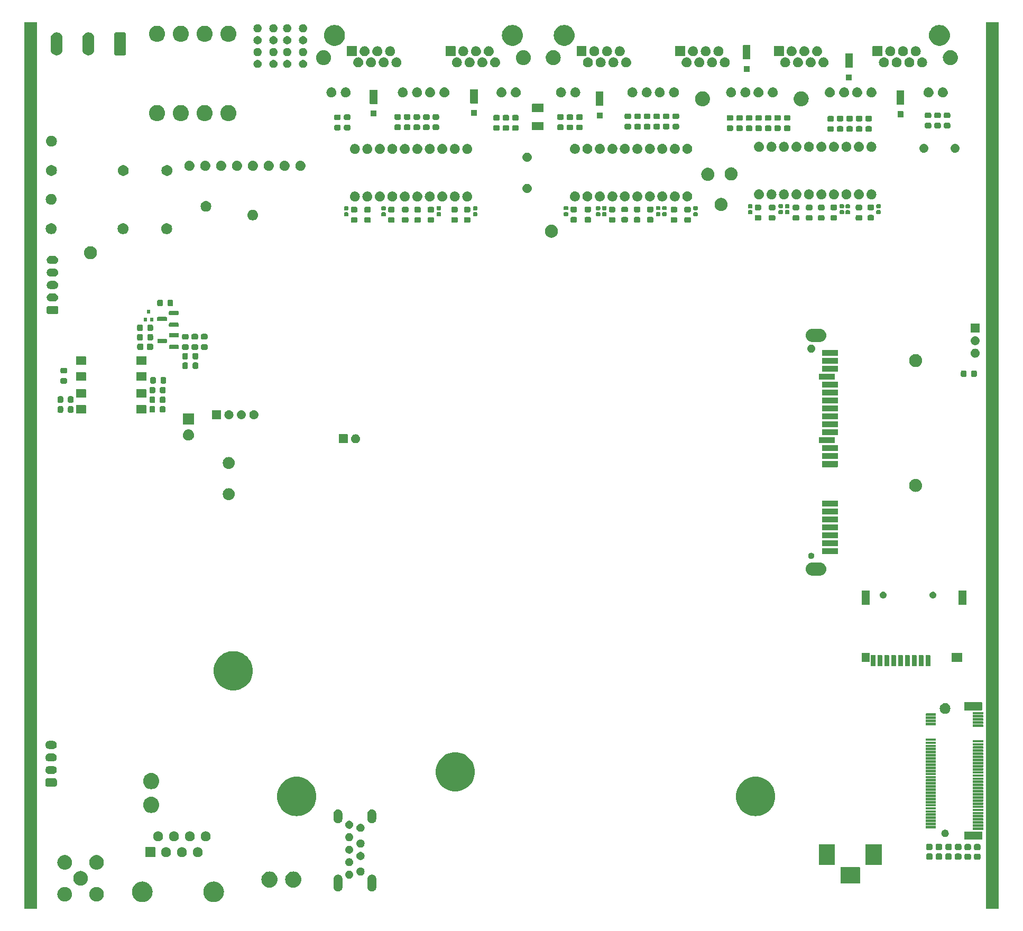
<source format=gbs>
G04 #@! TF.GenerationSoftware,KiCad,Pcbnew,8.0.0-rc1*
G04 #@! TF.CreationDate,2024-11-18T12:36:54+03:00*
G04 #@! TF.ProjectId,Movita_3566_XV_Router_V3.2,4d6f7669-7461-45f3-9335-36365f58565f,REV1*
G04 #@! TF.SameCoordinates,Original*
G04 #@! TF.FileFunction,Soldermask,Bot*
G04 #@! TF.FilePolarity,Negative*
%FSLAX46Y46*%
G04 Gerber Fmt 4.6, Leading zero omitted, Abs format (unit mm)*
G04 Created by KiCad (PCBNEW 8.0.0-rc1) date 2024-11-18 12:36:54*
%MOMM*%
%LPD*%
G01*
G04 APERTURE LIST*
G04 APERTURE END LIST*
G36*
X49470913Y-25549086D02*
G01*
X49475000Y-25558951D01*
X49475000Y-167541048D01*
X49470913Y-167550913D01*
X49461049Y-167555000D01*
X47478951Y-167555000D01*
X47469086Y-167550913D01*
X47465000Y-167541050D01*
X47474999Y-25558949D01*
X47479086Y-25549085D01*
X47488950Y-25545000D01*
X49461049Y-25545000D01*
X49470913Y-25549086D01*
G37*
G36*
X203470908Y-25549081D02*
G01*
X203475000Y-25558820D01*
X203475000Y-167531048D01*
X203470888Y-167540974D01*
X203461132Y-167545044D01*
X201478975Y-167554955D01*
X201469091Y-167550918D01*
X201465000Y-167541179D01*
X201465000Y-25568951D01*
X201469111Y-25559025D01*
X201478867Y-25554955D01*
X203461024Y-25545044D01*
X203470908Y-25549081D01*
G37*
G36*
X66405251Y-163181242D02*
G01*
X66468372Y-163181242D01*
X66537350Y-163191638D01*
X66603273Y-163196827D01*
X66656406Y-163209583D01*
X66712349Y-163218015D01*
X66785447Y-163240563D01*
X66855187Y-163257306D01*
X66900284Y-163275985D01*
X66948132Y-163290745D01*
X67023248Y-163326919D01*
X67094538Y-163356448D01*
X67131131Y-163378872D01*
X67170437Y-163397801D01*
X67245200Y-163448774D01*
X67315433Y-163491813D01*
X67343557Y-163515833D01*
X67374302Y-163536795D01*
X67446089Y-163603404D01*
X67512433Y-163660067D01*
X67532579Y-163683655D01*
X67555176Y-163704622D01*
X67621241Y-163787465D01*
X67680687Y-163857067D01*
X67693760Y-163878401D01*
X67709017Y-163897532D01*
X67766550Y-163997183D01*
X67816052Y-164077962D01*
X67823323Y-164095516D01*
X67832385Y-164111212D01*
X67878615Y-164229004D01*
X67915194Y-164317313D01*
X67918217Y-164329908D01*
X67922529Y-164340893D01*
X67954815Y-164482350D01*
X67975673Y-164569227D01*
X67976214Y-164576101D01*
X67977435Y-164581451D01*
X67993346Y-164793788D01*
X67996000Y-164827500D01*
X67993346Y-164861214D01*
X67977435Y-165073548D01*
X67976214Y-165078896D01*
X67975673Y-165085773D01*
X67954811Y-165172668D01*
X67922529Y-165314106D01*
X67918218Y-165325088D01*
X67915194Y-165337687D01*
X67878608Y-165426013D01*
X67832385Y-165543787D01*
X67823324Y-165559479D01*
X67816052Y-165577038D01*
X67766540Y-165657833D01*
X67709017Y-165757467D01*
X67693763Y-165776594D01*
X67680687Y-165797933D01*
X67621229Y-165867548D01*
X67555176Y-165950377D01*
X67532583Y-165971339D01*
X67512433Y-165994933D01*
X67446076Y-166051607D01*
X67374302Y-166118204D01*
X67343563Y-166139161D01*
X67315433Y-166163187D01*
X67245186Y-166206234D01*
X67170437Y-166257198D01*
X67131138Y-166276122D01*
X67094538Y-166298552D01*
X67023233Y-166328087D01*
X66948132Y-166364254D01*
X66900293Y-166379010D01*
X66855187Y-166397694D01*
X66785432Y-166414440D01*
X66712349Y-166436984D01*
X66656414Y-166445414D01*
X66603273Y-166458173D01*
X66537346Y-166463361D01*
X66468372Y-166473758D01*
X66405251Y-166473758D01*
X66345000Y-166478500D01*
X66284749Y-166473758D01*
X66221628Y-166473758D01*
X66152652Y-166463361D01*
X66086727Y-166458173D01*
X66033586Y-166445415D01*
X65977650Y-166436984D01*
X65904562Y-166414439D01*
X65834813Y-166397694D01*
X65789709Y-166379011D01*
X65741867Y-166364254D01*
X65666761Y-166328085D01*
X65595462Y-166298552D01*
X65558861Y-166276123D01*
X65519563Y-166257198D01*
X65444810Y-166206232D01*
X65374567Y-166163187D01*
X65346440Y-166139164D01*
X65315697Y-166118204D01*
X65243911Y-166051596D01*
X65177567Y-165994933D01*
X65157420Y-165971344D01*
X65134823Y-165950377D01*
X65068755Y-165867530D01*
X65009313Y-165797933D01*
X64996240Y-165776599D01*
X64980982Y-165757467D01*
X64923442Y-165657804D01*
X64873948Y-165577038D01*
X64866677Y-165559485D01*
X64857614Y-165543787D01*
X64811372Y-165425967D01*
X64774806Y-165337687D01*
X64771782Y-165325095D01*
X64767470Y-165314106D01*
X64735168Y-165172583D01*
X64714327Y-165085773D01*
X64713786Y-165078903D01*
X64712564Y-165073548D01*
X64696632Y-164860948D01*
X64694000Y-164827500D01*
X64696632Y-164794053D01*
X64712564Y-164581451D01*
X64713786Y-164576095D01*
X64714327Y-164569227D01*
X64735163Y-164482435D01*
X64767470Y-164340893D01*
X64771783Y-164329902D01*
X64774806Y-164317313D01*
X64811365Y-164229050D01*
X64857614Y-164111212D01*
X64866679Y-164095510D01*
X64873948Y-164077962D01*
X64923432Y-163997211D01*
X64980982Y-163897532D01*
X64996242Y-163878395D01*
X65009313Y-163857067D01*
X65068743Y-163787483D01*
X65134823Y-163704622D01*
X65157424Y-163683650D01*
X65177567Y-163660067D01*
X65243897Y-163603415D01*
X65315697Y-163536795D01*
X65346446Y-163515830D01*
X65374567Y-163491813D01*
X65444795Y-163448776D01*
X65519563Y-163397801D01*
X65558869Y-163378872D01*
X65595462Y-163356448D01*
X65666746Y-163326921D01*
X65741867Y-163290745D01*
X65789718Y-163275984D01*
X65834813Y-163257306D01*
X65904547Y-163240564D01*
X65977650Y-163218015D01*
X66033594Y-163209582D01*
X66086727Y-163196827D01*
X66152648Y-163191638D01*
X66221628Y-163181242D01*
X66284749Y-163181242D01*
X66345000Y-163176500D01*
X66405251Y-163181242D01*
G37*
G36*
X77835251Y-163181242D02*
G01*
X77898372Y-163181242D01*
X77967350Y-163191638D01*
X78033273Y-163196827D01*
X78086406Y-163209583D01*
X78142349Y-163218015D01*
X78215447Y-163240563D01*
X78285187Y-163257306D01*
X78330284Y-163275985D01*
X78378132Y-163290745D01*
X78453248Y-163326919D01*
X78524538Y-163356448D01*
X78561131Y-163378872D01*
X78600437Y-163397801D01*
X78675200Y-163448774D01*
X78745433Y-163491813D01*
X78773557Y-163515833D01*
X78804302Y-163536795D01*
X78876089Y-163603404D01*
X78942433Y-163660067D01*
X78962579Y-163683655D01*
X78985176Y-163704622D01*
X79051241Y-163787465D01*
X79110687Y-163857067D01*
X79123760Y-163878401D01*
X79139017Y-163897532D01*
X79196550Y-163997183D01*
X79246052Y-164077962D01*
X79253323Y-164095516D01*
X79262385Y-164111212D01*
X79308615Y-164229004D01*
X79345194Y-164317313D01*
X79348217Y-164329908D01*
X79352529Y-164340893D01*
X79384815Y-164482350D01*
X79405673Y-164569227D01*
X79406214Y-164576101D01*
X79407435Y-164581451D01*
X79423346Y-164793788D01*
X79426000Y-164827500D01*
X79423346Y-164861214D01*
X79407435Y-165073548D01*
X79406214Y-165078896D01*
X79405673Y-165085773D01*
X79384811Y-165172668D01*
X79352529Y-165314106D01*
X79348218Y-165325088D01*
X79345194Y-165337687D01*
X79308608Y-165426013D01*
X79262385Y-165543787D01*
X79253324Y-165559479D01*
X79246052Y-165577038D01*
X79196540Y-165657833D01*
X79139017Y-165757467D01*
X79123763Y-165776594D01*
X79110687Y-165797933D01*
X79051229Y-165867548D01*
X78985176Y-165950377D01*
X78962583Y-165971339D01*
X78942433Y-165994933D01*
X78876076Y-166051607D01*
X78804302Y-166118204D01*
X78773563Y-166139161D01*
X78745433Y-166163187D01*
X78675186Y-166206234D01*
X78600437Y-166257198D01*
X78561138Y-166276122D01*
X78524538Y-166298552D01*
X78453233Y-166328087D01*
X78378132Y-166364254D01*
X78330293Y-166379010D01*
X78285187Y-166397694D01*
X78215432Y-166414440D01*
X78142349Y-166436984D01*
X78086414Y-166445414D01*
X78033273Y-166458173D01*
X77967346Y-166463361D01*
X77898372Y-166473758D01*
X77835251Y-166473758D01*
X77775000Y-166478500D01*
X77714749Y-166473758D01*
X77651628Y-166473758D01*
X77582652Y-166463361D01*
X77516727Y-166458173D01*
X77463586Y-166445415D01*
X77407650Y-166436984D01*
X77334562Y-166414439D01*
X77264813Y-166397694D01*
X77219709Y-166379011D01*
X77171867Y-166364254D01*
X77096761Y-166328085D01*
X77025462Y-166298552D01*
X76988861Y-166276123D01*
X76949563Y-166257198D01*
X76874810Y-166206232D01*
X76804567Y-166163187D01*
X76776440Y-166139164D01*
X76745697Y-166118204D01*
X76673911Y-166051596D01*
X76607567Y-165994933D01*
X76587420Y-165971344D01*
X76564823Y-165950377D01*
X76498755Y-165867530D01*
X76439313Y-165797933D01*
X76426240Y-165776599D01*
X76410982Y-165757467D01*
X76353442Y-165657804D01*
X76303948Y-165577038D01*
X76296677Y-165559485D01*
X76287614Y-165543787D01*
X76241372Y-165425967D01*
X76204806Y-165337687D01*
X76201782Y-165325095D01*
X76197470Y-165314106D01*
X76165168Y-165172583D01*
X76144327Y-165085773D01*
X76143786Y-165078903D01*
X76142564Y-165073548D01*
X76126632Y-164860948D01*
X76124000Y-164827500D01*
X76126632Y-164794053D01*
X76142564Y-164581451D01*
X76143786Y-164576095D01*
X76144327Y-164569227D01*
X76165163Y-164482435D01*
X76197470Y-164340893D01*
X76201783Y-164329902D01*
X76204806Y-164317313D01*
X76241365Y-164229050D01*
X76287614Y-164111212D01*
X76296679Y-164095510D01*
X76303948Y-164077962D01*
X76353432Y-163997211D01*
X76410982Y-163897532D01*
X76426242Y-163878395D01*
X76439313Y-163857067D01*
X76498743Y-163787483D01*
X76564823Y-163704622D01*
X76587424Y-163683650D01*
X76607567Y-163660067D01*
X76673897Y-163603415D01*
X76745697Y-163536795D01*
X76776446Y-163515830D01*
X76804567Y-163491813D01*
X76874795Y-163448776D01*
X76949563Y-163397801D01*
X76988869Y-163378872D01*
X77025462Y-163356448D01*
X77096746Y-163326921D01*
X77171867Y-163290745D01*
X77219718Y-163275984D01*
X77264813Y-163257306D01*
X77334547Y-163240564D01*
X77407650Y-163218015D01*
X77463594Y-163209582D01*
X77516727Y-163196827D01*
X77582648Y-163191638D01*
X77651628Y-163181242D01*
X77714749Y-163181242D01*
X77775000Y-163176500D01*
X77835251Y-163181242D01*
G37*
G36*
X53975380Y-164039017D02*
G01*
X54028508Y-164039017D01*
X54075247Y-164047754D01*
X54124180Y-164052035D01*
X54184240Y-164068128D01*
X54241828Y-164078893D01*
X54280885Y-164094024D01*
X54322158Y-164105083D01*
X54384640Y-164134219D01*
X54444188Y-164157288D01*
X54474924Y-164176319D01*
X54507915Y-164191703D01*
X54570148Y-164235279D01*
X54628698Y-164271532D01*
X54651141Y-164291991D01*
X54675807Y-164309263D01*
X54734808Y-164368264D01*
X54789074Y-164417734D01*
X54803866Y-164437322D01*
X54820736Y-164454192D01*
X54873358Y-164529344D01*
X54919855Y-164590916D01*
X54928185Y-164607645D01*
X54938296Y-164622085D01*
X54981354Y-164714422D01*
X55016587Y-164785180D01*
X55020089Y-164797491D01*
X55024916Y-164807841D01*
X55055330Y-164921348D01*
X55075976Y-164993911D01*
X55076611Y-165000772D01*
X55077964Y-165005819D01*
X55092904Y-165176598D01*
X55096000Y-165210000D01*
X55092904Y-165243404D01*
X55077964Y-165414180D01*
X55076611Y-165419225D01*
X55075976Y-165426089D01*
X55055325Y-165498667D01*
X55024916Y-165612158D01*
X55020090Y-165622506D01*
X55016587Y-165634820D01*
X54981350Y-165705584D01*
X54938296Y-165797915D01*
X54928185Y-165812354D01*
X54919855Y-165829084D01*
X54873353Y-165890662D01*
X54820736Y-165965807D01*
X54803869Y-165982673D01*
X54789074Y-166002266D01*
X54734796Y-166051746D01*
X54675807Y-166110736D01*
X54651146Y-166128003D01*
X54628698Y-166148468D01*
X54570135Y-166184728D01*
X54507915Y-166228296D01*
X54474930Y-166243676D01*
X54444188Y-166262712D01*
X54384627Y-166285785D01*
X54322158Y-166314916D01*
X54280894Y-166325972D01*
X54241828Y-166341107D01*
X54184228Y-166351874D01*
X54124180Y-166367964D01*
X54075257Y-166372244D01*
X54028508Y-166380983D01*
X53975369Y-166380983D01*
X53920000Y-166385827D01*
X53864631Y-166380983D01*
X53811492Y-166380983D01*
X53764742Y-166372244D01*
X53715819Y-166367964D01*
X53655768Y-166351873D01*
X53598172Y-166341107D01*
X53559107Y-166325973D01*
X53517841Y-166314916D01*
X53455366Y-166285783D01*
X53395812Y-166262712D01*
X53365072Y-166243678D01*
X53332084Y-166228296D01*
X53269855Y-166184722D01*
X53211302Y-166148468D01*
X53188857Y-166128006D01*
X53164192Y-166110736D01*
X53105191Y-166051735D01*
X53050926Y-166002266D01*
X53036133Y-165982677D01*
X53019263Y-165965807D01*
X52966632Y-165890643D01*
X52920145Y-165829084D01*
X52911817Y-165812359D01*
X52901703Y-165797915D01*
X52858633Y-165705552D01*
X52823413Y-165634820D01*
X52819910Y-165622511D01*
X52815083Y-165612158D01*
X52784657Y-165498607D01*
X52764024Y-165426089D01*
X52763388Y-165419231D01*
X52762035Y-165414180D01*
X52747077Y-165243211D01*
X52744000Y-165210000D01*
X52747077Y-165176791D01*
X52762035Y-165005819D01*
X52763388Y-165000766D01*
X52764024Y-164993911D01*
X52784652Y-164921408D01*
X52815083Y-164807841D01*
X52819911Y-164797486D01*
X52823413Y-164785180D01*
X52858630Y-164714454D01*
X52901703Y-164622085D01*
X52911817Y-164607640D01*
X52920145Y-164590916D01*
X52966627Y-164529363D01*
X53019263Y-164454192D01*
X53036136Y-164437318D01*
X53050926Y-164417734D01*
X53105180Y-164368274D01*
X53164192Y-164309263D01*
X53188861Y-164291989D01*
X53211302Y-164271532D01*
X53269848Y-164235281D01*
X53332085Y-164191703D01*
X53365076Y-164176318D01*
X53395812Y-164157288D01*
X53455355Y-164134220D01*
X53517841Y-164105083D01*
X53559116Y-164094023D01*
X53598172Y-164078893D01*
X53655756Y-164068128D01*
X53715819Y-164052035D01*
X53764752Y-164047753D01*
X53811492Y-164039017D01*
X53864620Y-164039017D01*
X53920000Y-164034172D01*
X53975380Y-164039017D01*
G37*
G36*
X59075380Y-164039017D02*
G01*
X59128508Y-164039017D01*
X59175247Y-164047754D01*
X59224180Y-164052035D01*
X59284240Y-164068128D01*
X59341828Y-164078893D01*
X59380885Y-164094024D01*
X59422158Y-164105083D01*
X59484640Y-164134219D01*
X59544188Y-164157288D01*
X59574924Y-164176319D01*
X59607915Y-164191703D01*
X59670148Y-164235279D01*
X59728698Y-164271532D01*
X59751141Y-164291991D01*
X59775807Y-164309263D01*
X59834808Y-164368264D01*
X59889074Y-164417734D01*
X59903866Y-164437322D01*
X59920736Y-164454192D01*
X59973358Y-164529344D01*
X60019855Y-164590916D01*
X60028185Y-164607645D01*
X60038296Y-164622085D01*
X60081354Y-164714422D01*
X60116587Y-164785180D01*
X60120089Y-164797491D01*
X60124916Y-164807841D01*
X60155330Y-164921348D01*
X60175976Y-164993911D01*
X60176611Y-165000772D01*
X60177964Y-165005819D01*
X60192904Y-165176598D01*
X60196000Y-165210000D01*
X60192904Y-165243404D01*
X60177964Y-165414180D01*
X60176611Y-165419225D01*
X60175976Y-165426089D01*
X60155325Y-165498667D01*
X60124916Y-165612158D01*
X60120090Y-165622506D01*
X60116587Y-165634820D01*
X60081350Y-165705584D01*
X60038296Y-165797915D01*
X60028185Y-165812354D01*
X60019855Y-165829084D01*
X59973353Y-165890662D01*
X59920736Y-165965807D01*
X59903869Y-165982673D01*
X59889074Y-166002266D01*
X59834796Y-166051746D01*
X59775807Y-166110736D01*
X59751146Y-166128003D01*
X59728698Y-166148468D01*
X59670135Y-166184728D01*
X59607915Y-166228296D01*
X59574930Y-166243676D01*
X59544188Y-166262712D01*
X59484627Y-166285785D01*
X59422158Y-166314916D01*
X59380894Y-166325972D01*
X59341828Y-166341107D01*
X59284228Y-166351874D01*
X59224180Y-166367964D01*
X59175257Y-166372244D01*
X59128508Y-166380983D01*
X59075369Y-166380983D01*
X59020000Y-166385827D01*
X58964631Y-166380983D01*
X58911492Y-166380983D01*
X58864742Y-166372244D01*
X58815819Y-166367964D01*
X58755768Y-166351873D01*
X58698172Y-166341107D01*
X58659107Y-166325973D01*
X58617841Y-166314916D01*
X58555366Y-166285783D01*
X58495812Y-166262712D01*
X58465072Y-166243678D01*
X58432084Y-166228296D01*
X58369855Y-166184722D01*
X58311302Y-166148468D01*
X58288857Y-166128006D01*
X58264192Y-166110736D01*
X58205191Y-166051735D01*
X58150926Y-166002266D01*
X58136133Y-165982677D01*
X58119263Y-165965807D01*
X58066632Y-165890643D01*
X58020145Y-165829084D01*
X58011817Y-165812359D01*
X58001703Y-165797915D01*
X57958633Y-165705552D01*
X57923413Y-165634820D01*
X57919910Y-165622511D01*
X57915083Y-165612158D01*
X57884657Y-165498607D01*
X57864024Y-165426089D01*
X57863388Y-165419231D01*
X57862035Y-165414180D01*
X57847077Y-165243211D01*
X57844000Y-165210000D01*
X57847077Y-165176791D01*
X57862035Y-165005819D01*
X57863388Y-165000766D01*
X57864024Y-164993911D01*
X57884652Y-164921408D01*
X57915083Y-164807841D01*
X57919911Y-164797486D01*
X57923413Y-164785180D01*
X57958630Y-164714454D01*
X58001703Y-164622085D01*
X58011817Y-164607640D01*
X58020145Y-164590916D01*
X58066627Y-164529363D01*
X58119263Y-164454192D01*
X58136136Y-164437318D01*
X58150926Y-164417734D01*
X58205180Y-164368274D01*
X58264192Y-164309263D01*
X58288861Y-164291989D01*
X58311302Y-164271532D01*
X58369848Y-164235281D01*
X58432085Y-164191703D01*
X58465076Y-164176318D01*
X58495812Y-164157288D01*
X58555355Y-164134220D01*
X58617841Y-164105083D01*
X58659116Y-164094023D01*
X58698172Y-164078893D01*
X58755756Y-164068128D01*
X58815819Y-164052035D01*
X58864752Y-164047753D01*
X58911492Y-164039017D01*
X58964620Y-164039017D01*
X59020000Y-164034172D01*
X59075380Y-164039017D01*
G37*
G36*
X97893490Y-162109185D02*
G01*
X98020449Y-162161773D01*
X98134710Y-162238120D01*
X98231880Y-162335290D01*
X98308227Y-162449551D01*
X98360815Y-162576510D01*
X98387624Y-162711290D01*
X98391000Y-164080000D01*
X98387624Y-164148710D01*
X98360815Y-164283490D01*
X98308227Y-164410449D01*
X98231880Y-164524710D01*
X98134710Y-164621880D01*
X98020449Y-164698227D01*
X97893490Y-164750815D01*
X97758710Y-164777624D01*
X97621290Y-164777624D01*
X97486510Y-164750815D01*
X97359551Y-164698227D01*
X97245290Y-164621880D01*
X97148120Y-164524710D01*
X97071773Y-164410449D01*
X97019185Y-164283490D01*
X96992376Y-164148710D01*
X96989000Y-162780000D01*
X96992376Y-162711290D01*
X97019185Y-162576510D01*
X97071773Y-162449551D01*
X97148120Y-162335290D01*
X97245290Y-162238120D01*
X97359551Y-162161773D01*
X97486510Y-162109185D01*
X97621290Y-162082376D01*
X97758710Y-162082376D01*
X97893490Y-162109185D01*
G37*
G36*
X103313490Y-162109185D02*
G01*
X103440449Y-162161773D01*
X103554710Y-162238120D01*
X103651880Y-162335290D01*
X103728227Y-162449551D01*
X103780815Y-162576510D01*
X103807624Y-162711290D01*
X103811000Y-164080000D01*
X103807624Y-164148710D01*
X103780815Y-164283490D01*
X103728227Y-164410449D01*
X103651880Y-164524710D01*
X103554710Y-164621880D01*
X103440449Y-164698227D01*
X103313490Y-164750815D01*
X103178710Y-164777624D01*
X103041290Y-164777624D01*
X102906510Y-164750815D01*
X102779551Y-164698227D01*
X102665290Y-164621880D01*
X102568120Y-164524710D01*
X102491773Y-164410449D01*
X102439185Y-164283490D01*
X102412376Y-164148710D01*
X102409000Y-162780000D01*
X102412376Y-162711290D01*
X102439185Y-162576510D01*
X102491773Y-162449551D01*
X102568120Y-162335290D01*
X102665290Y-162238120D01*
X102779551Y-162161773D01*
X102906510Y-162109185D01*
X103041290Y-162082376D01*
X103178710Y-162082376D01*
X103313490Y-162109185D01*
G37*
G36*
X86945916Y-161588765D02*
G01*
X87164968Y-161647460D01*
X87370500Y-161743301D01*
X87556267Y-161873376D01*
X87716624Y-162033733D01*
X87846699Y-162219500D01*
X87942540Y-162425032D01*
X88001235Y-162644084D01*
X88021000Y-162870000D01*
X88001235Y-163095916D01*
X87942540Y-163314968D01*
X87846699Y-163520500D01*
X87716624Y-163706267D01*
X87556267Y-163866624D01*
X87370500Y-163996699D01*
X87164968Y-164092540D01*
X86945916Y-164151235D01*
X86720000Y-164171000D01*
X86494084Y-164151235D01*
X86275032Y-164092540D01*
X86069500Y-163996699D01*
X85883733Y-163866624D01*
X85723376Y-163706267D01*
X85593301Y-163520500D01*
X85497460Y-163314968D01*
X85438765Y-163095916D01*
X85419000Y-162870000D01*
X85438765Y-162644084D01*
X85497460Y-162425032D01*
X85593301Y-162219500D01*
X85723376Y-162033733D01*
X85883733Y-161873376D01*
X86069500Y-161743301D01*
X86275032Y-161647460D01*
X86494084Y-161588765D01*
X86720000Y-161569000D01*
X86945916Y-161588765D01*
G37*
G36*
X90755916Y-161588765D02*
G01*
X90974968Y-161647460D01*
X91180500Y-161743301D01*
X91366267Y-161873376D01*
X91526624Y-162033733D01*
X91656699Y-162219500D01*
X91752540Y-162425032D01*
X91811235Y-162644084D01*
X91831000Y-162870000D01*
X91811235Y-163095916D01*
X91752540Y-163314968D01*
X91656699Y-163520500D01*
X91526624Y-163706267D01*
X91366267Y-163866624D01*
X91180500Y-163996699D01*
X90974968Y-164092540D01*
X90755916Y-164151235D01*
X90530000Y-164171000D01*
X90304084Y-164151235D01*
X90085032Y-164092540D01*
X89879500Y-163996699D01*
X89693733Y-163866624D01*
X89533376Y-163706267D01*
X89403301Y-163520500D01*
X89307460Y-163314968D01*
X89248765Y-163095916D01*
X89229000Y-162870000D01*
X89248765Y-162644084D01*
X89307460Y-162425032D01*
X89403301Y-162219500D01*
X89533376Y-162033733D01*
X89693733Y-161873376D01*
X89879500Y-161743301D01*
X90085032Y-161647460D01*
X90304084Y-161588765D01*
X90530000Y-161569000D01*
X90755916Y-161588765D01*
G37*
G36*
X56525380Y-161489017D02*
G01*
X56578508Y-161489017D01*
X56625247Y-161497754D01*
X56674180Y-161502035D01*
X56734240Y-161518128D01*
X56791828Y-161528893D01*
X56830885Y-161544024D01*
X56872158Y-161555083D01*
X56934640Y-161584219D01*
X56994188Y-161607288D01*
X57024924Y-161626319D01*
X57057915Y-161641703D01*
X57120148Y-161685279D01*
X57178698Y-161721532D01*
X57201141Y-161741991D01*
X57225807Y-161759263D01*
X57284808Y-161818264D01*
X57339074Y-161867734D01*
X57353866Y-161887322D01*
X57370736Y-161904192D01*
X57423358Y-161979344D01*
X57469855Y-162040916D01*
X57478185Y-162057645D01*
X57488296Y-162072085D01*
X57531354Y-162164422D01*
X57566587Y-162235180D01*
X57570089Y-162247491D01*
X57574916Y-162257841D01*
X57605330Y-162371348D01*
X57625976Y-162443911D01*
X57626611Y-162450772D01*
X57627964Y-162455819D01*
X57642904Y-162626598D01*
X57646000Y-162660000D01*
X57642904Y-162693404D01*
X57627964Y-162864180D01*
X57626611Y-162869225D01*
X57625976Y-162876089D01*
X57605325Y-162948667D01*
X57574916Y-163062158D01*
X57570090Y-163072506D01*
X57566587Y-163084820D01*
X57531350Y-163155584D01*
X57488296Y-163247915D01*
X57478185Y-163262354D01*
X57469855Y-163279084D01*
X57423353Y-163340662D01*
X57370736Y-163415807D01*
X57353869Y-163432673D01*
X57339074Y-163452266D01*
X57284796Y-163501746D01*
X57225807Y-163560736D01*
X57201146Y-163578003D01*
X57178698Y-163598468D01*
X57120135Y-163634728D01*
X57057915Y-163678296D01*
X57024930Y-163693676D01*
X56994188Y-163712712D01*
X56934627Y-163735785D01*
X56872158Y-163764916D01*
X56830894Y-163775972D01*
X56791828Y-163791107D01*
X56734228Y-163801874D01*
X56674180Y-163817964D01*
X56625257Y-163822244D01*
X56578508Y-163830983D01*
X56525369Y-163830983D01*
X56470000Y-163835827D01*
X56414631Y-163830983D01*
X56361492Y-163830983D01*
X56314742Y-163822244D01*
X56265819Y-163817964D01*
X56205768Y-163801873D01*
X56148172Y-163791107D01*
X56109107Y-163775973D01*
X56067841Y-163764916D01*
X56005366Y-163735783D01*
X55945812Y-163712712D01*
X55915072Y-163693678D01*
X55882084Y-163678296D01*
X55819855Y-163634722D01*
X55761302Y-163598468D01*
X55738857Y-163578006D01*
X55714192Y-163560736D01*
X55655191Y-163501735D01*
X55600926Y-163452266D01*
X55586133Y-163432677D01*
X55569263Y-163415807D01*
X55516632Y-163340643D01*
X55470145Y-163279084D01*
X55461817Y-163262359D01*
X55451703Y-163247915D01*
X55408633Y-163155552D01*
X55373413Y-163084820D01*
X55369910Y-163072511D01*
X55365083Y-163062158D01*
X55334657Y-162948607D01*
X55314024Y-162876089D01*
X55313388Y-162869231D01*
X55312035Y-162864180D01*
X55297077Y-162693211D01*
X55294000Y-162660000D01*
X55297077Y-162626791D01*
X55312035Y-162455819D01*
X55313388Y-162450766D01*
X55314024Y-162443911D01*
X55334652Y-162371408D01*
X55365083Y-162257841D01*
X55369911Y-162247486D01*
X55373413Y-162235180D01*
X55408630Y-162164454D01*
X55451703Y-162072085D01*
X55461817Y-162057640D01*
X55470145Y-162040916D01*
X55516627Y-161979363D01*
X55569263Y-161904192D01*
X55586136Y-161887318D01*
X55600926Y-161867734D01*
X55655180Y-161818274D01*
X55714192Y-161759263D01*
X55738861Y-161741989D01*
X55761302Y-161721532D01*
X55819848Y-161685281D01*
X55882085Y-161641703D01*
X55915076Y-161626318D01*
X55945812Y-161607288D01*
X56005355Y-161584220D01*
X56067841Y-161555083D01*
X56109116Y-161544023D01*
X56148172Y-161528893D01*
X56205756Y-161518128D01*
X56265819Y-161502035D01*
X56314752Y-161497753D01*
X56361492Y-161489017D01*
X56414620Y-161489017D01*
X56470000Y-161484172D01*
X56525380Y-161489017D01*
G37*
G36*
X181259517Y-160892882D02*
G01*
X181276062Y-160903938D01*
X181287118Y-160920483D01*
X181291000Y-160940000D01*
X181291000Y-163440000D01*
X181287118Y-163459517D01*
X181276062Y-163476062D01*
X181259517Y-163487118D01*
X181240000Y-163491000D01*
X178240000Y-163491000D01*
X178220483Y-163487118D01*
X178203938Y-163476062D01*
X178192882Y-163459517D01*
X178189000Y-163440000D01*
X178189000Y-160940000D01*
X178192882Y-160920483D01*
X178203938Y-160903938D01*
X178220483Y-160892882D01*
X178240000Y-160889000D01*
X181240000Y-160889000D01*
X181259517Y-160892882D01*
G37*
G36*
X99730848Y-161471304D02*
G01*
X99869810Y-161544238D01*
X99987280Y-161648307D01*
X100076432Y-161777465D01*
X100132083Y-161924206D01*
X100151000Y-162080000D01*
X100132083Y-162235794D01*
X100076432Y-162382535D01*
X99987280Y-162511693D01*
X99869810Y-162615762D01*
X99730848Y-162688696D01*
X99578469Y-162726253D01*
X99421531Y-162726253D01*
X99269152Y-162688696D01*
X99130190Y-162615762D01*
X99012720Y-162511693D01*
X98923568Y-162382535D01*
X98867917Y-162235794D01*
X98849000Y-162080000D01*
X98867917Y-161924206D01*
X98923568Y-161777465D01*
X99012720Y-161648307D01*
X99130190Y-161544238D01*
X99269152Y-161471304D01*
X99421531Y-161433747D01*
X99578469Y-161433747D01*
X99730848Y-161471304D01*
G37*
G36*
X101530848Y-160971304D02*
G01*
X101669810Y-161044238D01*
X101787280Y-161148307D01*
X101876432Y-161277465D01*
X101932083Y-161424206D01*
X101951000Y-161580000D01*
X101932083Y-161735794D01*
X101876432Y-161882535D01*
X101787280Y-162011693D01*
X101669810Y-162115762D01*
X101530848Y-162188696D01*
X101378469Y-162226253D01*
X101221531Y-162226253D01*
X101069152Y-162188696D01*
X100930190Y-162115762D01*
X100812720Y-162011693D01*
X100723568Y-161882535D01*
X100667917Y-161735794D01*
X100649000Y-161580000D01*
X100667917Y-161424206D01*
X100723568Y-161277465D01*
X100812720Y-161148307D01*
X100930190Y-161044238D01*
X101069152Y-160971304D01*
X101221531Y-160933747D01*
X101378469Y-160933747D01*
X101530848Y-160971304D01*
G37*
G36*
X53975380Y-158939017D02*
G01*
X54028508Y-158939017D01*
X54075247Y-158947754D01*
X54124180Y-158952035D01*
X54184240Y-158968128D01*
X54241828Y-158978893D01*
X54280885Y-158994024D01*
X54322158Y-159005083D01*
X54384640Y-159034219D01*
X54444188Y-159057288D01*
X54474924Y-159076319D01*
X54507915Y-159091703D01*
X54570148Y-159135279D01*
X54628698Y-159171532D01*
X54651141Y-159191991D01*
X54675807Y-159209263D01*
X54734808Y-159268264D01*
X54789074Y-159317734D01*
X54803866Y-159337322D01*
X54820736Y-159354192D01*
X54873358Y-159429344D01*
X54919855Y-159490916D01*
X54928185Y-159507645D01*
X54938296Y-159522085D01*
X54981354Y-159614422D01*
X55016587Y-159685180D01*
X55020089Y-159697491D01*
X55024916Y-159707841D01*
X55055330Y-159821348D01*
X55075976Y-159893911D01*
X55076611Y-159900772D01*
X55077964Y-159905819D01*
X55092904Y-160076598D01*
X55096000Y-160110000D01*
X55092904Y-160143404D01*
X55077964Y-160314180D01*
X55076611Y-160319225D01*
X55075976Y-160326089D01*
X55055325Y-160398667D01*
X55024916Y-160512158D01*
X55020090Y-160522506D01*
X55016587Y-160534820D01*
X54981350Y-160605584D01*
X54938296Y-160697915D01*
X54928185Y-160712354D01*
X54919855Y-160729084D01*
X54873353Y-160790662D01*
X54820736Y-160865807D01*
X54803869Y-160882673D01*
X54789074Y-160902266D01*
X54734796Y-160951746D01*
X54675807Y-161010736D01*
X54651146Y-161028003D01*
X54628698Y-161048468D01*
X54570135Y-161084728D01*
X54507915Y-161128296D01*
X54474930Y-161143676D01*
X54444188Y-161162712D01*
X54384627Y-161185785D01*
X54322158Y-161214916D01*
X54280894Y-161225972D01*
X54241828Y-161241107D01*
X54184228Y-161251874D01*
X54124180Y-161267964D01*
X54075257Y-161272244D01*
X54028508Y-161280983D01*
X53975369Y-161280983D01*
X53920000Y-161285827D01*
X53864631Y-161280983D01*
X53811492Y-161280983D01*
X53764742Y-161272244D01*
X53715819Y-161267964D01*
X53655768Y-161251873D01*
X53598172Y-161241107D01*
X53559107Y-161225973D01*
X53517841Y-161214916D01*
X53455366Y-161185783D01*
X53395812Y-161162712D01*
X53365072Y-161143678D01*
X53332084Y-161128296D01*
X53269855Y-161084722D01*
X53211302Y-161048468D01*
X53188857Y-161028006D01*
X53164192Y-161010736D01*
X53105191Y-160951735D01*
X53050926Y-160902266D01*
X53036133Y-160882677D01*
X53019263Y-160865807D01*
X52966632Y-160790643D01*
X52920145Y-160729084D01*
X52911817Y-160712359D01*
X52901703Y-160697915D01*
X52858633Y-160605552D01*
X52823413Y-160534820D01*
X52819910Y-160522511D01*
X52815083Y-160512158D01*
X52784657Y-160398607D01*
X52764024Y-160326089D01*
X52763388Y-160319231D01*
X52762035Y-160314180D01*
X52747077Y-160143211D01*
X52744000Y-160110000D01*
X52747077Y-160076791D01*
X52762035Y-159905819D01*
X52763388Y-159900766D01*
X52764024Y-159893911D01*
X52784652Y-159821408D01*
X52815083Y-159707841D01*
X52819911Y-159697486D01*
X52823413Y-159685180D01*
X52858630Y-159614454D01*
X52901703Y-159522085D01*
X52911817Y-159507640D01*
X52920145Y-159490916D01*
X52966627Y-159429363D01*
X53019263Y-159354192D01*
X53036136Y-159337318D01*
X53050926Y-159317734D01*
X53105180Y-159268274D01*
X53164192Y-159209263D01*
X53188861Y-159191989D01*
X53211302Y-159171532D01*
X53269848Y-159135281D01*
X53332085Y-159091703D01*
X53365076Y-159076318D01*
X53395812Y-159057288D01*
X53455355Y-159034220D01*
X53517841Y-159005083D01*
X53559116Y-158994023D01*
X53598172Y-158978893D01*
X53655756Y-158968128D01*
X53715819Y-158952035D01*
X53764752Y-158947753D01*
X53811492Y-158939017D01*
X53864620Y-158939017D01*
X53920000Y-158934172D01*
X53975380Y-158939017D01*
G37*
G36*
X59075380Y-158939017D02*
G01*
X59128508Y-158939017D01*
X59175247Y-158947754D01*
X59224180Y-158952035D01*
X59284240Y-158968128D01*
X59341828Y-158978893D01*
X59380885Y-158994024D01*
X59422158Y-159005083D01*
X59484640Y-159034219D01*
X59544188Y-159057288D01*
X59574924Y-159076319D01*
X59607915Y-159091703D01*
X59670148Y-159135279D01*
X59728698Y-159171532D01*
X59751141Y-159191991D01*
X59775807Y-159209263D01*
X59834808Y-159268264D01*
X59889074Y-159317734D01*
X59903866Y-159337322D01*
X59920736Y-159354192D01*
X59973358Y-159429344D01*
X60019855Y-159490916D01*
X60028185Y-159507645D01*
X60038296Y-159522085D01*
X60081354Y-159614422D01*
X60116587Y-159685180D01*
X60120089Y-159697491D01*
X60124916Y-159707841D01*
X60155330Y-159821348D01*
X60175976Y-159893911D01*
X60176611Y-159900772D01*
X60177964Y-159905819D01*
X60192904Y-160076598D01*
X60196000Y-160110000D01*
X60192904Y-160143404D01*
X60177964Y-160314180D01*
X60176611Y-160319225D01*
X60175976Y-160326089D01*
X60155325Y-160398667D01*
X60124916Y-160512158D01*
X60120090Y-160522506D01*
X60116587Y-160534820D01*
X60081350Y-160605584D01*
X60038296Y-160697915D01*
X60028185Y-160712354D01*
X60019855Y-160729084D01*
X59973353Y-160790662D01*
X59920736Y-160865807D01*
X59903869Y-160882673D01*
X59889074Y-160902266D01*
X59834796Y-160951746D01*
X59775807Y-161010736D01*
X59751146Y-161028003D01*
X59728698Y-161048468D01*
X59670135Y-161084728D01*
X59607915Y-161128296D01*
X59574930Y-161143676D01*
X59544188Y-161162712D01*
X59484627Y-161185785D01*
X59422158Y-161214916D01*
X59380894Y-161225972D01*
X59341828Y-161241107D01*
X59284228Y-161251874D01*
X59224180Y-161267964D01*
X59175257Y-161272244D01*
X59128508Y-161280983D01*
X59075369Y-161280983D01*
X59020000Y-161285827D01*
X58964631Y-161280983D01*
X58911492Y-161280983D01*
X58864742Y-161272244D01*
X58815819Y-161267964D01*
X58755768Y-161251873D01*
X58698172Y-161241107D01*
X58659107Y-161225973D01*
X58617841Y-161214916D01*
X58555366Y-161185783D01*
X58495812Y-161162712D01*
X58465072Y-161143678D01*
X58432084Y-161128296D01*
X58369855Y-161084722D01*
X58311302Y-161048468D01*
X58288857Y-161028006D01*
X58264192Y-161010736D01*
X58205191Y-160951735D01*
X58150926Y-160902266D01*
X58136133Y-160882677D01*
X58119263Y-160865807D01*
X58066632Y-160790643D01*
X58020145Y-160729084D01*
X58011817Y-160712359D01*
X58001703Y-160697915D01*
X57958633Y-160605552D01*
X57923413Y-160534820D01*
X57919910Y-160522511D01*
X57915083Y-160512158D01*
X57884657Y-160398607D01*
X57864024Y-160326089D01*
X57863388Y-160319231D01*
X57862035Y-160314180D01*
X57847077Y-160143211D01*
X57844000Y-160110000D01*
X57847077Y-160076791D01*
X57862035Y-159905819D01*
X57863388Y-159900766D01*
X57864024Y-159893911D01*
X57884652Y-159821408D01*
X57915083Y-159707841D01*
X57919911Y-159697486D01*
X57923413Y-159685180D01*
X57958630Y-159614454D01*
X58001703Y-159522085D01*
X58011817Y-159507640D01*
X58020145Y-159490916D01*
X58066627Y-159429363D01*
X58119263Y-159354192D01*
X58136136Y-159337318D01*
X58150926Y-159317734D01*
X58205180Y-159268274D01*
X58264192Y-159209263D01*
X58288861Y-159191989D01*
X58311302Y-159171532D01*
X58369848Y-159135281D01*
X58432085Y-159091703D01*
X58465076Y-159076318D01*
X58495812Y-159057288D01*
X58555355Y-159034220D01*
X58617841Y-159005083D01*
X58659116Y-158994023D01*
X58698172Y-158978893D01*
X58755756Y-158968128D01*
X58815819Y-158952035D01*
X58864752Y-158947753D01*
X58911492Y-158939017D01*
X58964620Y-158939017D01*
X59020000Y-158934172D01*
X59075380Y-158939017D01*
G37*
G36*
X99730848Y-159471304D02*
G01*
X99869810Y-159544238D01*
X99987280Y-159648307D01*
X100076432Y-159777465D01*
X100132083Y-159924206D01*
X100151000Y-160080000D01*
X100132083Y-160235794D01*
X100076432Y-160382535D01*
X99987280Y-160511693D01*
X99869810Y-160615762D01*
X99730848Y-160688696D01*
X99578469Y-160726253D01*
X99421531Y-160726253D01*
X99269152Y-160688696D01*
X99130190Y-160615762D01*
X99012720Y-160511693D01*
X98923568Y-160382535D01*
X98867917Y-160235794D01*
X98849000Y-160080000D01*
X98867917Y-159924206D01*
X98923568Y-159777465D01*
X99012720Y-159648307D01*
X99130190Y-159544238D01*
X99269152Y-159471304D01*
X99421531Y-159433747D01*
X99578469Y-159433747D01*
X99730848Y-159471304D01*
G37*
G36*
X177259517Y-157242882D02*
G01*
X177276062Y-157253938D01*
X177287118Y-157270483D01*
X177291000Y-157290000D01*
X177291000Y-160490000D01*
X177287118Y-160509517D01*
X177276062Y-160526062D01*
X177259517Y-160537118D01*
X177240000Y-160541000D01*
X174740000Y-160541000D01*
X174720483Y-160537118D01*
X174703938Y-160526062D01*
X174692882Y-160509517D01*
X174689000Y-160490000D01*
X174689000Y-157290000D01*
X174692882Y-157270483D01*
X174703938Y-157253938D01*
X174720483Y-157242882D01*
X174740000Y-157239000D01*
X177240000Y-157239000D01*
X177259517Y-157242882D01*
G37*
G36*
X184759517Y-157242882D02*
G01*
X184776062Y-157253938D01*
X184787118Y-157270483D01*
X184791000Y-157290000D01*
X184791000Y-160490000D01*
X184787118Y-160509517D01*
X184776062Y-160526062D01*
X184759517Y-160537118D01*
X184740000Y-160541000D01*
X182240000Y-160541000D01*
X182220483Y-160537118D01*
X182203938Y-160526062D01*
X182192882Y-160509517D01*
X182189000Y-160490000D01*
X182189000Y-157290000D01*
X182192882Y-157270483D01*
X182203938Y-157253938D01*
X182220483Y-157242882D01*
X182240000Y-157239000D01*
X184740000Y-157239000D01*
X184759517Y-157242882D01*
G37*
G36*
X101530848Y-158471304D02*
G01*
X101669810Y-158544238D01*
X101787280Y-158648307D01*
X101876432Y-158777465D01*
X101932083Y-158924206D01*
X101951000Y-159080000D01*
X101932083Y-159235794D01*
X101876432Y-159382535D01*
X101787280Y-159511693D01*
X101669810Y-159615762D01*
X101530848Y-159688696D01*
X101378469Y-159726253D01*
X101221531Y-159726253D01*
X101069152Y-159688696D01*
X100930190Y-159615762D01*
X100812720Y-159511693D01*
X100723568Y-159382535D01*
X100667917Y-159235794D01*
X100649000Y-159080000D01*
X100667917Y-158924206D01*
X100723568Y-158777465D01*
X100812720Y-158648307D01*
X100930190Y-158544238D01*
X101069152Y-158471304D01*
X101221531Y-158433747D01*
X101378469Y-158433747D01*
X101530848Y-158471304D01*
G37*
G36*
X200325774Y-158715148D02*
G01*
X200390341Y-158723649D01*
X200406580Y-158731221D01*
X200425621Y-158735009D01*
X200450839Y-158751859D01*
X200477908Y-158764482D01*
X200494377Y-158780951D01*
X200515161Y-158794839D01*
X200529048Y-158815622D01*
X200545517Y-158832091D01*
X200558138Y-158859157D01*
X200574991Y-158884379D01*
X200578778Y-158903422D01*
X200586350Y-158919659D01*
X200594848Y-158984212D01*
X200596000Y-158990000D01*
X200596000Y-159440000D01*
X200594848Y-159445789D01*
X200586350Y-159510341D01*
X200578779Y-159526577D01*
X200574991Y-159545621D01*
X200558136Y-159570844D01*
X200545517Y-159597908D01*
X200529050Y-159614374D01*
X200515161Y-159635161D01*
X200494374Y-159649050D01*
X200477908Y-159665517D01*
X200450845Y-159678136D01*
X200425621Y-159694991D01*
X200406575Y-159698779D01*
X200390340Y-159706350D01*
X200325789Y-159714848D01*
X200320000Y-159716000D01*
X199820000Y-159716000D01*
X199814212Y-159714848D01*
X199749658Y-159706350D01*
X199733421Y-159698778D01*
X199714379Y-159694991D01*
X199689157Y-159678138D01*
X199662091Y-159665517D01*
X199645622Y-159649048D01*
X199624839Y-159635161D01*
X199610951Y-159614377D01*
X199594482Y-159597908D01*
X199581860Y-159570840D01*
X199565009Y-159545621D01*
X199561221Y-159526579D01*
X199553649Y-159510340D01*
X199545148Y-159445774D01*
X199544000Y-159440000D01*
X199544000Y-158990000D01*
X199545148Y-158984227D01*
X199553649Y-158919658D01*
X199561222Y-158903417D01*
X199565009Y-158884379D01*
X199581858Y-158859162D01*
X199594482Y-158832091D01*
X199610953Y-158815619D01*
X199624839Y-158794839D01*
X199645619Y-158780953D01*
X199662091Y-158764482D01*
X199689162Y-158751858D01*
X199714379Y-158735009D01*
X199733418Y-158731221D01*
X199749659Y-158723649D01*
X199814227Y-158715148D01*
X199820000Y-158714000D01*
X200320000Y-158714000D01*
X200325774Y-158715148D01*
G37*
G36*
X198800774Y-158710148D02*
G01*
X198865341Y-158718649D01*
X198881580Y-158726221D01*
X198900621Y-158730009D01*
X198925839Y-158746859D01*
X198952908Y-158759482D01*
X198969377Y-158775951D01*
X198990161Y-158789839D01*
X199004048Y-158810622D01*
X199020517Y-158827091D01*
X199033138Y-158854157D01*
X199049991Y-158879379D01*
X199053778Y-158898422D01*
X199061350Y-158914659D01*
X199069848Y-158979212D01*
X199071000Y-158985000D01*
X199071000Y-159435000D01*
X199069848Y-159440789D01*
X199061350Y-159505341D01*
X199053779Y-159521577D01*
X199049991Y-159540621D01*
X199033136Y-159565844D01*
X199020517Y-159592908D01*
X199004050Y-159609374D01*
X198990161Y-159630161D01*
X198969374Y-159644050D01*
X198952908Y-159660517D01*
X198925845Y-159673136D01*
X198900621Y-159689991D01*
X198881575Y-159693779D01*
X198865340Y-159701350D01*
X198800789Y-159709848D01*
X198795000Y-159711000D01*
X198295000Y-159711000D01*
X198289212Y-159709848D01*
X198224658Y-159701350D01*
X198208421Y-159693778D01*
X198189379Y-159689991D01*
X198164157Y-159673138D01*
X198137091Y-159660517D01*
X198120622Y-159644048D01*
X198099839Y-159630161D01*
X198085951Y-159609377D01*
X198069482Y-159592908D01*
X198056860Y-159565840D01*
X198040009Y-159540621D01*
X198036221Y-159521579D01*
X198028649Y-159505340D01*
X198020148Y-159440774D01*
X198019000Y-159435000D01*
X198019000Y-158985000D01*
X198020148Y-158979227D01*
X198028649Y-158914658D01*
X198036222Y-158898417D01*
X198040009Y-158879379D01*
X198056858Y-158854162D01*
X198069482Y-158827091D01*
X198085953Y-158810619D01*
X198099839Y-158789839D01*
X198120619Y-158775953D01*
X198137091Y-158759482D01*
X198164162Y-158746858D01*
X198189379Y-158730009D01*
X198208418Y-158726221D01*
X198224659Y-158718649D01*
X198289227Y-158710148D01*
X198295000Y-158709000D01*
X198795000Y-158709000D01*
X198800774Y-158710148D01*
G37*
G36*
X197270774Y-158695148D02*
G01*
X197335341Y-158703649D01*
X197351580Y-158711221D01*
X197370621Y-158715009D01*
X197395839Y-158731859D01*
X197422908Y-158744482D01*
X197439377Y-158760951D01*
X197460161Y-158774839D01*
X197474048Y-158795622D01*
X197490517Y-158812091D01*
X197503138Y-158839157D01*
X197519991Y-158864379D01*
X197523778Y-158883422D01*
X197531350Y-158899659D01*
X197539848Y-158964212D01*
X197541000Y-158970000D01*
X197541000Y-159420000D01*
X197539848Y-159425789D01*
X197531350Y-159490341D01*
X197523779Y-159506577D01*
X197519991Y-159525621D01*
X197503136Y-159550844D01*
X197490517Y-159577908D01*
X197474050Y-159594374D01*
X197460161Y-159615161D01*
X197439374Y-159629050D01*
X197422908Y-159645517D01*
X197395845Y-159658136D01*
X197370621Y-159674991D01*
X197351575Y-159678779D01*
X197335340Y-159686350D01*
X197270789Y-159694848D01*
X197265000Y-159696000D01*
X196765000Y-159696000D01*
X196759212Y-159694848D01*
X196694658Y-159686350D01*
X196678421Y-159678778D01*
X196659379Y-159674991D01*
X196634157Y-159658138D01*
X196607091Y-159645517D01*
X196590622Y-159629048D01*
X196569839Y-159615161D01*
X196555951Y-159594377D01*
X196539482Y-159577908D01*
X196526860Y-159550840D01*
X196510009Y-159525621D01*
X196506221Y-159506579D01*
X196498649Y-159490340D01*
X196490148Y-159425774D01*
X196489000Y-159420000D01*
X196489000Y-158970000D01*
X196490148Y-158964227D01*
X196498649Y-158899658D01*
X196506222Y-158883417D01*
X196510009Y-158864379D01*
X196526858Y-158839162D01*
X196539482Y-158812091D01*
X196555953Y-158795619D01*
X196569839Y-158774839D01*
X196590619Y-158760953D01*
X196607091Y-158744482D01*
X196634162Y-158731858D01*
X196659379Y-158715009D01*
X196678418Y-158711221D01*
X196694659Y-158703649D01*
X196759227Y-158695148D01*
X196765000Y-158694000D01*
X197265000Y-158694000D01*
X197270774Y-158695148D01*
G37*
G36*
X192650774Y-158690148D02*
G01*
X192715341Y-158698649D01*
X192731580Y-158706221D01*
X192750621Y-158710009D01*
X192775839Y-158726859D01*
X192802908Y-158739482D01*
X192819377Y-158755951D01*
X192840161Y-158769839D01*
X192854048Y-158790622D01*
X192870517Y-158807091D01*
X192883138Y-158834157D01*
X192899991Y-158859379D01*
X192903778Y-158878422D01*
X192911350Y-158894659D01*
X192919848Y-158959212D01*
X192921000Y-158965000D01*
X192921000Y-159415000D01*
X192919848Y-159420789D01*
X192911350Y-159485341D01*
X192903779Y-159501577D01*
X192899991Y-159520621D01*
X192883136Y-159545844D01*
X192870517Y-159572908D01*
X192854050Y-159589374D01*
X192840161Y-159610161D01*
X192819374Y-159624050D01*
X192802908Y-159640517D01*
X192775845Y-159653136D01*
X192750621Y-159669991D01*
X192731575Y-159673779D01*
X192715340Y-159681350D01*
X192650789Y-159689848D01*
X192645000Y-159691000D01*
X192145000Y-159691000D01*
X192139212Y-159689848D01*
X192074658Y-159681350D01*
X192058421Y-159673778D01*
X192039379Y-159669991D01*
X192014157Y-159653138D01*
X191987091Y-159640517D01*
X191970622Y-159624048D01*
X191949839Y-159610161D01*
X191935951Y-159589377D01*
X191919482Y-159572908D01*
X191906860Y-159545840D01*
X191890009Y-159520621D01*
X191886221Y-159501579D01*
X191878649Y-159485340D01*
X191870148Y-159420774D01*
X191869000Y-159415000D01*
X191869000Y-158965000D01*
X191870148Y-158959227D01*
X191878649Y-158894658D01*
X191886222Y-158878417D01*
X191890009Y-158859379D01*
X191906858Y-158834162D01*
X191919482Y-158807091D01*
X191935953Y-158790619D01*
X191949839Y-158769839D01*
X191970619Y-158755953D01*
X191987091Y-158739482D01*
X192014162Y-158726858D01*
X192039379Y-158710009D01*
X192058418Y-158706221D01*
X192074659Y-158698649D01*
X192139227Y-158690148D01*
X192145000Y-158689000D01*
X192645000Y-158689000D01*
X192650774Y-158690148D01*
G37*
G36*
X194180774Y-158690148D02*
G01*
X194245341Y-158698649D01*
X194261580Y-158706221D01*
X194280621Y-158710009D01*
X194305839Y-158726859D01*
X194332908Y-158739482D01*
X194349377Y-158755951D01*
X194370161Y-158769839D01*
X194384048Y-158790622D01*
X194400517Y-158807091D01*
X194413138Y-158834157D01*
X194429991Y-158859379D01*
X194433778Y-158878422D01*
X194441350Y-158894659D01*
X194449848Y-158959212D01*
X194451000Y-158965000D01*
X194451000Y-159415000D01*
X194449848Y-159420789D01*
X194441350Y-159485341D01*
X194433779Y-159501577D01*
X194429991Y-159520621D01*
X194413136Y-159545844D01*
X194400517Y-159572908D01*
X194384050Y-159589374D01*
X194370161Y-159610161D01*
X194349374Y-159624050D01*
X194332908Y-159640517D01*
X194305845Y-159653136D01*
X194280621Y-159669991D01*
X194261575Y-159673779D01*
X194245340Y-159681350D01*
X194180789Y-159689848D01*
X194175000Y-159691000D01*
X193675000Y-159691000D01*
X193669212Y-159689848D01*
X193604658Y-159681350D01*
X193588421Y-159673778D01*
X193569379Y-159669991D01*
X193544157Y-159653138D01*
X193517091Y-159640517D01*
X193500622Y-159624048D01*
X193479839Y-159610161D01*
X193465951Y-159589377D01*
X193449482Y-159572908D01*
X193436860Y-159545840D01*
X193420009Y-159520621D01*
X193416221Y-159501579D01*
X193408649Y-159485340D01*
X193400148Y-159420774D01*
X193399000Y-159415000D01*
X193399000Y-158965000D01*
X193400148Y-158959227D01*
X193408649Y-158894658D01*
X193416222Y-158878417D01*
X193420009Y-158859379D01*
X193436858Y-158834162D01*
X193449482Y-158807091D01*
X193465953Y-158790619D01*
X193479839Y-158769839D01*
X193500619Y-158755953D01*
X193517091Y-158739482D01*
X193544162Y-158726858D01*
X193569379Y-158710009D01*
X193588418Y-158706221D01*
X193604659Y-158698649D01*
X193669227Y-158690148D01*
X193675000Y-158689000D01*
X194175000Y-158689000D01*
X194180774Y-158690148D01*
G37*
G36*
X195730774Y-158690148D02*
G01*
X195795341Y-158698649D01*
X195811580Y-158706221D01*
X195830621Y-158710009D01*
X195855839Y-158726859D01*
X195882908Y-158739482D01*
X195899377Y-158755951D01*
X195920161Y-158769839D01*
X195934048Y-158790622D01*
X195950517Y-158807091D01*
X195963138Y-158834157D01*
X195979991Y-158859379D01*
X195983778Y-158878422D01*
X195991350Y-158894659D01*
X195999848Y-158959212D01*
X196001000Y-158965000D01*
X196001000Y-159415000D01*
X195999848Y-159420789D01*
X195991350Y-159485341D01*
X195983779Y-159501577D01*
X195979991Y-159520621D01*
X195963136Y-159545844D01*
X195950517Y-159572908D01*
X195934050Y-159589374D01*
X195920161Y-159610161D01*
X195899374Y-159624050D01*
X195882908Y-159640517D01*
X195855845Y-159653136D01*
X195830621Y-159669991D01*
X195811575Y-159673779D01*
X195795340Y-159681350D01*
X195730789Y-159689848D01*
X195725000Y-159691000D01*
X195225000Y-159691000D01*
X195219212Y-159689848D01*
X195154658Y-159681350D01*
X195138421Y-159673778D01*
X195119379Y-159669991D01*
X195094157Y-159653138D01*
X195067091Y-159640517D01*
X195050622Y-159624048D01*
X195029839Y-159610161D01*
X195015951Y-159589377D01*
X194999482Y-159572908D01*
X194986860Y-159545840D01*
X194970009Y-159520621D01*
X194966221Y-159501579D01*
X194958649Y-159485340D01*
X194950148Y-159420774D01*
X194949000Y-159415000D01*
X194949000Y-158965000D01*
X194950148Y-158959227D01*
X194958649Y-158894658D01*
X194966222Y-158878417D01*
X194970009Y-158859379D01*
X194986858Y-158834162D01*
X194999482Y-158807091D01*
X195015953Y-158790619D01*
X195029839Y-158769839D01*
X195050619Y-158755953D01*
X195067091Y-158739482D01*
X195094162Y-158726858D01*
X195119379Y-158710009D01*
X195138418Y-158706221D01*
X195154659Y-158698649D01*
X195219227Y-158690148D01*
X195225000Y-158689000D01*
X195725000Y-158689000D01*
X195730774Y-158690148D01*
G37*
G36*
X68384517Y-157680382D02*
G01*
X68401062Y-157691438D01*
X68412118Y-157707983D01*
X68416000Y-157727500D01*
X68416000Y-159227500D01*
X68412118Y-159247017D01*
X68401062Y-159263562D01*
X68384517Y-159274618D01*
X68365000Y-159278500D01*
X66865000Y-159278500D01*
X66845483Y-159274618D01*
X66828938Y-159263562D01*
X66817882Y-159247017D01*
X66814000Y-159227500D01*
X66814000Y-157727500D01*
X66817882Y-157707983D01*
X66828938Y-157691438D01*
X66845483Y-157680382D01*
X66865000Y-157676500D01*
X68365000Y-157676500D01*
X68384517Y-157680382D01*
G37*
G36*
X70196127Y-157681134D02*
G01*
X70238700Y-157681134D01*
X70286725Y-157691342D01*
X70333239Y-157696583D01*
X70367062Y-157708418D01*
X70402445Y-157715939D01*
X70453437Y-157738641D01*
X70502541Y-157755824D01*
X70528098Y-157771883D01*
X70555377Y-157784028D01*
X70606242Y-157820983D01*
X70654415Y-157851253D01*
X70671715Y-157868553D01*
X70690808Y-157882425D01*
X70738010Y-157934848D01*
X70781247Y-157978085D01*
X70791192Y-157993912D01*
X70802824Y-158006831D01*
X70842614Y-158075750D01*
X70876676Y-158129959D01*
X70880929Y-158142113D01*
X70886522Y-158151801D01*
X70915160Y-158239942D01*
X70935917Y-158299261D01*
X70936704Y-158306246D01*
X70938254Y-158311017D01*
X70952309Y-158444742D01*
X70956000Y-158477500D01*
X70952308Y-158510260D01*
X70938254Y-158643982D01*
X70936704Y-158648751D01*
X70935917Y-158655739D01*
X70915156Y-158715070D01*
X70886522Y-158803198D01*
X70880930Y-158812883D01*
X70876676Y-158825041D01*
X70842607Y-158879260D01*
X70802824Y-158948168D01*
X70791194Y-158961084D01*
X70781247Y-158976915D01*
X70738001Y-159020160D01*
X70690808Y-159072574D01*
X70671718Y-159086443D01*
X70654415Y-159103747D01*
X70606231Y-159134022D01*
X70555377Y-159170971D01*
X70528104Y-159183113D01*
X70502541Y-159199176D01*
X70453426Y-159216361D01*
X70402445Y-159239060D01*
X70367067Y-159246579D01*
X70333239Y-159258417D01*
X70286722Y-159263658D01*
X70238700Y-159273866D01*
X70196127Y-159273866D01*
X70155000Y-159278500D01*
X70113873Y-159273866D01*
X70071300Y-159273866D01*
X70023276Y-159263658D01*
X69976761Y-159258417D01*
X69942933Y-159246580D01*
X69907554Y-159239060D01*
X69856568Y-159216360D01*
X69807459Y-159199176D01*
X69781898Y-159183114D01*
X69754622Y-159170971D01*
X69703760Y-159134017D01*
X69655585Y-159103747D01*
X69638283Y-159086445D01*
X69619191Y-159072574D01*
X69571988Y-159020150D01*
X69528753Y-158976915D01*
X69518808Y-158961087D01*
X69507175Y-158948168D01*
X69467380Y-158879240D01*
X69433324Y-158825041D01*
X69429071Y-158812888D01*
X69423477Y-158803198D01*
X69394829Y-158715030D01*
X69374083Y-158655739D01*
X69373296Y-158648756D01*
X69371745Y-158643982D01*
X69357676Y-158510128D01*
X69354000Y-158477500D01*
X69357676Y-158444874D01*
X69371745Y-158311017D01*
X69373296Y-158306242D01*
X69374083Y-158299261D01*
X69394825Y-158239982D01*
X69423477Y-158151801D01*
X69429072Y-158142109D01*
X69433324Y-158129959D01*
X69467373Y-158075770D01*
X69507175Y-158006831D01*
X69518810Y-157993908D01*
X69528753Y-157978085D01*
X69571979Y-157934858D01*
X69619191Y-157882425D01*
X69638287Y-157868550D01*
X69655585Y-157851253D01*
X69703755Y-157820985D01*
X69754623Y-157784028D01*
X69781901Y-157771882D01*
X69807459Y-157755824D01*
X69856559Y-157738642D01*
X69907554Y-157715939D01*
X69942939Y-157708417D01*
X69976761Y-157696583D01*
X70023273Y-157691342D01*
X70071300Y-157681134D01*
X70113873Y-157681134D01*
X70155000Y-157676500D01*
X70196127Y-157681134D01*
G37*
G36*
X72736127Y-157681134D02*
G01*
X72778700Y-157681134D01*
X72826725Y-157691342D01*
X72873239Y-157696583D01*
X72907062Y-157708418D01*
X72942445Y-157715939D01*
X72993437Y-157738641D01*
X73042541Y-157755824D01*
X73068098Y-157771883D01*
X73095377Y-157784028D01*
X73146242Y-157820983D01*
X73194415Y-157851253D01*
X73211715Y-157868553D01*
X73230808Y-157882425D01*
X73278010Y-157934848D01*
X73321247Y-157978085D01*
X73331192Y-157993912D01*
X73342824Y-158006831D01*
X73382614Y-158075750D01*
X73416676Y-158129959D01*
X73420929Y-158142113D01*
X73426522Y-158151801D01*
X73455160Y-158239942D01*
X73475917Y-158299261D01*
X73476704Y-158306246D01*
X73478254Y-158311017D01*
X73492309Y-158444742D01*
X73496000Y-158477500D01*
X73492308Y-158510260D01*
X73478254Y-158643982D01*
X73476704Y-158648751D01*
X73475917Y-158655739D01*
X73455156Y-158715070D01*
X73426522Y-158803198D01*
X73420930Y-158812883D01*
X73416676Y-158825041D01*
X73382607Y-158879260D01*
X73342824Y-158948168D01*
X73331194Y-158961084D01*
X73321247Y-158976915D01*
X73278001Y-159020160D01*
X73230808Y-159072574D01*
X73211718Y-159086443D01*
X73194415Y-159103747D01*
X73146231Y-159134022D01*
X73095377Y-159170971D01*
X73068104Y-159183113D01*
X73042541Y-159199176D01*
X72993426Y-159216361D01*
X72942445Y-159239060D01*
X72907067Y-159246579D01*
X72873239Y-159258417D01*
X72826722Y-159263658D01*
X72778700Y-159273866D01*
X72736127Y-159273866D01*
X72695000Y-159278500D01*
X72653873Y-159273866D01*
X72611300Y-159273866D01*
X72563276Y-159263658D01*
X72516761Y-159258417D01*
X72482933Y-159246580D01*
X72447554Y-159239060D01*
X72396568Y-159216360D01*
X72347459Y-159199176D01*
X72321898Y-159183114D01*
X72294622Y-159170971D01*
X72243760Y-159134017D01*
X72195585Y-159103747D01*
X72178283Y-159086445D01*
X72159191Y-159072574D01*
X72111988Y-159020150D01*
X72068753Y-158976915D01*
X72058808Y-158961087D01*
X72047175Y-158948168D01*
X72007380Y-158879240D01*
X71973324Y-158825041D01*
X71969071Y-158812888D01*
X71963477Y-158803198D01*
X71934829Y-158715030D01*
X71914083Y-158655739D01*
X71913296Y-158648756D01*
X71911745Y-158643982D01*
X71897676Y-158510128D01*
X71894000Y-158477500D01*
X71897676Y-158444874D01*
X71911745Y-158311017D01*
X71913296Y-158306242D01*
X71914083Y-158299261D01*
X71934825Y-158239982D01*
X71963477Y-158151801D01*
X71969072Y-158142109D01*
X71973324Y-158129959D01*
X72007373Y-158075770D01*
X72047175Y-158006831D01*
X72058810Y-157993908D01*
X72068753Y-157978085D01*
X72111979Y-157934858D01*
X72159191Y-157882425D01*
X72178287Y-157868550D01*
X72195585Y-157851253D01*
X72243755Y-157820985D01*
X72294623Y-157784028D01*
X72321901Y-157771882D01*
X72347459Y-157755824D01*
X72396559Y-157738642D01*
X72447554Y-157715939D01*
X72482939Y-157708417D01*
X72516761Y-157696583D01*
X72563273Y-157691342D01*
X72611300Y-157681134D01*
X72653873Y-157681134D01*
X72695000Y-157676500D01*
X72736127Y-157681134D01*
G37*
G36*
X75276127Y-157681134D02*
G01*
X75318700Y-157681134D01*
X75366725Y-157691342D01*
X75413239Y-157696583D01*
X75447062Y-157708418D01*
X75482445Y-157715939D01*
X75533437Y-157738641D01*
X75582541Y-157755824D01*
X75608098Y-157771883D01*
X75635377Y-157784028D01*
X75686242Y-157820983D01*
X75734415Y-157851253D01*
X75751715Y-157868553D01*
X75770808Y-157882425D01*
X75818010Y-157934848D01*
X75861247Y-157978085D01*
X75871192Y-157993912D01*
X75882824Y-158006831D01*
X75922614Y-158075750D01*
X75956676Y-158129959D01*
X75960929Y-158142113D01*
X75966522Y-158151801D01*
X75995160Y-158239942D01*
X76015917Y-158299261D01*
X76016704Y-158306246D01*
X76018254Y-158311017D01*
X76032309Y-158444742D01*
X76036000Y-158477500D01*
X76032308Y-158510260D01*
X76018254Y-158643982D01*
X76016704Y-158648751D01*
X76015917Y-158655739D01*
X75995156Y-158715070D01*
X75966522Y-158803198D01*
X75960930Y-158812883D01*
X75956676Y-158825041D01*
X75922607Y-158879260D01*
X75882824Y-158948168D01*
X75871194Y-158961084D01*
X75861247Y-158976915D01*
X75818001Y-159020160D01*
X75770808Y-159072574D01*
X75751718Y-159086443D01*
X75734415Y-159103747D01*
X75686231Y-159134022D01*
X75635377Y-159170971D01*
X75608104Y-159183113D01*
X75582541Y-159199176D01*
X75533426Y-159216361D01*
X75482445Y-159239060D01*
X75447067Y-159246579D01*
X75413239Y-159258417D01*
X75366722Y-159263658D01*
X75318700Y-159273866D01*
X75276127Y-159273866D01*
X75235000Y-159278500D01*
X75193873Y-159273866D01*
X75151300Y-159273866D01*
X75103276Y-159263658D01*
X75056761Y-159258417D01*
X75022933Y-159246580D01*
X74987554Y-159239060D01*
X74936568Y-159216360D01*
X74887459Y-159199176D01*
X74861898Y-159183114D01*
X74834622Y-159170971D01*
X74783760Y-159134017D01*
X74735585Y-159103747D01*
X74718283Y-159086445D01*
X74699191Y-159072574D01*
X74651988Y-159020150D01*
X74608753Y-158976915D01*
X74598808Y-158961087D01*
X74587175Y-158948168D01*
X74547380Y-158879240D01*
X74513324Y-158825041D01*
X74509071Y-158812888D01*
X74503477Y-158803198D01*
X74474829Y-158715030D01*
X74454083Y-158655739D01*
X74453296Y-158648756D01*
X74451745Y-158643982D01*
X74437676Y-158510128D01*
X74434000Y-158477500D01*
X74437676Y-158444874D01*
X74451745Y-158311017D01*
X74453296Y-158306242D01*
X74454083Y-158299261D01*
X74474825Y-158239982D01*
X74503477Y-158151801D01*
X74509072Y-158142109D01*
X74513324Y-158129959D01*
X74547373Y-158075770D01*
X74587175Y-158006831D01*
X74598810Y-157993908D01*
X74608753Y-157978085D01*
X74651979Y-157934858D01*
X74699191Y-157882425D01*
X74718287Y-157868550D01*
X74735585Y-157851253D01*
X74783755Y-157820985D01*
X74834623Y-157784028D01*
X74861901Y-157771882D01*
X74887459Y-157755824D01*
X74936559Y-157738642D01*
X74987554Y-157715939D01*
X75022939Y-157708417D01*
X75056761Y-157696583D01*
X75103273Y-157691342D01*
X75151300Y-157681134D01*
X75193873Y-157681134D01*
X75235000Y-157676500D01*
X75276127Y-157681134D01*
G37*
G36*
X99730848Y-157471304D02*
G01*
X99869810Y-157544238D01*
X99987280Y-157648307D01*
X100076432Y-157777465D01*
X100132083Y-157924206D01*
X100151000Y-158080000D01*
X100132083Y-158235794D01*
X100076432Y-158382535D01*
X99987280Y-158511693D01*
X99869810Y-158615762D01*
X99730848Y-158688696D01*
X99578469Y-158726253D01*
X99421531Y-158726253D01*
X99269152Y-158688696D01*
X99130190Y-158615762D01*
X99012720Y-158511693D01*
X98923568Y-158382535D01*
X98867917Y-158235794D01*
X98849000Y-158080000D01*
X98867917Y-157924206D01*
X98923568Y-157777465D01*
X99012720Y-157648307D01*
X99130190Y-157544238D01*
X99269152Y-157471304D01*
X99421531Y-157433747D01*
X99578469Y-157433747D01*
X99730848Y-157471304D01*
G37*
G36*
X200325774Y-157165148D02*
G01*
X200390341Y-157173649D01*
X200406580Y-157181221D01*
X200425621Y-157185009D01*
X200450839Y-157201859D01*
X200477908Y-157214482D01*
X200494377Y-157230951D01*
X200515161Y-157244839D01*
X200529048Y-157265622D01*
X200545517Y-157282091D01*
X200558138Y-157309157D01*
X200574991Y-157334379D01*
X200578778Y-157353422D01*
X200586350Y-157369659D01*
X200594848Y-157434212D01*
X200596000Y-157440000D01*
X200596000Y-157890000D01*
X200594848Y-157895789D01*
X200586350Y-157960341D01*
X200578779Y-157976577D01*
X200574991Y-157995621D01*
X200558136Y-158020844D01*
X200545517Y-158047908D01*
X200529050Y-158064374D01*
X200515161Y-158085161D01*
X200494374Y-158099050D01*
X200477908Y-158115517D01*
X200450845Y-158128136D01*
X200425621Y-158144991D01*
X200406575Y-158148779D01*
X200390340Y-158156350D01*
X200325789Y-158164848D01*
X200320000Y-158166000D01*
X199820000Y-158166000D01*
X199814212Y-158164848D01*
X199749658Y-158156350D01*
X199733421Y-158148778D01*
X199714379Y-158144991D01*
X199689157Y-158128138D01*
X199662091Y-158115517D01*
X199645622Y-158099048D01*
X199624839Y-158085161D01*
X199610951Y-158064377D01*
X199594482Y-158047908D01*
X199581860Y-158020840D01*
X199565009Y-157995621D01*
X199561221Y-157976579D01*
X199553649Y-157960340D01*
X199545148Y-157895774D01*
X199544000Y-157890000D01*
X199544000Y-157440000D01*
X199545148Y-157434227D01*
X199553649Y-157369658D01*
X199561222Y-157353417D01*
X199565009Y-157334379D01*
X199581858Y-157309162D01*
X199594482Y-157282091D01*
X199610953Y-157265619D01*
X199624839Y-157244839D01*
X199645619Y-157230953D01*
X199662091Y-157214482D01*
X199689162Y-157201858D01*
X199714379Y-157185009D01*
X199733418Y-157181221D01*
X199749659Y-157173649D01*
X199814227Y-157165148D01*
X199820000Y-157164000D01*
X200320000Y-157164000D01*
X200325774Y-157165148D01*
G37*
G36*
X198800774Y-157160148D02*
G01*
X198865341Y-157168649D01*
X198881580Y-157176221D01*
X198900621Y-157180009D01*
X198925839Y-157196859D01*
X198952908Y-157209482D01*
X198969377Y-157225951D01*
X198990161Y-157239839D01*
X199004048Y-157260622D01*
X199020517Y-157277091D01*
X199033138Y-157304157D01*
X199049991Y-157329379D01*
X199053778Y-157348422D01*
X199061350Y-157364659D01*
X199069848Y-157429212D01*
X199071000Y-157435000D01*
X199071000Y-157885000D01*
X199069848Y-157890789D01*
X199061350Y-157955341D01*
X199053779Y-157971577D01*
X199049991Y-157990621D01*
X199033136Y-158015844D01*
X199020517Y-158042908D01*
X199004050Y-158059374D01*
X198990161Y-158080161D01*
X198969374Y-158094050D01*
X198952908Y-158110517D01*
X198925845Y-158123136D01*
X198900621Y-158139991D01*
X198881575Y-158143779D01*
X198865340Y-158151350D01*
X198800789Y-158159848D01*
X198795000Y-158161000D01*
X198295000Y-158161000D01*
X198289212Y-158159848D01*
X198224658Y-158151350D01*
X198208421Y-158143778D01*
X198189379Y-158139991D01*
X198164157Y-158123138D01*
X198137091Y-158110517D01*
X198120622Y-158094048D01*
X198099839Y-158080161D01*
X198085951Y-158059377D01*
X198069482Y-158042908D01*
X198056860Y-158015840D01*
X198040009Y-157990621D01*
X198036221Y-157971579D01*
X198028649Y-157955340D01*
X198020148Y-157890774D01*
X198019000Y-157885000D01*
X198019000Y-157435000D01*
X198020148Y-157429227D01*
X198028649Y-157364658D01*
X198036222Y-157348417D01*
X198040009Y-157329379D01*
X198056858Y-157304162D01*
X198069482Y-157277091D01*
X198085953Y-157260619D01*
X198099839Y-157239839D01*
X198120619Y-157225953D01*
X198137091Y-157209482D01*
X198164162Y-157196858D01*
X198189379Y-157180009D01*
X198208418Y-157176221D01*
X198224659Y-157168649D01*
X198289227Y-157160148D01*
X198295000Y-157159000D01*
X198795000Y-157159000D01*
X198800774Y-157160148D01*
G37*
G36*
X197270774Y-157145148D02*
G01*
X197335341Y-157153649D01*
X197351580Y-157161221D01*
X197370621Y-157165009D01*
X197395839Y-157181859D01*
X197422908Y-157194482D01*
X197439377Y-157210951D01*
X197460161Y-157224839D01*
X197474048Y-157245622D01*
X197490517Y-157262091D01*
X197503138Y-157289157D01*
X197519991Y-157314379D01*
X197523778Y-157333422D01*
X197531350Y-157349659D01*
X197539848Y-157414212D01*
X197541000Y-157420000D01*
X197541000Y-157870000D01*
X197539848Y-157875789D01*
X197531350Y-157940341D01*
X197523779Y-157956577D01*
X197519991Y-157975621D01*
X197503136Y-158000844D01*
X197490517Y-158027908D01*
X197474050Y-158044374D01*
X197460161Y-158065161D01*
X197439374Y-158079050D01*
X197422908Y-158095517D01*
X197395845Y-158108136D01*
X197370621Y-158124991D01*
X197351575Y-158128779D01*
X197335340Y-158136350D01*
X197270789Y-158144848D01*
X197265000Y-158146000D01*
X196765000Y-158146000D01*
X196759212Y-158144848D01*
X196694658Y-158136350D01*
X196678421Y-158128778D01*
X196659379Y-158124991D01*
X196634157Y-158108138D01*
X196607091Y-158095517D01*
X196590622Y-158079048D01*
X196569839Y-158065161D01*
X196555951Y-158044377D01*
X196539482Y-158027908D01*
X196526860Y-158000840D01*
X196510009Y-157975621D01*
X196506221Y-157956579D01*
X196498649Y-157940340D01*
X196490148Y-157875774D01*
X196489000Y-157870000D01*
X196489000Y-157420000D01*
X196490148Y-157414227D01*
X196498649Y-157349658D01*
X196506222Y-157333417D01*
X196510009Y-157314379D01*
X196526858Y-157289162D01*
X196539482Y-157262091D01*
X196555953Y-157245619D01*
X196569839Y-157224839D01*
X196590619Y-157210953D01*
X196607091Y-157194482D01*
X196634162Y-157181858D01*
X196659379Y-157165009D01*
X196678418Y-157161221D01*
X196694659Y-157153649D01*
X196759227Y-157145148D01*
X196765000Y-157144000D01*
X197265000Y-157144000D01*
X197270774Y-157145148D01*
G37*
G36*
X192650774Y-157140148D02*
G01*
X192715341Y-157148649D01*
X192731580Y-157156221D01*
X192750621Y-157160009D01*
X192775839Y-157176859D01*
X192802908Y-157189482D01*
X192819377Y-157205951D01*
X192840161Y-157219839D01*
X192854048Y-157240622D01*
X192870517Y-157257091D01*
X192883138Y-157284157D01*
X192899991Y-157309379D01*
X192903778Y-157328422D01*
X192911350Y-157344659D01*
X192919848Y-157409212D01*
X192921000Y-157415000D01*
X192921000Y-157865000D01*
X192919848Y-157870789D01*
X192911350Y-157935341D01*
X192903779Y-157951577D01*
X192899991Y-157970621D01*
X192883136Y-157995844D01*
X192870517Y-158022908D01*
X192854050Y-158039374D01*
X192840161Y-158060161D01*
X192819374Y-158074050D01*
X192802908Y-158090517D01*
X192775845Y-158103136D01*
X192750621Y-158119991D01*
X192731575Y-158123779D01*
X192715340Y-158131350D01*
X192650789Y-158139848D01*
X192645000Y-158141000D01*
X192145000Y-158141000D01*
X192139212Y-158139848D01*
X192074658Y-158131350D01*
X192058421Y-158123778D01*
X192039379Y-158119991D01*
X192014157Y-158103138D01*
X191987091Y-158090517D01*
X191970622Y-158074048D01*
X191949839Y-158060161D01*
X191935951Y-158039377D01*
X191919482Y-158022908D01*
X191906860Y-157995840D01*
X191890009Y-157970621D01*
X191886221Y-157951579D01*
X191878649Y-157935340D01*
X191870148Y-157870774D01*
X191869000Y-157865000D01*
X191869000Y-157415000D01*
X191870148Y-157409227D01*
X191878649Y-157344658D01*
X191886222Y-157328417D01*
X191890009Y-157309379D01*
X191906858Y-157284162D01*
X191919482Y-157257091D01*
X191935953Y-157240619D01*
X191949839Y-157219839D01*
X191970619Y-157205953D01*
X191987091Y-157189482D01*
X192014162Y-157176858D01*
X192039379Y-157160009D01*
X192058418Y-157156221D01*
X192074659Y-157148649D01*
X192139227Y-157140148D01*
X192145000Y-157139000D01*
X192645000Y-157139000D01*
X192650774Y-157140148D01*
G37*
G36*
X194180774Y-157140148D02*
G01*
X194245341Y-157148649D01*
X194261580Y-157156221D01*
X194280621Y-157160009D01*
X194305839Y-157176859D01*
X194332908Y-157189482D01*
X194349377Y-157205951D01*
X194370161Y-157219839D01*
X194384048Y-157240622D01*
X194400517Y-157257091D01*
X194413138Y-157284157D01*
X194429991Y-157309379D01*
X194433778Y-157328422D01*
X194441350Y-157344659D01*
X194449848Y-157409212D01*
X194451000Y-157415000D01*
X194451000Y-157865000D01*
X194449848Y-157870789D01*
X194441350Y-157935341D01*
X194433779Y-157951577D01*
X194429991Y-157970621D01*
X194413136Y-157995844D01*
X194400517Y-158022908D01*
X194384050Y-158039374D01*
X194370161Y-158060161D01*
X194349374Y-158074050D01*
X194332908Y-158090517D01*
X194305845Y-158103136D01*
X194280621Y-158119991D01*
X194261575Y-158123779D01*
X194245340Y-158131350D01*
X194180789Y-158139848D01*
X194175000Y-158141000D01*
X193675000Y-158141000D01*
X193669212Y-158139848D01*
X193604658Y-158131350D01*
X193588421Y-158123778D01*
X193569379Y-158119991D01*
X193544157Y-158103138D01*
X193517091Y-158090517D01*
X193500622Y-158074048D01*
X193479839Y-158060161D01*
X193465951Y-158039377D01*
X193449482Y-158022908D01*
X193436860Y-157995840D01*
X193420009Y-157970621D01*
X193416221Y-157951579D01*
X193408649Y-157935340D01*
X193400148Y-157870774D01*
X193399000Y-157865000D01*
X193399000Y-157415000D01*
X193400148Y-157409227D01*
X193408649Y-157344658D01*
X193416222Y-157328417D01*
X193420009Y-157309379D01*
X193436858Y-157284162D01*
X193449482Y-157257091D01*
X193465953Y-157240619D01*
X193479839Y-157219839D01*
X193500619Y-157205953D01*
X193517091Y-157189482D01*
X193544162Y-157176858D01*
X193569379Y-157160009D01*
X193588418Y-157156221D01*
X193604659Y-157148649D01*
X193669227Y-157140148D01*
X193675000Y-157139000D01*
X194175000Y-157139000D01*
X194180774Y-157140148D01*
G37*
G36*
X195730774Y-157140148D02*
G01*
X195795341Y-157148649D01*
X195811580Y-157156221D01*
X195830621Y-157160009D01*
X195855839Y-157176859D01*
X195882908Y-157189482D01*
X195899377Y-157205951D01*
X195920161Y-157219839D01*
X195934048Y-157240622D01*
X195950517Y-157257091D01*
X195963138Y-157284157D01*
X195979991Y-157309379D01*
X195983778Y-157328422D01*
X195991350Y-157344659D01*
X195999848Y-157409212D01*
X196001000Y-157415000D01*
X196001000Y-157865000D01*
X195999848Y-157870789D01*
X195991350Y-157935341D01*
X195983779Y-157951577D01*
X195979991Y-157970621D01*
X195963136Y-157995844D01*
X195950517Y-158022908D01*
X195934050Y-158039374D01*
X195920161Y-158060161D01*
X195899374Y-158074050D01*
X195882908Y-158090517D01*
X195855845Y-158103136D01*
X195830621Y-158119991D01*
X195811575Y-158123779D01*
X195795340Y-158131350D01*
X195730789Y-158139848D01*
X195725000Y-158141000D01*
X195225000Y-158141000D01*
X195219212Y-158139848D01*
X195154658Y-158131350D01*
X195138421Y-158123778D01*
X195119379Y-158119991D01*
X195094157Y-158103138D01*
X195067091Y-158090517D01*
X195050622Y-158074048D01*
X195029839Y-158060161D01*
X195015951Y-158039377D01*
X194999482Y-158022908D01*
X194986860Y-157995840D01*
X194970009Y-157970621D01*
X194966221Y-157951579D01*
X194958649Y-157935340D01*
X194950148Y-157870774D01*
X194949000Y-157865000D01*
X194949000Y-157415000D01*
X194950148Y-157409227D01*
X194958649Y-157344658D01*
X194966222Y-157328417D01*
X194970009Y-157309379D01*
X194986858Y-157284162D01*
X194999482Y-157257091D01*
X195015953Y-157240619D01*
X195029839Y-157219839D01*
X195050619Y-157205953D01*
X195067091Y-157189482D01*
X195094162Y-157176858D01*
X195119379Y-157160009D01*
X195138418Y-157156221D01*
X195154659Y-157148649D01*
X195219227Y-157140148D01*
X195225000Y-157139000D01*
X195725000Y-157139000D01*
X195730774Y-157140148D01*
G37*
G36*
X101530848Y-156471304D02*
G01*
X101669810Y-156544238D01*
X101787280Y-156648307D01*
X101876432Y-156777465D01*
X101932083Y-156924206D01*
X101951000Y-157080000D01*
X101932083Y-157235794D01*
X101876432Y-157382535D01*
X101787280Y-157511693D01*
X101669810Y-157615762D01*
X101530848Y-157688696D01*
X101378469Y-157726253D01*
X101221531Y-157726253D01*
X101069152Y-157688696D01*
X100930190Y-157615762D01*
X100812720Y-157511693D01*
X100723568Y-157382535D01*
X100667917Y-157235794D01*
X100649000Y-157080000D01*
X100667917Y-156924206D01*
X100723568Y-156777465D01*
X100812720Y-156648307D01*
X100930190Y-156544238D01*
X101069152Y-156471304D01*
X101221531Y-156433747D01*
X101378469Y-156433747D01*
X101530848Y-156471304D01*
G37*
G36*
X68926127Y-155141134D02*
G01*
X68968700Y-155141134D01*
X69016725Y-155151342D01*
X69063239Y-155156583D01*
X69097062Y-155168418D01*
X69132445Y-155175939D01*
X69183437Y-155198641D01*
X69232541Y-155215824D01*
X69258098Y-155231883D01*
X69285377Y-155244028D01*
X69336242Y-155280983D01*
X69384415Y-155311253D01*
X69401715Y-155328553D01*
X69420808Y-155342425D01*
X69468010Y-155394848D01*
X69511247Y-155438085D01*
X69521192Y-155453912D01*
X69532824Y-155466831D01*
X69572614Y-155535750D01*
X69606676Y-155589959D01*
X69610929Y-155602113D01*
X69616522Y-155611801D01*
X69645160Y-155699942D01*
X69665917Y-155759261D01*
X69666704Y-155766246D01*
X69668254Y-155771017D01*
X69682309Y-155904742D01*
X69686000Y-155937500D01*
X69682308Y-155970260D01*
X69668254Y-156103982D01*
X69666704Y-156108751D01*
X69665917Y-156115739D01*
X69645156Y-156175070D01*
X69616522Y-156263198D01*
X69610930Y-156272883D01*
X69606676Y-156285041D01*
X69572607Y-156339260D01*
X69532824Y-156408168D01*
X69521194Y-156421084D01*
X69511247Y-156436915D01*
X69468001Y-156480160D01*
X69420808Y-156532574D01*
X69401718Y-156546443D01*
X69384415Y-156563747D01*
X69336231Y-156594022D01*
X69285377Y-156630971D01*
X69258104Y-156643113D01*
X69232541Y-156659176D01*
X69183426Y-156676361D01*
X69132445Y-156699060D01*
X69097067Y-156706579D01*
X69063239Y-156718417D01*
X69016722Y-156723658D01*
X68968700Y-156733866D01*
X68926127Y-156733866D01*
X68885000Y-156738500D01*
X68843873Y-156733866D01*
X68801300Y-156733866D01*
X68753276Y-156723658D01*
X68706761Y-156718417D01*
X68672933Y-156706580D01*
X68637554Y-156699060D01*
X68586568Y-156676360D01*
X68537459Y-156659176D01*
X68511898Y-156643114D01*
X68484622Y-156630971D01*
X68433760Y-156594017D01*
X68385585Y-156563747D01*
X68368283Y-156546445D01*
X68349191Y-156532574D01*
X68301988Y-156480150D01*
X68258753Y-156436915D01*
X68248808Y-156421087D01*
X68237175Y-156408168D01*
X68197380Y-156339240D01*
X68163324Y-156285041D01*
X68159071Y-156272888D01*
X68153477Y-156263198D01*
X68124829Y-156175030D01*
X68104083Y-156115739D01*
X68103296Y-156108756D01*
X68101745Y-156103982D01*
X68087676Y-155970128D01*
X68084000Y-155937500D01*
X68087676Y-155904874D01*
X68101745Y-155771017D01*
X68103296Y-155766242D01*
X68104083Y-155759261D01*
X68124825Y-155699982D01*
X68153477Y-155611801D01*
X68159072Y-155602109D01*
X68163324Y-155589959D01*
X68197373Y-155535770D01*
X68237175Y-155466831D01*
X68248810Y-155453908D01*
X68258753Y-155438085D01*
X68301979Y-155394858D01*
X68349191Y-155342425D01*
X68368287Y-155328550D01*
X68385585Y-155311253D01*
X68433755Y-155280985D01*
X68484623Y-155244028D01*
X68511901Y-155231882D01*
X68537459Y-155215824D01*
X68586559Y-155198642D01*
X68637554Y-155175939D01*
X68672939Y-155168417D01*
X68706761Y-155156583D01*
X68753273Y-155151342D01*
X68801300Y-155141134D01*
X68843873Y-155141134D01*
X68885000Y-155136500D01*
X68926127Y-155141134D01*
G37*
G36*
X71466127Y-155141134D02*
G01*
X71508700Y-155141134D01*
X71556725Y-155151342D01*
X71603239Y-155156583D01*
X71637062Y-155168418D01*
X71672445Y-155175939D01*
X71723437Y-155198641D01*
X71772541Y-155215824D01*
X71798098Y-155231883D01*
X71825377Y-155244028D01*
X71876242Y-155280983D01*
X71924415Y-155311253D01*
X71941715Y-155328553D01*
X71960808Y-155342425D01*
X72008010Y-155394848D01*
X72051247Y-155438085D01*
X72061192Y-155453912D01*
X72072824Y-155466831D01*
X72112614Y-155535750D01*
X72146676Y-155589959D01*
X72150929Y-155602113D01*
X72156522Y-155611801D01*
X72185160Y-155699942D01*
X72205917Y-155759261D01*
X72206704Y-155766246D01*
X72208254Y-155771017D01*
X72222309Y-155904742D01*
X72226000Y-155937500D01*
X72222308Y-155970260D01*
X72208254Y-156103982D01*
X72206704Y-156108751D01*
X72205917Y-156115739D01*
X72185156Y-156175070D01*
X72156522Y-156263198D01*
X72150930Y-156272883D01*
X72146676Y-156285041D01*
X72112607Y-156339260D01*
X72072824Y-156408168D01*
X72061194Y-156421084D01*
X72051247Y-156436915D01*
X72008001Y-156480160D01*
X71960808Y-156532574D01*
X71941718Y-156546443D01*
X71924415Y-156563747D01*
X71876231Y-156594022D01*
X71825377Y-156630971D01*
X71798104Y-156643113D01*
X71772541Y-156659176D01*
X71723426Y-156676361D01*
X71672445Y-156699060D01*
X71637067Y-156706579D01*
X71603239Y-156718417D01*
X71556722Y-156723658D01*
X71508700Y-156733866D01*
X71466127Y-156733866D01*
X71425000Y-156738500D01*
X71383873Y-156733866D01*
X71341300Y-156733866D01*
X71293276Y-156723658D01*
X71246761Y-156718417D01*
X71212933Y-156706580D01*
X71177554Y-156699060D01*
X71126568Y-156676360D01*
X71077459Y-156659176D01*
X71051898Y-156643114D01*
X71024622Y-156630971D01*
X70973760Y-156594017D01*
X70925585Y-156563747D01*
X70908283Y-156546445D01*
X70889191Y-156532574D01*
X70841988Y-156480150D01*
X70798753Y-156436915D01*
X70788808Y-156421087D01*
X70777175Y-156408168D01*
X70737380Y-156339240D01*
X70703324Y-156285041D01*
X70699071Y-156272888D01*
X70693477Y-156263198D01*
X70664829Y-156175030D01*
X70644083Y-156115739D01*
X70643296Y-156108756D01*
X70641745Y-156103982D01*
X70627676Y-155970128D01*
X70624000Y-155937500D01*
X70627676Y-155904874D01*
X70641745Y-155771017D01*
X70643296Y-155766242D01*
X70644083Y-155759261D01*
X70664825Y-155699982D01*
X70693477Y-155611801D01*
X70699072Y-155602109D01*
X70703324Y-155589959D01*
X70737373Y-155535770D01*
X70777175Y-155466831D01*
X70788810Y-155453908D01*
X70798753Y-155438085D01*
X70841979Y-155394858D01*
X70889191Y-155342425D01*
X70908287Y-155328550D01*
X70925585Y-155311253D01*
X70973755Y-155280985D01*
X71024623Y-155244028D01*
X71051901Y-155231882D01*
X71077459Y-155215824D01*
X71126559Y-155198642D01*
X71177554Y-155175939D01*
X71212939Y-155168417D01*
X71246761Y-155156583D01*
X71293273Y-155151342D01*
X71341300Y-155141134D01*
X71383873Y-155141134D01*
X71425000Y-155136500D01*
X71466127Y-155141134D01*
G37*
G36*
X74006127Y-155141134D02*
G01*
X74048700Y-155141134D01*
X74096725Y-155151342D01*
X74143239Y-155156583D01*
X74177062Y-155168418D01*
X74212445Y-155175939D01*
X74263437Y-155198641D01*
X74312541Y-155215824D01*
X74338098Y-155231883D01*
X74365377Y-155244028D01*
X74416242Y-155280983D01*
X74464415Y-155311253D01*
X74481715Y-155328553D01*
X74500808Y-155342425D01*
X74548010Y-155394848D01*
X74591247Y-155438085D01*
X74601192Y-155453912D01*
X74612824Y-155466831D01*
X74652614Y-155535750D01*
X74686676Y-155589959D01*
X74690929Y-155602113D01*
X74696522Y-155611801D01*
X74725160Y-155699942D01*
X74745917Y-155759261D01*
X74746704Y-155766246D01*
X74748254Y-155771017D01*
X74762309Y-155904742D01*
X74766000Y-155937500D01*
X74762308Y-155970260D01*
X74748254Y-156103982D01*
X74746704Y-156108751D01*
X74745917Y-156115739D01*
X74725156Y-156175070D01*
X74696522Y-156263198D01*
X74690930Y-156272883D01*
X74686676Y-156285041D01*
X74652607Y-156339260D01*
X74612824Y-156408168D01*
X74601194Y-156421084D01*
X74591247Y-156436915D01*
X74548001Y-156480160D01*
X74500808Y-156532574D01*
X74481718Y-156546443D01*
X74464415Y-156563747D01*
X74416231Y-156594022D01*
X74365377Y-156630971D01*
X74338104Y-156643113D01*
X74312541Y-156659176D01*
X74263426Y-156676361D01*
X74212445Y-156699060D01*
X74177067Y-156706579D01*
X74143239Y-156718417D01*
X74096722Y-156723658D01*
X74048700Y-156733866D01*
X74006127Y-156733866D01*
X73965000Y-156738500D01*
X73923873Y-156733866D01*
X73881300Y-156733866D01*
X73833276Y-156723658D01*
X73786761Y-156718417D01*
X73752933Y-156706580D01*
X73717554Y-156699060D01*
X73666568Y-156676360D01*
X73617459Y-156659176D01*
X73591898Y-156643114D01*
X73564622Y-156630971D01*
X73513760Y-156594017D01*
X73465585Y-156563747D01*
X73448283Y-156546445D01*
X73429191Y-156532574D01*
X73381988Y-156480150D01*
X73338753Y-156436915D01*
X73328808Y-156421087D01*
X73317175Y-156408168D01*
X73277380Y-156339240D01*
X73243324Y-156285041D01*
X73239071Y-156272888D01*
X73233477Y-156263198D01*
X73204829Y-156175030D01*
X73184083Y-156115739D01*
X73183296Y-156108756D01*
X73181745Y-156103982D01*
X73167676Y-155970128D01*
X73164000Y-155937500D01*
X73167676Y-155904874D01*
X73181745Y-155771017D01*
X73183296Y-155766242D01*
X73184083Y-155759261D01*
X73204825Y-155699982D01*
X73233477Y-155611801D01*
X73239072Y-155602109D01*
X73243324Y-155589959D01*
X73277373Y-155535770D01*
X73317175Y-155466831D01*
X73328810Y-155453908D01*
X73338753Y-155438085D01*
X73381979Y-155394858D01*
X73429191Y-155342425D01*
X73448287Y-155328550D01*
X73465585Y-155311253D01*
X73513755Y-155280985D01*
X73564623Y-155244028D01*
X73591901Y-155231882D01*
X73617459Y-155215824D01*
X73666559Y-155198642D01*
X73717554Y-155175939D01*
X73752939Y-155168417D01*
X73786761Y-155156583D01*
X73833273Y-155151342D01*
X73881300Y-155141134D01*
X73923873Y-155141134D01*
X73965000Y-155136500D01*
X74006127Y-155141134D01*
G37*
G36*
X76546127Y-155141134D02*
G01*
X76588700Y-155141134D01*
X76636725Y-155151342D01*
X76683239Y-155156583D01*
X76717062Y-155168418D01*
X76752445Y-155175939D01*
X76803437Y-155198641D01*
X76852541Y-155215824D01*
X76878098Y-155231883D01*
X76905377Y-155244028D01*
X76956242Y-155280983D01*
X77004415Y-155311253D01*
X77021715Y-155328553D01*
X77040808Y-155342425D01*
X77088010Y-155394848D01*
X77131247Y-155438085D01*
X77141192Y-155453912D01*
X77152824Y-155466831D01*
X77192614Y-155535750D01*
X77226676Y-155589959D01*
X77230929Y-155602113D01*
X77236522Y-155611801D01*
X77265160Y-155699942D01*
X77285917Y-155759261D01*
X77286704Y-155766246D01*
X77288254Y-155771017D01*
X77302309Y-155904742D01*
X77306000Y-155937500D01*
X77302308Y-155970260D01*
X77288254Y-156103982D01*
X77286704Y-156108751D01*
X77285917Y-156115739D01*
X77265156Y-156175070D01*
X77236522Y-156263198D01*
X77230930Y-156272883D01*
X77226676Y-156285041D01*
X77192607Y-156339260D01*
X77152824Y-156408168D01*
X77141194Y-156421084D01*
X77131247Y-156436915D01*
X77088001Y-156480160D01*
X77040808Y-156532574D01*
X77021718Y-156546443D01*
X77004415Y-156563747D01*
X76956231Y-156594022D01*
X76905377Y-156630971D01*
X76878104Y-156643113D01*
X76852541Y-156659176D01*
X76803426Y-156676361D01*
X76752445Y-156699060D01*
X76717067Y-156706579D01*
X76683239Y-156718417D01*
X76636722Y-156723658D01*
X76588700Y-156733866D01*
X76546127Y-156733866D01*
X76505000Y-156738500D01*
X76463873Y-156733866D01*
X76421300Y-156733866D01*
X76373276Y-156723658D01*
X76326761Y-156718417D01*
X76292933Y-156706580D01*
X76257554Y-156699060D01*
X76206568Y-156676360D01*
X76157459Y-156659176D01*
X76131898Y-156643114D01*
X76104622Y-156630971D01*
X76053760Y-156594017D01*
X76005585Y-156563747D01*
X75988283Y-156546445D01*
X75969191Y-156532574D01*
X75921988Y-156480150D01*
X75878753Y-156436915D01*
X75868808Y-156421087D01*
X75857175Y-156408168D01*
X75817380Y-156339240D01*
X75783324Y-156285041D01*
X75779071Y-156272888D01*
X75773477Y-156263198D01*
X75744829Y-156175030D01*
X75724083Y-156115739D01*
X75723296Y-156108756D01*
X75721745Y-156103982D01*
X75707676Y-155970128D01*
X75704000Y-155937500D01*
X75707676Y-155904874D01*
X75721745Y-155771017D01*
X75723296Y-155766242D01*
X75724083Y-155759261D01*
X75744825Y-155699982D01*
X75773477Y-155611801D01*
X75779072Y-155602109D01*
X75783324Y-155589959D01*
X75817373Y-155535770D01*
X75857175Y-155466831D01*
X75868810Y-155453908D01*
X75878753Y-155438085D01*
X75921979Y-155394858D01*
X75969191Y-155342425D01*
X75988287Y-155328550D01*
X76005585Y-155311253D01*
X76053755Y-155280985D01*
X76104623Y-155244028D01*
X76131901Y-155231882D01*
X76157459Y-155215824D01*
X76206559Y-155198642D01*
X76257554Y-155175939D01*
X76292939Y-155168417D01*
X76326761Y-155156583D01*
X76373273Y-155151342D01*
X76421300Y-155141134D01*
X76463873Y-155141134D01*
X76505000Y-155136500D01*
X76546127Y-155141134D01*
G37*
G36*
X99730848Y-155471304D02*
G01*
X99869810Y-155544238D01*
X99987280Y-155648307D01*
X100076432Y-155777465D01*
X100132083Y-155924206D01*
X100151000Y-156080000D01*
X100132083Y-156235794D01*
X100076432Y-156382535D01*
X99987280Y-156511693D01*
X99869810Y-156615762D01*
X99730848Y-156688696D01*
X99578469Y-156726253D01*
X99421531Y-156726253D01*
X99269152Y-156688696D01*
X99130190Y-156615762D01*
X99012720Y-156511693D01*
X98923568Y-156382535D01*
X98867917Y-156235794D01*
X98849000Y-156080000D01*
X98867917Y-155924206D01*
X98923568Y-155777465D01*
X99012720Y-155648307D01*
X99130190Y-155544238D01*
X99269152Y-155471304D01*
X99421531Y-155433747D01*
X99578469Y-155433747D01*
X99730848Y-155471304D01*
G37*
G36*
X200804417Y-155167882D02*
G01*
X200820962Y-155178938D01*
X200832018Y-155195483D01*
X200835900Y-155215000D01*
X200835900Y-156415000D01*
X200832018Y-156434517D01*
X200820962Y-156451062D01*
X200804417Y-156462118D01*
X200784900Y-156466000D01*
X198034900Y-156466000D01*
X198015383Y-156462118D01*
X197998838Y-156451062D01*
X197987782Y-156434517D01*
X197983900Y-156415000D01*
X197983900Y-155215000D01*
X197987782Y-155195483D01*
X197998838Y-155178938D01*
X198015383Y-155167882D01*
X198034900Y-155164000D01*
X200784900Y-155164000D01*
X200804417Y-155167882D01*
G37*
G36*
X194945675Y-154868710D02*
G01*
X194982305Y-154868710D01*
X195024306Y-154879062D01*
X195065450Y-154884479D01*
X195093612Y-154896144D01*
X195122897Y-154903362D01*
X195167298Y-154926665D01*
X195210400Y-154944519D01*
X195230064Y-154959608D01*
X195251120Y-154970659D01*
X195294171Y-155008798D01*
X195334871Y-155040029D01*
X195346437Y-155055102D01*
X195359509Y-155066683D01*
X195396994Y-155120989D01*
X195430381Y-155164500D01*
X195435413Y-155176648D01*
X195441765Y-155185851D01*
X195469312Y-155258489D01*
X195490421Y-155309450D01*
X195491368Y-155316647D01*
X195493114Y-155321250D01*
X195506639Y-155432642D01*
X195510900Y-155465000D01*
X195506639Y-155497360D01*
X195493114Y-155608749D01*
X195491368Y-155613350D01*
X195490421Y-155620550D01*
X195469308Y-155671520D01*
X195441765Y-155744148D01*
X195435414Y-155753348D01*
X195430381Y-155765500D01*
X195396987Y-155809019D01*
X195359509Y-155863316D01*
X195346439Y-155874894D01*
X195334871Y-155889971D01*
X195294162Y-155921207D01*
X195251120Y-155959340D01*
X195230068Y-155970388D01*
X195210400Y-155985481D01*
X195167289Y-156003337D01*
X195122897Y-156026637D01*
X195093616Y-156033853D01*
X195065450Y-156045521D01*
X195024304Y-156050938D01*
X194982305Y-156061290D01*
X194945675Y-156061290D01*
X194909900Y-156066000D01*
X194874125Y-156061290D01*
X194837495Y-156061290D01*
X194795495Y-156050937D01*
X194754350Y-156045521D01*
X194726184Y-156033854D01*
X194696902Y-156026637D01*
X194652505Y-156003335D01*
X194609400Y-155985481D01*
X194589733Y-155970390D01*
X194568679Y-155959340D01*
X194525629Y-155921201D01*
X194484929Y-155889971D01*
X194473362Y-155874897D01*
X194460290Y-155863316D01*
X194422802Y-155809006D01*
X194389419Y-155765500D01*
X194384387Y-155753352D01*
X194378034Y-155744148D01*
X194350479Y-155671492D01*
X194329379Y-155620550D01*
X194328431Y-155613354D01*
X194326685Y-155608749D01*
X194313147Y-155497262D01*
X194308900Y-155465000D01*
X194313147Y-155432739D01*
X194326685Y-155321250D01*
X194328431Y-155316643D01*
X194329379Y-155309450D01*
X194350475Y-155258518D01*
X194378034Y-155185851D01*
X194384388Y-155176645D01*
X194389419Y-155164500D01*
X194422795Y-155121002D01*
X194460290Y-155066683D01*
X194473364Y-155055099D01*
X194484929Y-155040029D01*
X194525621Y-155008804D01*
X194568679Y-154970659D01*
X194589737Y-154959606D01*
X194609400Y-154944519D01*
X194652496Y-154926667D01*
X194696902Y-154903362D01*
X194726188Y-154896143D01*
X194754350Y-154884479D01*
X194795492Y-154879062D01*
X194837495Y-154868710D01*
X194874125Y-154868710D01*
X194909900Y-154864000D01*
X194945675Y-154868710D01*
G37*
G36*
X101530848Y-153971304D02*
G01*
X101669810Y-154044238D01*
X101787280Y-154148307D01*
X101876432Y-154277465D01*
X101932083Y-154424206D01*
X101951000Y-154580000D01*
X101932083Y-154735794D01*
X101876432Y-154882535D01*
X101787280Y-155011693D01*
X101669810Y-155115762D01*
X101530848Y-155188696D01*
X101378469Y-155226253D01*
X101221531Y-155226253D01*
X101069152Y-155188696D01*
X100930190Y-155115762D01*
X100812720Y-155011693D01*
X100723568Y-154882535D01*
X100667917Y-154735794D01*
X100649000Y-154580000D01*
X100667917Y-154424206D01*
X100723568Y-154277465D01*
X100812720Y-154148307D01*
X100930190Y-154044238D01*
X101069152Y-153971304D01*
X101221531Y-153933747D01*
X101378469Y-153933747D01*
X101530848Y-153971304D01*
G37*
G36*
X200979417Y-154517882D02*
G01*
X200995962Y-154528938D01*
X201007018Y-154545483D01*
X201010900Y-154565000D01*
X201010900Y-154865000D01*
X201007018Y-154884517D01*
X200995962Y-154901062D01*
X200979417Y-154912118D01*
X200959900Y-154916000D01*
X199409900Y-154916000D01*
X199390383Y-154912118D01*
X199373838Y-154901062D01*
X199362782Y-154884517D01*
X199358900Y-154865000D01*
X199358900Y-154565000D01*
X199362782Y-154545483D01*
X199373838Y-154528938D01*
X199390383Y-154517882D01*
X199409900Y-154514000D01*
X200959900Y-154514000D01*
X200979417Y-154517882D01*
G37*
G36*
X99730848Y-153471304D02*
G01*
X99869810Y-153544238D01*
X99987280Y-153648307D01*
X100076432Y-153777465D01*
X100132083Y-153924206D01*
X100151000Y-154080000D01*
X100132083Y-154235794D01*
X100076432Y-154382535D01*
X99987280Y-154511693D01*
X99869810Y-154615762D01*
X99730848Y-154688696D01*
X99578469Y-154726253D01*
X99421531Y-154726253D01*
X99269152Y-154688696D01*
X99130190Y-154615762D01*
X99012720Y-154511693D01*
X98923568Y-154382535D01*
X98867917Y-154235794D01*
X98849000Y-154080000D01*
X98867917Y-153924206D01*
X98923568Y-153777465D01*
X99012720Y-153648307D01*
X99130190Y-153544238D01*
X99269152Y-153471304D01*
X99421531Y-153433747D01*
X99578469Y-153433747D01*
X99730848Y-153471304D01*
G37*
G36*
X193429417Y-154267882D02*
G01*
X193445962Y-154278938D01*
X193457018Y-154295483D01*
X193460900Y-154315000D01*
X193460900Y-154615000D01*
X193457018Y-154634517D01*
X193445962Y-154651062D01*
X193429417Y-154662118D01*
X193409900Y-154666000D01*
X191859900Y-154666000D01*
X191840383Y-154662118D01*
X191823838Y-154651062D01*
X191812782Y-154634517D01*
X191808900Y-154615000D01*
X191808900Y-154315000D01*
X191812782Y-154295483D01*
X191823838Y-154278938D01*
X191840383Y-154267882D01*
X191859900Y-154264000D01*
X193409900Y-154264000D01*
X193429417Y-154267882D01*
G37*
G36*
X200979417Y-154017882D02*
G01*
X200995962Y-154028938D01*
X201007018Y-154045483D01*
X201010900Y-154065000D01*
X201010900Y-154365000D01*
X201007018Y-154384517D01*
X200995962Y-154401062D01*
X200979417Y-154412118D01*
X200959900Y-154416000D01*
X199409900Y-154416000D01*
X199390383Y-154412118D01*
X199373838Y-154401062D01*
X199362782Y-154384517D01*
X199358900Y-154365000D01*
X199358900Y-154065000D01*
X199362782Y-154045483D01*
X199373838Y-154028938D01*
X199390383Y-154017882D01*
X199409900Y-154014000D01*
X200959900Y-154014000D01*
X200979417Y-154017882D01*
G37*
G36*
X193429417Y-153767882D02*
G01*
X193445962Y-153778938D01*
X193457018Y-153795483D01*
X193460900Y-153815000D01*
X193460900Y-154115000D01*
X193457018Y-154134517D01*
X193445962Y-154151062D01*
X193429417Y-154162118D01*
X193409900Y-154166000D01*
X191859900Y-154166000D01*
X191840383Y-154162118D01*
X191823838Y-154151062D01*
X191812782Y-154134517D01*
X191808900Y-154115000D01*
X191808900Y-153815000D01*
X191812782Y-153795483D01*
X191823838Y-153778938D01*
X191840383Y-153767882D01*
X191859900Y-153764000D01*
X193409900Y-153764000D01*
X193429417Y-153767882D01*
G37*
G36*
X200979417Y-153517882D02*
G01*
X200995962Y-153528938D01*
X201007018Y-153545483D01*
X201010900Y-153565000D01*
X201010900Y-153865000D01*
X201007018Y-153884517D01*
X200995962Y-153901062D01*
X200979417Y-153912118D01*
X200959900Y-153916000D01*
X199409900Y-153916000D01*
X199390383Y-153912118D01*
X199373838Y-153901062D01*
X199362782Y-153884517D01*
X199358900Y-153865000D01*
X199358900Y-153565000D01*
X199362782Y-153545483D01*
X199373838Y-153528938D01*
X199390383Y-153517882D01*
X199409900Y-153514000D01*
X200959900Y-153514000D01*
X200979417Y-153517882D01*
G37*
G36*
X97893490Y-151659185D02*
G01*
X98020449Y-151711773D01*
X98134710Y-151788120D01*
X98231880Y-151885290D01*
X98308227Y-151999551D01*
X98360815Y-152126510D01*
X98387624Y-152261290D01*
X98391000Y-153130000D01*
X98387624Y-153198710D01*
X98360815Y-153333490D01*
X98308227Y-153460449D01*
X98231880Y-153574710D01*
X98134710Y-153671880D01*
X98020449Y-153748227D01*
X97893490Y-153800815D01*
X97758710Y-153827624D01*
X97621290Y-153827624D01*
X97486510Y-153800815D01*
X97359551Y-153748227D01*
X97245290Y-153671880D01*
X97148120Y-153574710D01*
X97071773Y-153460449D01*
X97019185Y-153333490D01*
X96992376Y-153198710D01*
X96989000Y-152330000D01*
X96992376Y-152261290D01*
X97019185Y-152126510D01*
X97071773Y-151999551D01*
X97148120Y-151885290D01*
X97245290Y-151788120D01*
X97359551Y-151711773D01*
X97486510Y-151659185D01*
X97621290Y-151632376D01*
X97758710Y-151632376D01*
X97893490Y-151659185D01*
G37*
G36*
X103313490Y-151659185D02*
G01*
X103440449Y-151711773D01*
X103554710Y-151788120D01*
X103651880Y-151885290D01*
X103728227Y-151999551D01*
X103780815Y-152126510D01*
X103807624Y-152261290D01*
X103811000Y-153130000D01*
X103807624Y-153198710D01*
X103780815Y-153333490D01*
X103728227Y-153460449D01*
X103651880Y-153574710D01*
X103554710Y-153671880D01*
X103440449Y-153748227D01*
X103313490Y-153800815D01*
X103178710Y-153827624D01*
X103041290Y-153827624D01*
X102906510Y-153800815D01*
X102779551Y-153748227D01*
X102665290Y-153671880D01*
X102568120Y-153574710D01*
X102491773Y-153460449D01*
X102439185Y-153333490D01*
X102412376Y-153198710D01*
X102409000Y-152330000D01*
X102412376Y-152261290D01*
X102439185Y-152126510D01*
X102491773Y-151999551D01*
X102568120Y-151885290D01*
X102665290Y-151788120D01*
X102779551Y-151711773D01*
X102906510Y-151659185D01*
X103041290Y-151632376D01*
X103178710Y-151632376D01*
X103313490Y-151659185D01*
G37*
G36*
X193429417Y-153267882D02*
G01*
X193445962Y-153278938D01*
X193457018Y-153295483D01*
X193460900Y-153315000D01*
X193460900Y-153615000D01*
X193457018Y-153634517D01*
X193445962Y-153651062D01*
X193429417Y-153662118D01*
X193409900Y-153666000D01*
X191859900Y-153666000D01*
X191840383Y-153662118D01*
X191823838Y-153651062D01*
X191812782Y-153634517D01*
X191808900Y-153615000D01*
X191808900Y-153315000D01*
X191812782Y-153295483D01*
X191823838Y-153278938D01*
X191840383Y-153267882D01*
X191859900Y-153264000D01*
X193409900Y-153264000D01*
X193429417Y-153267882D01*
G37*
G36*
X200979417Y-153017882D02*
G01*
X200995962Y-153028938D01*
X201007018Y-153045483D01*
X201010900Y-153065000D01*
X201010900Y-153365000D01*
X201007018Y-153384517D01*
X200995962Y-153401062D01*
X200979417Y-153412118D01*
X200959900Y-153416000D01*
X199409900Y-153416000D01*
X199390383Y-153412118D01*
X199373838Y-153401062D01*
X199362782Y-153384517D01*
X199358900Y-153365000D01*
X199358900Y-153065000D01*
X199362782Y-153045483D01*
X199373838Y-153028938D01*
X199390383Y-153017882D01*
X199409900Y-153014000D01*
X200959900Y-153014000D01*
X200979417Y-153017882D01*
G37*
G36*
X193429417Y-152767882D02*
G01*
X193445962Y-152778938D01*
X193457018Y-152795483D01*
X193460900Y-152815000D01*
X193460900Y-153115000D01*
X193457018Y-153134517D01*
X193445962Y-153151062D01*
X193429417Y-153162118D01*
X193409900Y-153166000D01*
X191859900Y-153166000D01*
X191840383Y-153162118D01*
X191823838Y-153151062D01*
X191812782Y-153134517D01*
X191808900Y-153115000D01*
X191808900Y-152815000D01*
X191812782Y-152795483D01*
X191823838Y-152778938D01*
X191840383Y-152767882D01*
X191859900Y-152764000D01*
X193409900Y-152764000D01*
X193429417Y-152767882D01*
G37*
G36*
X200979417Y-152517882D02*
G01*
X200995962Y-152528938D01*
X201007018Y-152545483D01*
X201010900Y-152565000D01*
X201010900Y-152865000D01*
X201007018Y-152884517D01*
X200995962Y-152901062D01*
X200979417Y-152912118D01*
X200959900Y-152916000D01*
X199409900Y-152916000D01*
X199390383Y-152912118D01*
X199373838Y-152901062D01*
X199362782Y-152884517D01*
X199358900Y-152865000D01*
X199358900Y-152565000D01*
X199362782Y-152545483D01*
X199373838Y-152528938D01*
X199390383Y-152517882D01*
X199409900Y-152514000D01*
X200959900Y-152514000D01*
X200979417Y-152517882D01*
G37*
G36*
X91422800Y-146418813D02*
G01*
X91771163Y-146478002D01*
X92110709Y-146575824D01*
X92437168Y-146711047D01*
X92746433Y-146881972D01*
X93034616Y-147086449D01*
X93298093Y-147321907D01*
X93533551Y-147585384D01*
X93738028Y-147873567D01*
X93908953Y-148182832D01*
X94044176Y-148509291D01*
X94141998Y-148848837D01*
X94201187Y-149197200D01*
X94221000Y-149550000D01*
X94201187Y-149902800D01*
X94141998Y-150251163D01*
X94044176Y-150590709D01*
X93908953Y-150917168D01*
X93738028Y-151226433D01*
X93533551Y-151514616D01*
X93298093Y-151778093D01*
X93034616Y-152013551D01*
X92746433Y-152218028D01*
X92437168Y-152388953D01*
X92110709Y-152524176D01*
X91771163Y-152621998D01*
X91422800Y-152681187D01*
X91070000Y-152701000D01*
X90717200Y-152681187D01*
X90368837Y-152621998D01*
X90029291Y-152524176D01*
X89702832Y-152388953D01*
X89393567Y-152218028D01*
X89105384Y-152013551D01*
X88841907Y-151778093D01*
X88606449Y-151514616D01*
X88401972Y-151226433D01*
X88231047Y-150917168D01*
X88095824Y-150590709D01*
X87998002Y-150251163D01*
X87938813Y-149902800D01*
X87919000Y-149550000D01*
X87938813Y-149197200D01*
X87998002Y-148848837D01*
X88095824Y-148509291D01*
X88231047Y-148182832D01*
X88401972Y-147873567D01*
X88606449Y-147585384D01*
X88841907Y-147321907D01*
X89105384Y-147086449D01*
X89393567Y-146881972D01*
X89702832Y-146711047D01*
X90029291Y-146575824D01*
X90368837Y-146478002D01*
X90717200Y-146418813D01*
X91070000Y-146399000D01*
X91422800Y-146418813D01*
G37*
G36*
X164922800Y-146418813D02*
G01*
X165271163Y-146478002D01*
X165610709Y-146575824D01*
X165937168Y-146711047D01*
X166246433Y-146881972D01*
X166534616Y-147086449D01*
X166798093Y-147321907D01*
X167033551Y-147585384D01*
X167238028Y-147873567D01*
X167408953Y-148182832D01*
X167544176Y-148509291D01*
X167641998Y-148848837D01*
X167701187Y-149197200D01*
X167721000Y-149550000D01*
X167701187Y-149902800D01*
X167641998Y-150251163D01*
X167544176Y-150590709D01*
X167408953Y-150917168D01*
X167238028Y-151226433D01*
X167033551Y-151514616D01*
X166798093Y-151778093D01*
X166534616Y-152013551D01*
X166246433Y-152218028D01*
X165937168Y-152388953D01*
X165610709Y-152524176D01*
X165271163Y-152621998D01*
X164922800Y-152681187D01*
X164570000Y-152701000D01*
X164217200Y-152681187D01*
X163868837Y-152621998D01*
X163529291Y-152524176D01*
X163202832Y-152388953D01*
X162893567Y-152218028D01*
X162605384Y-152013551D01*
X162341907Y-151778093D01*
X162106449Y-151514616D01*
X161901972Y-151226433D01*
X161731047Y-150917168D01*
X161595824Y-150590709D01*
X161498002Y-150251163D01*
X161438813Y-149902800D01*
X161419000Y-149550000D01*
X161438813Y-149197200D01*
X161498002Y-148848837D01*
X161595824Y-148509291D01*
X161731047Y-148182832D01*
X161901972Y-147873567D01*
X162106449Y-147585384D01*
X162341907Y-147321907D01*
X162605384Y-147086449D01*
X162893567Y-146881972D01*
X163202832Y-146711047D01*
X163529291Y-146575824D01*
X163868837Y-146478002D01*
X164217200Y-146418813D01*
X164570000Y-146399000D01*
X164922800Y-146418813D01*
G37*
G36*
X193429417Y-152267882D02*
G01*
X193445962Y-152278938D01*
X193457018Y-152295483D01*
X193460900Y-152315000D01*
X193460900Y-152615000D01*
X193457018Y-152634517D01*
X193445962Y-152651062D01*
X193429417Y-152662118D01*
X193409900Y-152666000D01*
X191859900Y-152666000D01*
X191840383Y-152662118D01*
X191823838Y-152651062D01*
X191812782Y-152634517D01*
X191808900Y-152615000D01*
X191808900Y-152315000D01*
X191812782Y-152295483D01*
X191823838Y-152278938D01*
X191840383Y-152267882D01*
X191859900Y-152264000D01*
X193409900Y-152264000D01*
X193429417Y-152267882D01*
G37*
G36*
X200979417Y-152017882D02*
G01*
X200995962Y-152028938D01*
X201007018Y-152045483D01*
X201010900Y-152065000D01*
X201010900Y-152365000D01*
X201007018Y-152384517D01*
X200995962Y-152401062D01*
X200979417Y-152412118D01*
X200959900Y-152416000D01*
X199409900Y-152416000D01*
X199390383Y-152412118D01*
X199373838Y-152401062D01*
X199362782Y-152384517D01*
X199358900Y-152365000D01*
X199358900Y-152065000D01*
X199362782Y-152045483D01*
X199373838Y-152028938D01*
X199390383Y-152017882D01*
X199409900Y-152014000D01*
X200959900Y-152014000D01*
X200979417Y-152017882D01*
G37*
G36*
X68005916Y-149618765D02*
G01*
X68224968Y-149677460D01*
X68430500Y-149773301D01*
X68616267Y-149903376D01*
X68776624Y-150063733D01*
X68906699Y-150249500D01*
X69002540Y-150455032D01*
X69061235Y-150674084D01*
X69081000Y-150900000D01*
X69061235Y-151125916D01*
X69002540Y-151344968D01*
X68906699Y-151550500D01*
X68776624Y-151736267D01*
X68616267Y-151896624D01*
X68430500Y-152026699D01*
X68224968Y-152122540D01*
X68005916Y-152181235D01*
X67780000Y-152201000D01*
X67554084Y-152181235D01*
X67335032Y-152122540D01*
X67129500Y-152026699D01*
X66943733Y-151896624D01*
X66783376Y-151736267D01*
X66653301Y-151550500D01*
X66557460Y-151344968D01*
X66498765Y-151125916D01*
X66479000Y-150900000D01*
X66498765Y-150674084D01*
X66557460Y-150455032D01*
X66653301Y-150249500D01*
X66783376Y-150063733D01*
X66943733Y-149903376D01*
X67129500Y-149773301D01*
X67335032Y-149677460D01*
X67554084Y-149618765D01*
X67780000Y-149599000D01*
X68005916Y-149618765D01*
G37*
G36*
X193429417Y-151767882D02*
G01*
X193445962Y-151778938D01*
X193457018Y-151795483D01*
X193460900Y-151815000D01*
X193460900Y-152115000D01*
X193457018Y-152134517D01*
X193445962Y-152151062D01*
X193429417Y-152162118D01*
X193409900Y-152166000D01*
X191859900Y-152166000D01*
X191840383Y-152162118D01*
X191823838Y-152151062D01*
X191812782Y-152134517D01*
X191808900Y-152115000D01*
X191808900Y-151815000D01*
X191812782Y-151795483D01*
X191823838Y-151778938D01*
X191840383Y-151767882D01*
X191859900Y-151764000D01*
X193409900Y-151764000D01*
X193429417Y-151767882D01*
G37*
G36*
X200979417Y-151517882D02*
G01*
X200995962Y-151528938D01*
X201007018Y-151545483D01*
X201010900Y-151565000D01*
X201010900Y-151865000D01*
X201007018Y-151884517D01*
X200995962Y-151901062D01*
X200979417Y-151912118D01*
X200959900Y-151916000D01*
X199409900Y-151916000D01*
X199390383Y-151912118D01*
X199373838Y-151901062D01*
X199362782Y-151884517D01*
X199358900Y-151865000D01*
X199358900Y-151565000D01*
X199362782Y-151545483D01*
X199373838Y-151528938D01*
X199390383Y-151517882D01*
X199409900Y-151514000D01*
X200959900Y-151514000D01*
X200979417Y-151517882D01*
G37*
G36*
X193429417Y-151267882D02*
G01*
X193445962Y-151278938D01*
X193457018Y-151295483D01*
X193460900Y-151315000D01*
X193460900Y-151615000D01*
X193457018Y-151634517D01*
X193445962Y-151651062D01*
X193429417Y-151662118D01*
X193409900Y-151666000D01*
X191859900Y-151666000D01*
X191840383Y-151662118D01*
X191823838Y-151651062D01*
X191812782Y-151634517D01*
X191808900Y-151615000D01*
X191808900Y-151315000D01*
X191812782Y-151295483D01*
X191823838Y-151278938D01*
X191840383Y-151267882D01*
X191859900Y-151264000D01*
X193409900Y-151264000D01*
X193429417Y-151267882D01*
G37*
G36*
X200979417Y-151017882D02*
G01*
X200995962Y-151028938D01*
X201007018Y-151045483D01*
X201010900Y-151065000D01*
X201010900Y-151365000D01*
X201007018Y-151384517D01*
X200995962Y-151401062D01*
X200979417Y-151412118D01*
X200959900Y-151416000D01*
X199409900Y-151416000D01*
X199390383Y-151412118D01*
X199373838Y-151401062D01*
X199362782Y-151384517D01*
X199358900Y-151365000D01*
X199358900Y-151065000D01*
X199362782Y-151045483D01*
X199373838Y-151028938D01*
X199390383Y-151017882D01*
X199409900Y-151014000D01*
X200959900Y-151014000D01*
X200979417Y-151017882D01*
G37*
G36*
X193429417Y-150767882D02*
G01*
X193445962Y-150778938D01*
X193457018Y-150795483D01*
X193460900Y-150815000D01*
X193460900Y-151115000D01*
X193457018Y-151134517D01*
X193445962Y-151151062D01*
X193429417Y-151162118D01*
X193409900Y-151166000D01*
X191859900Y-151166000D01*
X191840383Y-151162118D01*
X191823838Y-151151062D01*
X191812782Y-151134517D01*
X191808900Y-151115000D01*
X191808900Y-150815000D01*
X191812782Y-150795483D01*
X191823838Y-150778938D01*
X191840383Y-150767882D01*
X191859900Y-150764000D01*
X193409900Y-150764000D01*
X193429417Y-150767882D01*
G37*
G36*
X200979417Y-150517882D02*
G01*
X200995962Y-150528938D01*
X201007018Y-150545483D01*
X201010900Y-150565000D01*
X201010900Y-150865000D01*
X201007018Y-150884517D01*
X200995962Y-150901062D01*
X200979417Y-150912118D01*
X200959900Y-150916000D01*
X199409900Y-150916000D01*
X199390383Y-150912118D01*
X199373838Y-150901062D01*
X199362782Y-150884517D01*
X199358900Y-150865000D01*
X199358900Y-150565000D01*
X199362782Y-150545483D01*
X199373838Y-150528938D01*
X199390383Y-150517882D01*
X199409900Y-150514000D01*
X200959900Y-150514000D01*
X200979417Y-150517882D01*
G37*
G36*
X193429417Y-150267882D02*
G01*
X193445962Y-150278938D01*
X193457018Y-150295483D01*
X193460900Y-150315000D01*
X193460900Y-150615000D01*
X193457018Y-150634517D01*
X193445962Y-150651062D01*
X193429417Y-150662118D01*
X193409900Y-150666000D01*
X191859900Y-150666000D01*
X191840383Y-150662118D01*
X191823838Y-150651062D01*
X191812782Y-150634517D01*
X191808900Y-150615000D01*
X191808900Y-150315000D01*
X191812782Y-150295483D01*
X191823838Y-150278938D01*
X191840383Y-150267882D01*
X191859900Y-150264000D01*
X193409900Y-150264000D01*
X193429417Y-150267882D01*
G37*
G36*
X200979417Y-150017882D02*
G01*
X200995962Y-150028938D01*
X201007018Y-150045483D01*
X201010900Y-150065000D01*
X201010900Y-150365000D01*
X201007018Y-150384517D01*
X200995962Y-150401062D01*
X200979417Y-150412118D01*
X200959900Y-150416000D01*
X199409900Y-150416000D01*
X199390383Y-150412118D01*
X199373838Y-150401062D01*
X199362782Y-150384517D01*
X199358900Y-150365000D01*
X199358900Y-150065000D01*
X199362782Y-150045483D01*
X199373838Y-150028938D01*
X199390383Y-150017882D01*
X199409900Y-150014000D01*
X200959900Y-150014000D01*
X200979417Y-150017882D01*
G37*
G36*
X193429417Y-149767882D02*
G01*
X193445962Y-149778938D01*
X193457018Y-149795483D01*
X193460900Y-149815000D01*
X193460900Y-150115000D01*
X193457018Y-150134517D01*
X193445962Y-150151062D01*
X193429417Y-150162118D01*
X193409900Y-150166000D01*
X191859900Y-150166000D01*
X191840383Y-150162118D01*
X191823838Y-150151062D01*
X191812782Y-150134517D01*
X191808900Y-150115000D01*
X191808900Y-149815000D01*
X191812782Y-149795483D01*
X191823838Y-149778938D01*
X191840383Y-149767882D01*
X191859900Y-149764000D01*
X193409900Y-149764000D01*
X193429417Y-149767882D01*
G37*
G36*
X200979417Y-149517882D02*
G01*
X200995962Y-149528938D01*
X201007018Y-149545483D01*
X201010900Y-149565000D01*
X201010900Y-149865000D01*
X201007018Y-149884517D01*
X200995962Y-149901062D01*
X200979417Y-149912118D01*
X200959900Y-149916000D01*
X199409900Y-149916000D01*
X199390383Y-149912118D01*
X199373838Y-149901062D01*
X199362782Y-149884517D01*
X199358900Y-149865000D01*
X199358900Y-149565000D01*
X199362782Y-149545483D01*
X199373838Y-149528938D01*
X199390383Y-149517882D01*
X199409900Y-149514000D01*
X200959900Y-149514000D01*
X200979417Y-149517882D01*
G37*
G36*
X193429417Y-149267882D02*
G01*
X193445962Y-149278938D01*
X193457018Y-149295483D01*
X193460900Y-149315000D01*
X193460900Y-149615000D01*
X193457018Y-149634517D01*
X193445962Y-149651062D01*
X193429417Y-149662118D01*
X193409900Y-149666000D01*
X191859900Y-149666000D01*
X191840383Y-149662118D01*
X191823838Y-149651062D01*
X191812782Y-149634517D01*
X191808900Y-149615000D01*
X191808900Y-149315000D01*
X191812782Y-149295483D01*
X191823838Y-149278938D01*
X191840383Y-149267882D01*
X191859900Y-149264000D01*
X193409900Y-149264000D01*
X193429417Y-149267882D01*
G37*
G36*
X200979417Y-149017882D02*
G01*
X200995962Y-149028938D01*
X201007018Y-149045483D01*
X201010900Y-149065000D01*
X201010900Y-149365000D01*
X201007018Y-149384517D01*
X200995962Y-149401062D01*
X200979417Y-149412118D01*
X200959900Y-149416000D01*
X199409900Y-149416000D01*
X199390383Y-149412118D01*
X199373838Y-149401062D01*
X199362782Y-149384517D01*
X199358900Y-149365000D01*
X199358900Y-149065000D01*
X199362782Y-149045483D01*
X199373838Y-149028938D01*
X199390383Y-149017882D01*
X199409900Y-149014000D01*
X200959900Y-149014000D01*
X200979417Y-149017882D01*
G37*
G36*
X193429417Y-148767882D02*
G01*
X193445962Y-148778938D01*
X193457018Y-148795483D01*
X193460900Y-148815000D01*
X193460900Y-149115000D01*
X193457018Y-149134517D01*
X193445962Y-149151062D01*
X193429417Y-149162118D01*
X193409900Y-149166000D01*
X191859900Y-149166000D01*
X191840383Y-149162118D01*
X191823838Y-149151062D01*
X191812782Y-149134517D01*
X191808900Y-149115000D01*
X191808900Y-148815000D01*
X191812782Y-148795483D01*
X191823838Y-148778938D01*
X191840383Y-148767882D01*
X191859900Y-148764000D01*
X193409900Y-148764000D01*
X193429417Y-148767882D01*
G37*
G36*
X200979417Y-148517882D02*
G01*
X200995962Y-148528938D01*
X201007018Y-148545483D01*
X201010900Y-148565000D01*
X201010900Y-148865000D01*
X201007018Y-148884517D01*
X200995962Y-148901062D01*
X200979417Y-148912118D01*
X200959900Y-148916000D01*
X199409900Y-148916000D01*
X199390383Y-148912118D01*
X199373838Y-148901062D01*
X199362782Y-148884517D01*
X199358900Y-148865000D01*
X199358900Y-148565000D01*
X199362782Y-148545483D01*
X199373838Y-148528938D01*
X199390383Y-148517882D01*
X199409900Y-148514000D01*
X200959900Y-148514000D01*
X200979417Y-148517882D01*
G37*
G36*
X116817814Y-142483813D02*
G01*
X117166177Y-142543002D01*
X117505723Y-142640824D01*
X117832182Y-142776047D01*
X118141447Y-142946972D01*
X118429630Y-143151449D01*
X118693107Y-143386907D01*
X118928565Y-143650384D01*
X119133042Y-143938567D01*
X119303967Y-144247832D01*
X119439190Y-144574291D01*
X119537012Y-144913837D01*
X119596201Y-145262200D01*
X119616014Y-145615000D01*
X119596201Y-145967800D01*
X119537012Y-146316163D01*
X119439190Y-146655709D01*
X119303967Y-146982168D01*
X119133042Y-147291433D01*
X118928565Y-147579616D01*
X118693107Y-147843093D01*
X118429630Y-148078551D01*
X118141447Y-148283028D01*
X117832182Y-148453953D01*
X117505723Y-148589176D01*
X117166177Y-148686998D01*
X116817814Y-148746187D01*
X116465014Y-148766000D01*
X116112214Y-148746187D01*
X115763851Y-148686998D01*
X115424305Y-148589176D01*
X115097846Y-148453953D01*
X114788581Y-148283028D01*
X114500398Y-148078551D01*
X114236921Y-147843093D01*
X114001463Y-147579616D01*
X113796986Y-147291433D01*
X113626061Y-146982168D01*
X113490838Y-146655709D01*
X113393016Y-146316163D01*
X113333827Y-145967800D01*
X113314014Y-145615000D01*
X113333827Y-145262200D01*
X113393016Y-144913837D01*
X113490838Y-144574291D01*
X113626061Y-144247832D01*
X113796986Y-143938567D01*
X114001463Y-143650384D01*
X114236921Y-143386907D01*
X114500398Y-143151449D01*
X114788581Y-142946972D01*
X115097846Y-142776047D01*
X115424305Y-142640824D01*
X115763851Y-142543002D01*
X116112214Y-142483813D01*
X116465014Y-142464000D01*
X116817814Y-142483813D01*
G37*
G36*
X193429417Y-148267882D02*
G01*
X193445962Y-148278938D01*
X193457018Y-148295483D01*
X193460900Y-148315000D01*
X193460900Y-148615000D01*
X193457018Y-148634517D01*
X193445962Y-148651062D01*
X193429417Y-148662118D01*
X193409900Y-148666000D01*
X191859900Y-148666000D01*
X191840383Y-148662118D01*
X191823838Y-148651062D01*
X191812782Y-148634517D01*
X191808900Y-148615000D01*
X191808900Y-148315000D01*
X191812782Y-148295483D01*
X191823838Y-148278938D01*
X191840383Y-148267882D01*
X191859900Y-148264000D01*
X193409900Y-148264000D01*
X193429417Y-148267882D01*
G37*
G36*
X200979417Y-148017882D02*
G01*
X200995962Y-148028938D01*
X201007018Y-148045483D01*
X201010900Y-148065000D01*
X201010900Y-148365000D01*
X201007018Y-148384517D01*
X200995962Y-148401062D01*
X200979417Y-148412118D01*
X200959900Y-148416000D01*
X199409900Y-148416000D01*
X199390383Y-148412118D01*
X199373838Y-148401062D01*
X199362782Y-148384517D01*
X199358900Y-148365000D01*
X199358900Y-148065000D01*
X199362782Y-148045483D01*
X199373838Y-148028938D01*
X199390383Y-148017882D01*
X199409900Y-148014000D01*
X200959900Y-148014000D01*
X200979417Y-148017882D01*
G37*
G36*
X68005916Y-145808765D02*
G01*
X68224968Y-145867460D01*
X68430500Y-145963301D01*
X68616267Y-146093376D01*
X68776624Y-146253733D01*
X68906699Y-146439500D01*
X69002540Y-146645032D01*
X69061235Y-146864084D01*
X69081000Y-147090000D01*
X69061235Y-147315916D01*
X69002540Y-147534968D01*
X68906699Y-147740500D01*
X68776624Y-147926267D01*
X68616267Y-148086624D01*
X68430500Y-148216699D01*
X68224968Y-148312540D01*
X68005916Y-148371235D01*
X67780000Y-148391000D01*
X67554084Y-148371235D01*
X67335032Y-148312540D01*
X67129500Y-148216699D01*
X66943733Y-148086624D01*
X66783376Y-147926267D01*
X66653301Y-147740500D01*
X66557460Y-147534968D01*
X66498765Y-147315916D01*
X66479000Y-147090000D01*
X66498765Y-146864084D01*
X66557460Y-146645032D01*
X66653301Y-146439500D01*
X66783376Y-146253733D01*
X66943733Y-146093376D01*
X67129500Y-145963301D01*
X67335032Y-145867460D01*
X67554084Y-145808765D01*
X67780000Y-145789000D01*
X68005916Y-145808765D01*
G37*
G36*
X193429417Y-147767882D02*
G01*
X193445962Y-147778938D01*
X193457018Y-147795483D01*
X193460900Y-147815000D01*
X193460900Y-148115000D01*
X193457018Y-148134517D01*
X193445962Y-148151062D01*
X193429417Y-148162118D01*
X193409900Y-148166000D01*
X191859900Y-148166000D01*
X191840383Y-148162118D01*
X191823838Y-148151062D01*
X191812782Y-148134517D01*
X191808900Y-148115000D01*
X191808900Y-147815000D01*
X191812782Y-147795483D01*
X191823838Y-147778938D01*
X191840383Y-147767882D01*
X191859900Y-147764000D01*
X193409900Y-147764000D01*
X193429417Y-147767882D01*
G37*
G36*
X52433914Y-146666995D02*
G01*
X52438645Y-146669084D01*
X52441811Y-146669501D01*
X52481442Y-146687981D01*
X52535106Y-146711676D01*
X52613324Y-146789894D01*
X52637028Y-146843579D01*
X52655498Y-146883188D01*
X52655914Y-146886351D01*
X52658005Y-146891086D01*
X52666000Y-146960000D01*
X52666000Y-147660000D01*
X52658005Y-147728914D01*
X52655914Y-147733648D01*
X52655498Y-147736811D01*
X52637036Y-147776402D01*
X52613324Y-147830106D01*
X52535106Y-147908324D01*
X52481402Y-147932036D01*
X52441811Y-147950498D01*
X52438648Y-147950914D01*
X52433914Y-147953005D01*
X52365000Y-147961000D01*
X51115000Y-147961000D01*
X51046086Y-147953005D01*
X51041351Y-147950914D01*
X51038188Y-147950498D01*
X50998579Y-147932028D01*
X50944894Y-147908324D01*
X50866676Y-147830106D01*
X50842981Y-147776442D01*
X50824501Y-147736811D01*
X50824084Y-147733645D01*
X50821995Y-147728914D01*
X50814000Y-147660000D01*
X50814000Y-146960000D01*
X50821995Y-146891086D01*
X50824084Y-146886354D01*
X50824501Y-146883188D01*
X50842989Y-146843538D01*
X50866676Y-146789894D01*
X50944894Y-146711676D01*
X50998538Y-146687989D01*
X51038188Y-146669501D01*
X51041354Y-146669084D01*
X51046086Y-146666995D01*
X51115000Y-146659000D01*
X52365000Y-146659000D01*
X52433914Y-146666995D01*
G37*
G36*
X200979417Y-147517882D02*
G01*
X200995962Y-147528938D01*
X201007018Y-147545483D01*
X201010900Y-147565000D01*
X201010900Y-147865000D01*
X201007018Y-147884517D01*
X200995962Y-147901062D01*
X200979417Y-147912118D01*
X200959900Y-147916000D01*
X199409900Y-147916000D01*
X199390383Y-147912118D01*
X199373838Y-147901062D01*
X199362782Y-147884517D01*
X199358900Y-147865000D01*
X199358900Y-147565000D01*
X199362782Y-147545483D01*
X199373838Y-147528938D01*
X199390383Y-147517882D01*
X199409900Y-147514000D01*
X200959900Y-147514000D01*
X200979417Y-147517882D01*
G37*
G36*
X193429417Y-147267882D02*
G01*
X193445962Y-147278938D01*
X193457018Y-147295483D01*
X193460900Y-147315000D01*
X193460900Y-147615000D01*
X193457018Y-147634517D01*
X193445962Y-147651062D01*
X193429417Y-147662118D01*
X193409900Y-147666000D01*
X191859900Y-147666000D01*
X191840383Y-147662118D01*
X191823838Y-147651062D01*
X191812782Y-147634517D01*
X191808900Y-147615000D01*
X191808900Y-147315000D01*
X191812782Y-147295483D01*
X191823838Y-147278938D01*
X191840383Y-147267882D01*
X191859900Y-147264000D01*
X193409900Y-147264000D01*
X193429417Y-147267882D01*
G37*
G36*
X200979417Y-147017882D02*
G01*
X200995962Y-147028938D01*
X201007018Y-147045483D01*
X201010900Y-147065000D01*
X201010900Y-147365000D01*
X201007018Y-147384517D01*
X200995962Y-147401062D01*
X200979417Y-147412118D01*
X200959900Y-147416000D01*
X199409900Y-147416000D01*
X199390383Y-147412118D01*
X199373838Y-147401062D01*
X199362782Y-147384517D01*
X199358900Y-147365000D01*
X199358900Y-147065000D01*
X199362782Y-147045483D01*
X199373838Y-147028938D01*
X199390383Y-147017882D01*
X199409900Y-147014000D01*
X200959900Y-147014000D01*
X200979417Y-147017882D01*
G37*
G36*
X193429417Y-146767882D02*
G01*
X193445962Y-146778938D01*
X193457018Y-146795483D01*
X193460900Y-146815000D01*
X193460900Y-147115000D01*
X193457018Y-147134517D01*
X193445962Y-147151062D01*
X193429417Y-147162118D01*
X193409900Y-147166000D01*
X191859900Y-147166000D01*
X191840383Y-147162118D01*
X191823838Y-147151062D01*
X191812782Y-147134517D01*
X191808900Y-147115000D01*
X191808900Y-146815000D01*
X191812782Y-146795483D01*
X191823838Y-146778938D01*
X191840383Y-146767882D01*
X191859900Y-146764000D01*
X193409900Y-146764000D01*
X193429417Y-146767882D01*
G37*
G36*
X200979417Y-146517882D02*
G01*
X200995962Y-146528938D01*
X201007018Y-146545483D01*
X201010900Y-146565000D01*
X201010900Y-146865000D01*
X201007018Y-146884517D01*
X200995962Y-146901062D01*
X200979417Y-146912118D01*
X200959900Y-146916000D01*
X199409900Y-146916000D01*
X199390383Y-146912118D01*
X199373838Y-146901062D01*
X199362782Y-146884517D01*
X199358900Y-146865000D01*
X199358900Y-146565000D01*
X199362782Y-146545483D01*
X199373838Y-146528938D01*
X199390383Y-146517882D01*
X199409900Y-146514000D01*
X200959900Y-146514000D01*
X200979417Y-146517882D01*
G37*
G36*
X193429417Y-146267882D02*
G01*
X193445962Y-146278938D01*
X193457018Y-146295483D01*
X193460900Y-146315000D01*
X193460900Y-146615000D01*
X193457018Y-146634517D01*
X193445962Y-146651062D01*
X193429417Y-146662118D01*
X193409900Y-146666000D01*
X191859900Y-146666000D01*
X191840383Y-146662118D01*
X191823838Y-146651062D01*
X191812782Y-146634517D01*
X191808900Y-146615000D01*
X191808900Y-146315000D01*
X191812782Y-146295483D01*
X191823838Y-146278938D01*
X191840383Y-146267882D01*
X191859900Y-146264000D01*
X193409900Y-146264000D01*
X193429417Y-146267882D01*
G37*
G36*
X200979417Y-146017882D02*
G01*
X200995962Y-146028938D01*
X201007018Y-146045483D01*
X201010900Y-146065000D01*
X201010900Y-146365000D01*
X201007018Y-146384517D01*
X200995962Y-146401062D01*
X200979417Y-146412118D01*
X200959900Y-146416000D01*
X199409900Y-146416000D01*
X199390383Y-146412118D01*
X199373838Y-146401062D01*
X199362782Y-146384517D01*
X199358900Y-146365000D01*
X199358900Y-146065000D01*
X199362782Y-146045483D01*
X199373838Y-146028938D01*
X199390383Y-146017882D01*
X199409900Y-146014000D01*
X200959900Y-146014000D01*
X200979417Y-146017882D01*
G37*
G36*
X193429417Y-145767882D02*
G01*
X193445962Y-145778938D01*
X193457018Y-145795483D01*
X193460900Y-145815000D01*
X193460900Y-146115000D01*
X193457018Y-146134517D01*
X193445962Y-146151062D01*
X193429417Y-146162118D01*
X193409900Y-146166000D01*
X191859900Y-146166000D01*
X191840383Y-146162118D01*
X191823838Y-146151062D01*
X191812782Y-146134517D01*
X191808900Y-146115000D01*
X191808900Y-145815000D01*
X191812782Y-145795483D01*
X191823838Y-145778938D01*
X191840383Y-145767882D01*
X191859900Y-145764000D01*
X193409900Y-145764000D01*
X193429417Y-145767882D01*
G37*
G36*
X52078809Y-144662135D02*
G01*
X52203975Y-144687032D01*
X52321879Y-144735869D01*
X52427990Y-144806770D01*
X52518230Y-144897010D01*
X52589131Y-145003121D01*
X52637968Y-145121025D01*
X52662865Y-145246191D01*
X52662865Y-145373809D01*
X52637968Y-145498975D01*
X52589131Y-145616879D01*
X52518230Y-145722990D01*
X52427990Y-145813230D01*
X52321879Y-145884131D01*
X52203975Y-145932968D01*
X52078809Y-145957865D01*
X51465000Y-145961000D01*
X51401191Y-145957865D01*
X51276025Y-145932968D01*
X51158121Y-145884131D01*
X51052010Y-145813230D01*
X50961770Y-145722990D01*
X50890869Y-145616879D01*
X50842032Y-145498975D01*
X50817135Y-145373809D01*
X50817135Y-145246191D01*
X50842032Y-145121025D01*
X50890869Y-145003121D01*
X50961770Y-144897010D01*
X51052010Y-144806770D01*
X51158121Y-144735869D01*
X51276025Y-144687032D01*
X51401191Y-144662135D01*
X52013777Y-144659006D01*
X52014007Y-144659005D01*
X52014008Y-144659005D01*
X52015000Y-144659000D01*
X52078809Y-144662135D01*
G37*
G36*
X200979417Y-145517882D02*
G01*
X200995962Y-145528938D01*
X201007018Y-145545483D01*
X201010900Y-145565000D01*
X201010900Y-145865000D01*
X201007018Y-145884517D01*
X200995962Y-145901062D01*
X200979417Y-145912118D01*
X200959900Y-145916000D01*
X199409900Y-145916000D01*
X199390383Y-145912118D01*
X199373838Y-145901062D01*
X199362782Y-145884517D01*
X199358900Y-145865000D01*
X199358900Y-145565000D01*
X199362782Y-145545483D01*
X199373838Y-145528938D01*
X199390383Y-145517882D01*
X199409900Y-145514000D01*
X200959900Y-145514000D01*
X200979417Y-145517882D01*
G37*
G36*
X193429417Y-145267882D02*
G01*
X193445962Y-145278938D01*
X193457018Y-145295483D01*
X193460900Y-145315000D01*
X193460900Y-145615000D01*
X193457018Y-145634517D01*
X193445962Y-145651062D01*
X193429417Y-145662118D01*
X193409900Y-145666000D01*
X191859900Y-145666000D01*
X191840383Y-145662118D01*
X191823838Y-145651062D01*
X191812782Y-145634517D01*
X191808900Y-145615000D01*
X191808900Y-145315000D01*
X191812782Y-145295483D01*
X191823838Y-145278938D01*
X191840383Y-145267882D01*
X191859900Y-145264000D01*
X193409900Y-145264000D01*
X193429417Y-145267882D01*
G37*
G36*
X200979417Y-145017882D02*
G01*
X200995962Y-145028938D01*
X201007018Y-145045483D01*
X201010900Y-145065000D01*
X201010900Y-145365000D01*
X201007018Y-145384517D01*
X200995962Y-145401062D01*
X200979417Y-145412118D01*
X200959900Y-145416000D01*
X199409900Y-145416000D01*
X199390383Y-145412118D01*
X199373838Y-145401062D01*
X199362782Y-145384517D01*
X199358900Y-145365000D01*
X199358900Y-145065000D01*
X199362782Y-145045483D01*
X199373838Y-145028938D01*
X199390383Y-145017882D01*
X199409900Y-145014000D01*
X200959900Y-145014000D01*
X200979417Y-145017882D01*
G37*
G36*
X193429417Y-144767882D02*
G01*
X193445962Y-144778938D01*
X193457018Y-144795483D01*
X193460900Y-144815000D01*
X193460900Y-145115000D01*
X193457018Y-145134517D01*
X193445962Y-145151062D01*
X193429417Y-145162118D01*
X193409900Y-145166000D01*
X191859900Y-145166000D01*
X191840383Y-145162118D01*
X191823838Y-145151062D01*
X191812782Y-145134517D01*
X191808900Y-145115000D01*
X191808900Y-144815000D01*
X191812782Y-144795483D01*
X191823838Y-144778938D01*
X191840383Y-144767882D01*
X191859900Y-144764000D01*
X193409900Y-144764000D01*
X193429417Y-144767882D01*
G37*
G36*
X200979417Y-144517882D02*
G01*
X200995962Y-144528938D01*
X201007018Y-144545483D01*
X201010900Y-144565000D01*
X201010900Y-144865000D01*
X201007018Y-144884517D01*
X200995962Y-144901062D01*
X200979417Y-144912118D01*
X200959900Y-144916000D01*
X199409900Y-144916000D01*
X199390383Y-144912118D01*
X199373838Y-144901062D01*
X199362782Y-144884517D01*
X199358900Y-144865000D01*
X199358900Y-144565000D01*
X199362782Y-144545483D01*
X199373838Y-144528938D01*
X199390383Y-144517882D01*
X199409900Y-144514000D01*
X200959900Y-144514000D01*
X200979417Y-144517882D01*
G37*
G36*
X193429417Y-144267882D02*
G01*
X193445962Y-144278938D01*
X193457018Y-144295483D01*
X193460900Y-144315000D01*
X193460900Y-144615000D01*
X193457018Y-144634517D01*
X193445962Y-144651062D01*
X193429417Y-144662118D01*
X193409900Y-144666000D01*
X191859900Y-144666000D01*
X191840383Y-144662118D01*
X191823838Y-144651062D01*
X191812782Y-144634517D01*
X191808900Y-144615000D01*
X191808900Y-144315000D01*
X191812782Y-144295483D01*
X191823838Y-144278938D01*
X191840383Y-144267882D01*
X191859900Y-144264000D01*
X193409900Y-144264000D01*
X193429417Y-144267882D01*
G37*
G36*
X200979417Y-144017882D02*
G01*
X200995962Y-144028938D01*
X201007018Y-144045483D01*
X201010900Y-144065000D01*
X201010900Y-144365000D01*
X201007018Y-144384517D01*
X200995962Y-144401062D01*
X200979417Y-144412118D01*
X200959900Y-144416000D01*
X199409900Y-144416000D01*
X199390383Y-144412118D01*
X199373838Y-144401062D01*
X199362782Y-144384517D01*
X199358900Y-144365000D01*
X199358900Y-144065000D01*
X199362782Y-144045483D01*
X199373838Y-144028938D01*
X199390383Y-144017882D01*
X199409900Y-144014000D01*
X200959900Y-144014000D01*
X200979417Y-144017882D01*
G37*
G36*
X193429417Y-143767882D02*
G01*
X193445962Y-143778938D01*
X193457018Y-143795483D01*
X193460900Y-143815000D01*
X193460900Y-144115000D01*
X193457018Y-144134517D01*
X193445962Y-144151062D01*
X193429417Y-144162118D01*
X193409900Y-144166000D01*
X191859900Y-144166000D01*
X191840383Y-144162118D01*
X191823838Y-144151062D01*
X191812782Y-144134517D01*
X191808900Y-144115000D01*
X191808900Y-143815000D01*
X191812782Y-143795483D01*
X191823838Y-143778938D01*
X191840383Y-143767882D01*
X191859900Y-143764000D01*
X193409900Y-143764000D01*
X193429417Y-143767882D01*
G37*
G36*
X52078809Y-142662135D02*
G01*
X52203975Y-142687032D01*
X52321879Y-142735869D01*
X52427990Y-142806770D01*
X52518230Y-142897010D01*
X52589131Y-143003121D01*
X52637968Y-143121025D01*
X52662865Y-143246191D01*
X52662865Y-143373809D01*
X52637968Y-143498975D01*
X52589131Y-143616879D01*
X52518230Y-143722990D01*
X52427990Y-143813230D01*
X52321879Y-143884131D01*
X52203975Y-143932968D01*
X52078809Y-143957865D01*
X51465000Y-143961000D01*
X51401191Y-143957865D01*
X51276025Y-143932968D01*
X51158121Y-143884131D01*
X51052010Y-143813230D01*
X50961770Y-143722990D01*
X50890869Y-143616879D01*
X50842032Y-143498975D01*
X50817135Y-143373809D01*
X50817135Y-143246191D01*
X50842032Y-143121025D01*
X50890869Y-143003121D01*
X50961770Y-142897010D01*
X51052010Y-142806770D01*
X51158121Y-142735869D01*
X51276025Y-142687032D01*
X51401191Y-142662135D01*
X52013777Y-142659006D01*
X52014007Y-142659005D01*
X52014008Y-142659005D01*
X52015000Y-142659000D01*
X52078809Y-142662135D01*
G37*
G36*
X200979417Y-143517882D02*
G01*
X200995962Y-143528938D01*
X201007018Y-143545483D01*
X201010900Y-143565000D01*
X201010900Y-143865000D01*
X201007018Y-143884517D01*
X200995962Y-143901062D01*
X200979417Y-143912118D01*
X200959900Y-143916000D01*
X199409900Y-143916000D01*
X199390383Y-143912118D01*
X199373838Y-143901062D01*
X199362782Y-143884517D01*
X199358900Y-143865000D01*
X199358900Y-143565000D01*
X199362782Y-143545483D01*
X199373838Y-143528938D01*
X199390383Y-143517882D01*
X199409900Y-143514000D01*
X200959900Y-143514000D01*
X200979417Y-143517882D01*
G37*
G36*
X193429417Y-143267882D02*
G01*
X193445962Y-143278938D01*
X193457018Y-143295483D01*
X193460900Y-143315000D01*
X193460900Y-143615000D01*
X193457018Y-143634517D01*
X193445962Y-143651062D01*
X193429417Y-143662118D01*
X193409900Y-143666000D01*
X191859900Y-143666000D01*
X191840383Y-143662118D01*
X191823838Y-143651062D01*
X191812782Y-143634517D01*
X191808900Y-143615000D01*
X191808900Y-143315000D01*
X191812782Y-143295483D01*
X191823838Y-143278938D01*
X191840383Y-143267882D01*
X191859900Y-143264000D01*
X193409900Y-143264000D01*
X193429417Y-143267882D01*
G37*
G36*
X200979417Y-143017882D02*
G01*
X200995962Y-143028938D01*
X201007018Y-143045483D01*
X201010900Y-143065000D01*
X201010900Y-143365000D01*
X201007018Y-143384517D01*
X200995962Y-143401062D01*
X200979417Y-143412118D01*
X200959900Y-143416000D01*
X199409900Y-143416000D01*
X199390383Y-143412118D01*
X199373838Y-143401062D01*
X199362782Y-143384517D01*
X199358900Y-143365000D01*
X199358900Y-143065000D01*
X199362782Y-143045483D01*
X199373838Y-143028938D01*
X199390383Y-143017882D01*
X199409900Y-143014000D01*
X200959900Y-143014000D01*
X200979417Y-143017882D01*
G37*
G36*
X193429417Y-142767882D02*
G01*
X193445962Y-142778938D01*
X193457018Y-142795483D01*
X193460900Y-142815000D01*
X193460900Y-143115000D01*
X193457018Y-143134517D01*
X193445962Y-143151062D01*
X193429417Y-143162118D01*
X193409900Y-143166000D01*
X191859900Y-143166000D01*
X191840383Y-143162118D01*
X191823838Y-143151062D01*
X191812782Y-143134517D01*
X191808900Y-143115000D01*
X191808900Y-142815000D01*
X191812782Y-142795483D01*
X191823838Y-142778938D01*
X191840383Y-142767882D01*
X191859900Y-142764000D01*
X193409900Y-142764000D01*
X193429417Y-142767882D01*
G37*
G36*
X200979417Y-142517882D02*
G01*
X200995962Y-142528938D01*
X201007018Y-142545483D01*
X201010900Y-142565000D01*
X201010900Y-142865000D01*
X201007018Y-142884517D01*
X200995962Y-142901062D01*
X200979417Y-142912118D01*
X200959900Y-142916000D01*
X199409900Y-142916000D01*
X199390383Y-142912118D01*
X199373838Y-142901062D01*
X199362782Y-142884517D01*
X199358900Y-142865000D01*
X199358900Y-142565000D01*
X199362782Y-142545483D01*
X199373838Y-142528938D01*
X199390383Y-142517882D01*
X199409900Y-142514000D01*
X200959900Y-142514000D01*
X200979417Y-142517882D01*
G37*
G36*
X193429417Y-142267882D02*
G01*
X193445962Y-142278938D01*
X193457018Y-142295483D01*
X193460900Y-142315000D01*
X193460900Y-142615000D01*
X193457018Y-142634517D01*
X193445962Y-142651062D01*
X193429417Y-142662118D01*
X193409900Y-142666000D01*
X191859900Y-142666000D01*
X191840383Y-142662118D01*
X191823838Y-142651062D01*
X191812782Y-142634517D01*
X191808900Y-142615000D01*
X191808900Y-142315000D01*
X191812782Y-142295483D01*
X191823838Y-142278938D01*
X191840383Y-142267882D01*
X191859900Y-142264000D01*
X193409900Y-142264000D01*
X193429417Y-142267882D01*
G37*
G36*
X200979417Y-142017882D02*
G01*
X200995962Y-142028938D01*
X201007018Y-142045483D01*
X201010900Y-142065000D01*
X201010900Y-142365000D01*
X201007018Y-142384517D01*
X200995962Y-142401062D01*
X200979417Y-142412118D01*
X200959900Y-142416000D01*
X199409900Y-142416000D01*
X199390383Y-142412118D01*
X199373838Y-142401062D01*
X199362782Y-142384517D01*
X199358900Y-142365000D01*
X199358900Y-142065000D01*
X199362782Y-142045483D01*
X199373838Y-142028938D01*
X199390383Y-142017882D01*
X199409900Y-142014000D01*
X200959900Y-142014000D01*
X200979417Y-142017882D01*
G37*
G36*
X193429417Y-141767882D02*
G01*
X193445962Y-141778938D01*
X193457018Y-141795483D01*
X193460900Y-141815000D01*
X193460900Y-142115000D01*
X193457018Y-142134517D01*
X193445962Y-142151062D01*
X193429417Y-142162118D01*
X193409900Y-142166000D01*
X191859900Y-142166000D01*
X191840383Y-142162118D01*
X191823838Y-142151062D01*
X191812782Y-142134517D01*
X191808900Y-142115000D01*
X191808900Y-141815000D01*
X191812782Y-141795483D01*
X191823838Y-141778938D01*
X191840383Y-141767882D01*
X191859900Y-141764000D01*
X193409900Y-141764000D01*
X193429417Y-141767882D01*
G37*
G36*
X52078809Y-140662135D02*
G01*
X52203975Y-140687032D01*
X52321879Y-140735869D01*
X52427990Y-140806770D01*
X52518230Y-140897010D01*
X52589131Y-141003121D01*
X52637968Y-141121025D01*
X52662865Y-141246191D01*
X52662865Y-141373809D01*
X52637968Y-141498975D01*
X52589131Y-141616879D01*
X52518230Y-141722990D01*
X52427990Y-141813230D01*
X52321879Y-141884131D01*
X52203975Y-141932968D01*
X52078809Y-141957865D01*
X51465000Y-141961000D01*
X51401191Y-141957865D01*
X51276025Y-141932968D01*
X51158121Y-141884131D01*
X51052010Y-141813230D01*
X50961770Y-141722990D01*
X50890869Y-141616879D01*
X50842032Y-141498975D01*
X50817135Y-141373809D01*
X50817135Y-141246191D01*
X50842032Y-141121025D01*
X50890869Y-141003121D01*
X50961770Y-140897010D01*
X51052010Y-140806770D01*
X51158121Y-140735869D01*
X51276025Y-140687032D01*
X51401191Y-140662135D01*
X52013777Y-140659006D01*
X52014007Y-140659005D01*
X52014008Y-140659005D01*
X52015000Y-140659000D01*
X52078809Y-140662135D01*
G37*
G36*
X200979417Y-141517882D02*
G01*
X200995962Y-141528938D01*
X201007018Y-141545483D01*
X201010900Y-141565000D01*
X201010900Y-141865000D01*
X201007018Y-141884517D01*
X200995962Y-141901062D01*
X200979417Y-141912118D01*
X200959900Y-141916000D01*
X199409900Y-141916000D01*
X199390383Y-141912118D01*
X199373838Y-141901062D01*
X199362782Y-141884517D01*
X199358900Y-141865000D01*
X199358900Y-141565000D01*
X199362782Y-141545483D01*
X199373838Y-141528938D01*
X199390383Y-141517882D01*
X199409900Y-141514000D01*
X200959900Y-141514000D01*
X200979417Y-141517882D01*
G37*
G36*
X193429417Y-141267882D02*
G01*
X193445962Y-141278938D01*
X193457018Y-141295483D01*
X193460900Y-141315000D01*
X193460900Y-141615000D01*
X193457018Y-141634517D01*
X193445962Y-141651062D01*
X193429417Y-141662118D01*
X193409900Y-141666000D01*
X191859900Y-141666000D01*
X191840383Y-141662118D01*
X191823838Y-141651062D01*
X191812782Y-141634517D01*
X191808900Y-141615000D01*
X191808900Y-141315000D01*
X191812782Y-141295483D01*
X191823838Y-141278938D01*
X191840383Y-141267882D01*
X191859900Y-141264000D01*
X193409900Y-141264000D01*
X193429417Y-141267882D01*
G37*
G36*
X200979417Y-141017882D02*
G01*
X200995962Y-141028938D01*
X201007018Y-141045483D01*
X201010900Y-141065000D01*
X201010900Y-141365000D01*
X201007018Y-141384517D01*
X200995962Y-141401062D01*
X200979417Y-141412118D01*
X200959900Y-141416000D01*
X199409900Y-141416000D01*
X199390383Y-141412118D01*
X199373838Y-141401062D01*
X199362782Y-141384517D01*
X199358900Y-141365000D01*
X199358900Y-141065000D01*
X199362782Y-141045483D01*
X199373838Y-141028938D01*
X199390383Y-141017882D01*
X199409900Y-141014000D01*
X200959900Y-141014000D01*
X200979417Y-141017882D01*
G37*
G36*
X193429417Y-140767882D02*
G01*
X193445962Y-140778938D01*
X193457018Y-140795483D01*
X193460900Y-140815000D01*
X193460900Y-141115000D01*
X193457018Y-141134517D01*
X193445962Y-141151062D01*
X193429417Y-141162118D01*
X193409900Y-141166000D01*
X191859900Y-141166000D01*
X191840383Y-141162118D01*
X191823838Y-141151062D01*
X191812782Y-141134517D01*
X191808900Y-141115000D01*
X191808900Y-140815000D01*
X191812782Y-140795483D01*
X191823838Y-140778938D01*
X191840383Y-140767882D01*
X191859900Y-140764000D01*
X193409900Y-140764000D01*
X193429417Y-140767882D01*
G37*
G36*
X200979417Y-140517882D02*
G01*
X200995962Y-140528938D01*
X201007018Y-140545483D01*
X201010900Y-140565000D01*
X201010900Y-140865000D01*
X201007018Y-140884517D01*
X200995962Y-140901062D01*
X200979417Y-140912118D01*
X200959900Y-140916000D01*
X199409900Y-140916000D01*
X199390383Y-140912118D01*
X199373838Y-140901062D01*
X199362782Y-140884517D01*
X199358900Y-140865000D01*
X199358900Y-140565000D01*
X199362782Y-140545483D01*
X199373838Y-140528938D01*
X199390383Y-140517882D01*
X199409900Y-140514000D01*
X200959900Y-140514000D01*
X200979417Y-140517882D01*
G37*
G36*
X193429417Y-140267882D02*
G01*
X193445962Y-140278938D01*
X193457018Y-140295483D01*
X193460900Y-140315000D01*
X193460900Y-140615000D01*
X193457018Y-140634517D01*
X193445962Y-140651062D01*
X193429417Y-140662118D01*
X193409900Y-140666000D01*
X191859900Y-140666000D01*
X191840383Y-140662118D01*
X191823838Y-140651062D01*
X191812782Y-140634517D01*
X191808900Y-140615000D01*
X191808900Y-140315000D01*
X191812782Y-140295483D01*
X191823838Y-140278938D01*
X191840383Y-140267882D01*
X191859900Y-140264000D01*
X193409900Y-140264000D01*
X193429417Y-140267882D01*
G37*
G36*
X200979417Y-138017882D02*
G01*
X200995962Y-138028938D01*
X201007018Y-138045483D01*
X201010900Y-138065000D01*
X201010900Y-138365000D01*
X201007018Y-138384517D01*
X200995962Y-138401062D01*
X200979417Y-138412118D01*
X200959900Y-138416000D01*
X199409900Y-138416000D01*
X199390383Y-138412118D01*
X199373838Y-138401062D01*
X199362782Y-138384517D01*
X199358900Y-138365000D01*
X199358900Y-138065000D01*
X199362782Y-138045483D01*
X199373838Y-138028938D01*
X199390383Y-138017882D01*
X199409900Y-138014000D01*
X200959900Y-138014000D01*
X200979417Y-138017882D01*
G37*
G36*
X193429417Y-137767882D02*
G01*
X193445962Y-137778938D01*
X193457018Y-137795483D01*
X193460900Y-137815000D01*
X193460900Y-138115000D01*
X193457018Y-138134517D01*
X193445962Y-138151062D01*
X193429417Y-138162118D01*
X193409900Y-138166000D01*
X191859900Y-138166000D01*
X191840383Y-138162118D01*
X191823838Y-138151062D01*
X191812782Y-138134517D01*
X191808900Y-138115000D01*
X191808900Y-137815000D01*
X191812782Y-137795483D01*
X191823838Y-137778938D01*
X191840383Y-137767882D01*
X191859900Y-137764000D01*
X193409900Y-137764000D01*
X193429417Y-137767882D01*
G37*
G36*
X200979417Y-137517882D02*
G01*
X200995962Y-137528938D01*
X201007018Y-137545483D01*
X201010900Y-137565000D01*
X201010900Y-137865000D01*
X201007018Y-137884517D01*
X200995962Y-137901062D01*
X200979417Y-137912118D01*
X200959900Y-137916000D01*
X199409900Y-137916000D01*
X199390383Y-137912118D01*
X199373838Y-137901062D01*
X199362782Y-137884517D01*
X199358900Y-137865000D01*
X199358900Y-137565000D01*
X199362782Y-137545483D01*
X199373838Y-137528938D01*
X199390383Y-137517882D01*
X199409900Y-137514000D01*
X200959900Y-137514000D01*
X200979417Y-137517882D01*
G37*
G36*
X193429417Y-137267882D02*
G01*
X193445962Y-137278938D01*
X193457018Y-137295483D01*
X193460900Y-137315000D01*
X193460900Y-137615000D01*
X193457018Y-137634517D01*
X193445962Y-137651062D01*
X193429417Y-137662118D01*
X193409900Y-137666000D01*
X191859900Y-137666000D01*
X191840383Y-137662118D01*
X191823838Y-137651062D01*
X191812782Y-137634517D01*
X191808900Y-137615000D01*
X191808900Y-137315000D01*
X191812782Y-137295483D01*
X191823838Y-137278938D01*
X191840383Y-137267882D01*
X191859900Y-137264000D01*
X193409900Y-137264000D01*
X193429417Y-137267882D01*
G37*
G36*
X200979417Y-137017882D02*
G01*
X200995962Y-137028938D01*
X201007018Y-137045483D01*
X201010900Y-137065000D01*
X201010900Y-137365000D01*
X201007018Y-137384517D01*
X200995962Y-137401062D01*
X200979417Y-137412118D01*
X200959900Y-137416000D01*
X199409900Y-137416000D01*
X199390383Y-137412118D01*
X199373838Y-137401062D01*
X199362782Y-137384517D01*
X199358900Y-137365000D01*
X199358900Y-137065000D01*
X199362782Y-137045483D01*
X199373838Y-137028938D01*
X199390383Y-137017882D01*
X199409900Y-137014000D01*
X200959900Y-137014000D01*
X200979417Y-137017882D01*
G37*
G36*
X193429417Y-136767882D02*
G01*
X193445962Y-136778938D01*
X193457018Y-136795483D01*
X193460900Y-136815000D01*
X193460900Y-137115000D01*
X193457018Y-137134517D01*
X193445962Y-137151062D01*
X193429417Y-137162118D01*
X193409900Y-137166000D01*
X191859900Y-137166000D01*
X191840383Y-137162118D01*
X191823838Y-137151062D01*
X191812782Y-137134517D01*
X191808900Y-137115000D01*
X191808900Y-136815000D01*
X191812782Y-136795483D01*
X191823838Y-136778938D01*
X191840383Y-136767882D01*
X191859900Y-136764000D01*
X193409900Y-136764000D01*
X193429417Y-136767882D01*
G37*
G36*
X200979417Y-136517882D02*
G01*
X200995962Y-136528938D01*
X201007018Y-136545483D01*
X201010900Y-136565000D01*
X201010900Y-136865000D01*
X201007018Y-136884517D01*
X200995962Y-136901062D01*
X200979417Y-136912118D01*
X200959900Y-136916000D01*
X199409900Y-136916000D01*
X199390383Y-136912118D01*
X199373838Y-136901062D01*
X199362782Y-136884517D01*
X199358900Y-136865000D01*
X199358900Y-136565000D01*
X199362782Y-136545483D01*
X199373838Y-136528938D01*
X199390383Y-136517882D01*
X199409900Y-136514000D01*
X200959900Y-136514000D01*
X200979417Y-136517882D01*
G37*
G36*
X193429417Y-136267882D02*
G01*
X193445962Y-136278938D01*
X193457018Y-136295483D01*
X193460900Y-136315000D01*
X193460900Y-136615000D01*
X193457018Y-136634517D01*
X193445962Y-136651062D01*
X193429417Y-136662118D01*
X193409900Y-136666000D01*
X191859900Y-136666000D01*
X191840383Y-136662118D01*
X191823838Y-136651062D01*
X191812782Y-136634517D01*
X191808900Y-136615000D01*
X191808900Y-136315000D01*
X191812782Y-136295483D01*
X191823838Y-136278938D01*
X191840383Y-136267882D01*
X191859900Y-136264000D01*
X193409900Y-136264000D01*
X193429417Y-136267882D01*
G37*
G36*
X200979417Y-136017882D02*
G01*
X200995962Y-136028938D01*
X201007018Y-136045483D01*
X201010900Y-136065000D01*
X201010900Y-136365000D01*
X201007018Y-136384517D01*
X200995962Y-136401062D01*
X200979417Y-136412118D01*
X200959900Y-136416000D01*
X199409900Y-136416000D01*
X199390383Y-136412118D01*
X199373838Y-136401062D01*
X199362782Y-136384517D01*
X199358900Y-136365000D01*
X199358900Y-136065000D01*
X199362782Y-136045483D01*
X199373838Y-136028938D01*
X199390383Y-136017882D01*
X199409900Y-136014000D01*
X200959900Y-136014000D01*
X200979417Y-136017882D01*
G37*
G36*
X195172873Y-134655651D02*
G01*
X195335400Y-134728012D01*
X195479330Y-134832584D01*
X195598373Y-134964795D01*
X195687327Y-135118867D01*
X195742304Y-135288067D01*
X195760900Y-135465000D01*
X195742304Y-135641933D01*
X195687327Y-135811133D01*
X195598373Y-135965205D01*
X195479330Y-136097416D01*
X195335400Y-136201988D01*
X195172873Y-136274349D01*
X194998854Y-136311338D01*
X194820946Y-136311338D01*
X194646927Y-136274349D01*
X194484400Y-136201988D01*
X194340470Y-136097416D01*
X194221427Y-135965205D01*
X194132473Y-135811133D01*
X194077496Y-135641933D01*
X194058900Y-135465000D01*
X194077496Y-135288067D01*
X194132473Y-135118867D01*
X194221427Y-134964795D01*
X194340470Y-134832584D01*
X194484400Y-134728012D01*
X194646927Y-134655651D01*
X194820946Y-134618662D01*
X194998854Y-134618662D01*
X195172873Y-134655651D01*
G37*
G36*
X200804417Y-134467882D02*
G01*
X200820962Y-134478938D01*
X200832018Y-134495483D01*
X200835900Y-134515000D01*
X200835900Y-135715000D01*
X200832018Y-135734517D01*
X200820962Y-135751062D01*
X200804417Y-135762118D01*
X200784900Y-135766000D01*
X198034900Y-135766000D01*
X198015383Y-135762118D01*
X197998838Y-135751062D01*
X197987782Y-135734517D01*
X197983900Y-135715000D01*
X197983900Y-134515000D01*
X197987782Y-134495483D01*
X197998838Y-134478938D01*
X198015383Y-134467882D01*
X198034900Y-134464000D01*
X200784900Y-134464000D01*
X200804417Y-134467882D01*
G37*
G36*
X81272800Y-126298813D02*
G01*
X81621163Y-126358002D01*
X81960709Y-126455824D01*
X82287168Y-126591047D01*
X82596433Y-126761972D01*
X82884616Y-126966449D01*
X83148093Y-127201907D01*
X83383551Y-127465384D01*
X83588028Y-127753567D01*
X83758953Y-128062832D01*
X83894176Y-128389291D01*
X83991998Y-128728837D01*
X84051187Y-129077200D01*
X84071000Y-129430000D01*
X84051187Y-129782800D01*
X83991998Y-130131163D01*
X83894176Y-130470709D01*
X83758953Y-130797168D01*
X83588028Y-131106433D01*
X83383551Y-131394616D01*
X83148093Y-131658093D01*
X82884616Y-131893551D01*
X82596433Y-132098028D01*
X82287168Y-132268953D01*
X81960709Y-132404176D01*
X81621163Y-132501998D01*
X81272800Y-132561187D01*
X80920000Y-132581000D01*
X80567200Y-132561187D01*
X80218837Y-132501998D01*
X79879291Y-132404176D01*
X79552832Y-132268953D01*
X79243567Y-132098028D01*
X78955384Y-131893551D01*
X78691907Y-131658093D01*
X78456449Y-131394616D01*
X78251972Y-131106433D01*
X78081047Y-130797168D01*
X77945824Y-130470709D01*
X77848002Y-130131163D01*
X77788813Y-129782800D01*
X77769000Y-129430000D01*
X77788813Y-129077200D01*
X77848002Y-128728837D01*
X77945824Y-128389291D01*
X78081047Y-128062832D01*
X78251972Y-127753567D01*
X78456449Y-127465384D01*
X78691907Y-127201907D01*
X78955384Y-126966449D01*
X79243567Y-126761972D01*
X79552832Y-126591047D01*
X79879291Y-126455824D01*
X80218837Y-126358002D01*
X80567200Y-126298813D01*
X80920000Y-126279000D01*
X81272800Y-126298813D01*
G37*
G36*
X183749517Y-126952882D02*
G01*
X183766062Y-126963938D01*
X183777118Y-126980483D01*
X183781000Y-127000000D01*
X183781000Y-128600000D01*
X183777118Y-128619517D01*
X183766062Y-128636062D01*
X183749517Y-128647118D01*
X183730000Y-128651000D01*
X183030000Y-128651000D01*
X183010483Y-128647118D01*
X182993938Y-128636062D01*
X182982882Y-128619517D01*
X182979000Y-128600000D01*
X182979000Y-127000000D01*
X182982882Y-126980483D01*
X182993938Y-126963938D01*
X183010483Y-126952882D01*
X183030000Y-126949000D01*
X183730000Y-126949000D01*
X183749517Y-126952882D01*
G37*
G36*
X184849517Y-126952882D02*
G01*
X184866062Y-126963938D01*
X184877118Y-126980483D01*
X184881000Y-127000000D01*
X184881000Y-128600000D01*
X184877118Y-128619517D01*
X184866062Y-128636062D01*
X184849517Y-128647118D01*
X184830000Y-128651000D01*
X184130000Y-128651000D01*
X184110483Y-128647118D01*
X184093938Y-128636062D01*
X184082882Y-128619517D01*
X184079000Y-128600000D01*
X184079000Y-127000000D01*
X184082882Y-126980483D01*
X184093938Y-126963938D01*
X184110483Y-126952882D01*
X184130000Y-126949000D01*
X184830000Y-126949000D01*
X184849517Y-126952882D01*
G37*
G36*
X185949517Y-126952882D02*
G01*
X185966062Y-126963938D01*
X185977118Y-126980483D01*
X185981000Y-127000000D01*
X185981000Y-128600000D01*
X185977118Y-128619517D01*
X185966062Y-128636062D01*
X185949517Y-128647118D01*
X185930000Y-128651000D01*
X185230000Y-128651000D01*
X185210483Y-128647118D01*
X185193938Y-128636062D01*
X185182882Y-128619517D01*
X185179000Y-128600000D01*
X185179000Y-127000000D01*
X185182882Y-126980483D01*
X185193938Y-126963938D01*
X185210483Y-126952882D01*
X185230000Y-126949000D01*
X185930000Y-126949000D01*
X185949517Y-126952882D01*
G37*
G36*
X187049517Y-126952882D02*
G01*
X187066062Y-126963938D01*
X187077118Y-126980483D01*
X187081000Y-127000000D01*
X187081000Y-128600000D01*
X187077118Y-128619517D01*
X187066062Y-128636062D01*
X187049517Y-128647118D01*
X187030000Y-128651000D01*
X186330000Y-128651000D01*
X186310483Y-128647118D01*
X186293938Y-128636062D01*
X186282882Y-128619517D01*
X186279000Y-128600000D01*
X186279000Y-127000000D01*
X186282882Y-126980483D01*
X186293938Y-126963938D01*
X186310483Y-126952882D01*
X186330000Y-126949000D01*
X187030000Y-126949000D01*
X187049517Y-126952882D01*
G37*
G36*
X188149517Y-126952882D02*
G01*
X188166062Y-126963938D01*
X188177118Y-126980483D01*
X188181000Y-127000000D01*
X188181000Y-128600000D01*
X188177118Y-128619517D01*
X188166062Y-128636062D01*
X188149517Y-128647118D01*
X188130000Y-128651000D01*
X187430000Y-128651000D01*
X187410483Y-128647118D01*
X187393938Y-128636062D01*
X187382882Y-128619517D01*
X187379000Y-128600000D01*
X187379000Y-127000000D01*
X187382882Y-126980483D01*
X187393938Y-126963938D01*
X187410483Y-126952882D01*
X187430000Y-126949000D01*
X188130000Y-126949000D01*
X188149517Y-126952882D01*
G37*
G36*
X189249517Y-126952882D02*
G01*
X189266062Y-126963938D01*
X189277118Y-126980483D01*
X189281000Y-127000000D01*
X189281000Y-128600000D01*
X189277118Y-128619517D01*
X189266062Y-128636062D01*
X189249517Y-128647118D01*
X189230000Y-128651000D01*
X188530000Y-128651000D01*
X188510483Y-128647118D01*
X188493938Y-128636062D01*
X188482882Y-128619517D01*
X188479000Y-128600000D01*
X188479000Y-127000000D01*
X188482882Y-126980483D01*
X188493938Y-126963938D01*
X188510483Y-126952882D01*
X188530000Y-126949000D01*
X189230000Y-126949000D01*
X189249517Y-126952882D01*
G37*
G36*
X190349517Y-126952882D02*
G01*
X190366062Y-126963938D01*
X190377118Y-126980483D01*
X190381000Y-127000000D01*
X190381000Y-128600000D01*
X190377118Y-128619517D01*
X190366062Y-128636062D01*
X190349517Y-128647118D01*
X190330000Y-128651000D01*
X189630000Y-128651000D01*
X189610483Y-128647118D01*
X189593938Y-128636062D01*
X189582882Y-128619517D01*
X189579000Y-128600000D01*
X189579000Y-127000000D01*
X189582882Y-126980483D01*
X189593938Y-126963938D01*
X189610483Y-126952882D01*
X189630000Y-126949000D01*
X190330000Y-126949000D01*
X190349517Y-126952882D01*
G37*
G36*
X191449517Y-126952882D02*
G01*
X191466062Y-126963938D01*
X191477118Y-126980483D01*
X191481000Y-127000000D01*
X191481000Y-128600000D01*
X191477118Y-128619517D01*
X191466062Y-128636062D01*
X191449517Y-128647118D01*
X191430000Y-128651000D01*
X190730000Y-128651000D01*
X190710483Y-128647118D01*
X190693938Y-128636062D01*
X190682882Y-128619517D01*
X190679000Y-128600000D01*
X190679000Y-127000000D01*
X190682882Y-126980483D01*
X190693938Y-126963938D01*
X190710483Y-126952882D01*
X190730000Y-126949000D01*
X191430000Y-126949000D01*
X191449517Y-126952882D01*
G37*
G36*
X192549517Y-126952882D02*
G01*
X192566062Y-126963938D01*
X192577118Y-126980483D01*
X192581000Y-127000000D01*
X192581000Y-128600000D01*
X192577118Y-128619517D01*
X192566062Y-128636062D01*
X192549517Y-128647118D01*
X192530000Y-128651000D01*
X191830000Y-128651000D01*
X191810483Y-128647118D01*
X191793938Y-128636062D01*
X191782882Y-128619517D01*
X191779000Y-128600000D01*
X191779000Y-127000000D01*
X191782882Y-126980483D01*
X191793938Y-126963938D01*
X191810483Y-126952882D01*
X191830000Y-126949000D01*
X192530000Y-126949000D01*
X192549517Y-126952882D01*
G37*
G36*
X182799517Y-126552882D02*
G01*
X182816062Y-126563938D01*
X182827118Y-126580483D01*
X182831000Y-126600000D01*
X182831000Y-128000000D01*
X182827118Y-128019517D01*
X182816062Y-128036062D01*
X182799517Y-128047118D01*
X182780000Y-128051000D01*
X181580000Y-128051000D01*
X181560483Y-128047118D01*
X181543938Y-128036062D01*
X181532882Y-128019517D01*
X181529000Y-128000000D01*
X181529000Y-126600000D01*
X181532882Y-126580483D01*
X181543938Y-126563938D01*
X181560483Y-126552882D01*
X181580000Y-126549000D01*
X182780000Y-126549000D01*
X182799517Y-126552882D01*
G37*
G36*
X197599517Y-126552882D02*
G01*
X197616062Y-126563938D01*
X197627118Y-126580483D01*
X197631000Y-126600000D01*
X197631000Y-128000000D01*
X197627118Y-128019517D01*
X197616062Y-128036062D01*
X197599517Y-128047118D01*
X197580000Y-128051000D01*
X195980000Y-128051000D01*
X195960483Y-128047118D01*
X195943938Y-128036062D01*
X195932882Y-128019517D01*
X195929000Y-128000000D01*
X195929000Y-126600000D01*
X195932882Y-126580483D01*
X195943938Y-126563938D01*
X195960483Y-126552882D01*
X195980000Y-126549000D01*
X197580000Y-126549000D01*
X197599517Y-126552882D01*
G37*
G36*
X182799517Y-116552882D02*
G01*
X182816062Y-116563938D01*
X182827118Y-116580483D01*
X182831000Y-116600000D01*
X182831000Y-118800000D01*
X182827118Y-118819517D01*
X182816062Y-118836062D01*
X182799517Y-118847118D01*
X182780000Y-118851000D01*
X181580000Y-118851000D01*
X181560483Y-118847118D01*
X181543938Y-118836062D01*
X181532882Y-118819517D01*
X181529000Y-118800000D01*
X181529000Y-116600000D01*
X181532882Y-116580483D01*
X181543938Y-116563938D01*
X181560483Y-116552882D01*
X181580000Y-116549000D01*
X182780000Y-116549000D01*
X182799517Y-116552882D01*
G37*
G36*
X198299517Y-116552882D02*
G01*
X198316062Y-116563938D01*
X198327118Y-116580483D01*
X198331000Y-116600000D01*
X198331000Y-118800000D01*
X198327118Y-118819517D01*
X198316062Y-118836062D01*
X198299517Y-118847118D01*
X198280000Y-118851000D01*
X197080000Y-118851000D01*
X197060483Y-118847118D01*
X197043938Y-118836062D01*
X197032882Y-118819517D01*
X197029000Y-118800000D01*
X197029000Y-116600000D01*
X197032882Y-116580483D01*
X197043938Y-116563938D01*
X197060483Y-116552882D01*
X197080000Y-116549000D01*
X198280000Y-116549000D01*
X198299517Y-116552882D01*
G37*
G36*
X185142609Y-116767775D02*
G01*
X185275500Y-116822820D01*
X185389616Y-116910384D01*
X185477180Y-117024500D01*
X185532225Y-117157391D01*
X185551000Y-117300000D01*
X185532225Y-117442609D01*
X185477180Y-117575500D01*
X185389616Y-117689616D01*
X185275500Y-117777180D01*
X185142609Y-117832225D01*
X185000000Y-117851000D01*
X184857391Y-117832225D01*
X184724500Y-117777180D01*
X184610384Y-117689616D01*
X184522820Y-117575500D01*
X184467775Y-117442609D01*
X184449000Y-117300000D01*
X184467775Y-117157391D01*
X184522820Y-117024500D01*
X184610384Y-116910384D01*
X184724500Y-116822820D01*
X184857391Y-116767775D01*
X185000000Y-116749000D01*
X185142609Y-116767775D01*
G37*
G36*
X193122609Y-116767775D02*
G01*
X193255500Y-116822820D01*
X193369616Y-116910384D01*
X193457180Y-117024500D01*
X193512225Y-117157391D01*
X193531000Y-117300000D01*
X193512225Y-117442609D01*
X193457180Y-117575500D01*
X193369616Y-117689616D01*
X193255500Y-117777180D01*
X193122609Y-117832225D01*
X192980000Y-117851000D01*
X192837391Y-117832225D01*
X192704500Y-117777180D01*
X192590384Y-117689616D01*
X192502820Y-117575500D01*
X192447775Y-117442609D01*
X192429000Y-117300000D01*
X192447775Y-117157391D01*
X192502820Y-117024500D01*
X192590384Y-116910384D01*
X192704500Y-116822820D01*
X192837391Y-116767775D01*
X192980000Y-116749000D01*
X193122609Y-116767775D01*
G37*
G36*
X174843454Y-112084169D02*
G01*
X174921570Y-112087239D01*
X174928602Y-112088352D01*
X174943016Y-112089061D01*
X174981871Y-112096789D01*
X175085316Y-112113174D01*
X175118588Y-112123984D01*
X175145089Y-112129256D01*
X175182482Y-112144744D01*
X175242151Y-112164132D01*
X175298054Y-112192616D01*
X175335438Y-112208101D01*
X175357896Y-112223107D01*
X175389070Y-112238991D01*
X175473799Y-112300551D01*
X175506747Y-112322566D01*
X175513780Y-112329599D01*
X175522480Y-112335920D01*
X175639079Y-112452519D01*
X175645399Y-112461218D01*
X175652434Y-112468253D01*
X175674452Y-112501205D01*
X175736008Y-112585929D01*
X175751890Y-112617100D01*
X175766899Y-112639562D01*
X175782385Y-112676950D01*
X175810867Y-112732848D01*
X175830252Y-112792510D01*
X175845744Y-112829911D01*
X175851016Y-112856417D01*
X175861825Y-112889683D01*
X175878206Y-112993110D01*
X175885939Y-113031984D01*
X175885939Y-113041930D01*
X175887621Y-113052550D01*
X175887621Y-113217449D01*
X175885939Y-113228068D01*
X175885939Y-113238016D01*
X175878205Y-113276893D01*
X175861825Y-113380316D01*
X175851016Y-113413580D01*
X175845744Y-113440089D01*
X175830250Y-113477493D01*
X175810867Y-113537151D01*
X175782388Y-113593044D01*
X175766899Y-113630438D01*
X175751888Y-113652902D01*
X175736008Y-113684070D01*
X175674460Y-113768782D01*
X175652434Y-113801747D01*
X175645397Y-113808783D01*
X175639079Y-113817480D01*
X175522480Y-113934079D01*
X175513783Y-113940397D01*
X175506747Y-113947434D01*
X175473782Y-113969460D01*
X175389070Y-114031008D01*
X175357902Y-114046888D01*
X175335438Y-114061899D01*
X175298044Y-114077388D01*
X175242151Y-114105867D01*
X175182493Y-114125250D01*
X175145089Y-114140744D01*
X175118580Y-114146016D01*
X175085316Y-114156825D01*
X174981893Y-114173205D01*
X174943016Y-114180939D01*
X174932818Y-114180978D01*
X174922392Y-114182630D01*
X173640813Y-114185997D01*
X173640809Y-114185996D01*
X173640000Y-114186000D01*
X173636447Y-114185825D01*
X173558429Y-114182760D01*
X173551404Y-114181647D01*
X173536984Y-114180939D01*
X173498107Y-114173205D01*
X173394683Y-114156825D01*
X173361417Y-114146016D01*
X173334911Y-114140744D01*
X173297510Y-114125252D01*
X173237848Y-114105867D01*
X173181950Y-114077385D01*
X173144562Y-114061899D01*
X173122100Y-114046890D01*
X173090929Y-114031008D01*
X173006205Y-113969452D01*
X172973253Y-113947434D01*
X172966218Y-113940399D01*
X172957519Y-113934079D01*
X172840920Y-113817480D01*
X172834599Y-113808780D01*
X172827566Y-113801747D01*
X172805551Y-113768799D01*
X172743991Y-113684070D01*
X172728107Y-113652896D01*
X172713101Y-113630438D01*
X172697616Y-113593054D01*
X172669132Y-113537151D01*
X172649744Y-113477482D01*
X172634256Y-113440089D01*
X172628984Y-113413588D01*
X172618174Y-113380316D01*
X172601792Y-113276884D01*
X172594061Y-113238016D01*
X172594061Y-113228068D01*
X172592379Y-113217449D01*
X172592379Y-113052550D01*
X172594061Y-113041930D01*
X172594061Y-113031984D01*
X172601791Y-112993119D01*
X172618174Y-112889683D01*
X172628985Y-112856409D01*
X172634256Y-112829911D01*
X172649743Y-112792521D01*
X172669132Y-112732848D01*
X172697618Y-112676940D01*
X172713101Y-112639562D01*
X172728105Y-112617106D01*
X172743991Y-112585929D01*
X172805559Y-112501188D01*
X172827566Y-112468253D01*
X172834596Y-112461222D01*
X172840920Y-112452519D01*
X172957519Y-112335920D01*
X172966222Y-112329596D01*
X172973253Y-112322566D01*
X173006188Y-112300559D01*
X173090929Y-112238991D01*
X173122106Y-112223105D01*
X173144562Y-112208101D01*
X173181940Y-112192618D01*
X173237848Y-112164132D01*
X173297521Y-112144743D01*
X173334911Y-112129256D01*
X173361409Y-112123985D01*
X173394683Y-112113174D01*
X173498135Y-112096788D01*
X173536984Y-112089061D01*
X173547174Y-112089021D01*
X173557607Y-112087369D01*
X174839186Y-112084002D01*
X174839212Y-112084003D01*
X174840000Y-112084000D01*
X174843454Y-112084169D01*
G37*
G36*
X173515785Y-110524099D02*
G01*
X173551300Y-110524099D01*
X173580164Y-110532574D01*
X173609566Y-110536445D01*
X173649061Y-110552804D01*
X173688123Y-110564274D01*
X173708741Y-110577524D01*
X173730306Y-110586457D01*
X173769823Y-110616779D01*
X173808085Y-110641369D01*
X173820418Y-110655602D01*
X173833988Y-110666015D01*
X173869164Y-110711858D01*
X173901468Y-110749139D01*
X173906904Y-110761043D01*
X173913540Y-110769691D01*
X173939741Y-110832945D01*
X173960706Y-110878852D01*
X173961742Y-110886060D01*
X173963554Y-110890434D01*
X173976389Y-110987933D01*
X173981000Y-111020000D01*
X173976389Y-111052066D01*
X173963554Y-111149566D01*
X173961742Y-111153939D01*
X173960706Y-111161148D01*
X173939745Y-111207045D01*
X173913542Y-111270306D01*
X173906905Y-111278955D01*
X173901468Y-111290861D01*
X173869157Y-111328149D01*
X173833986Y-111373986D01*
X173820420Y-111384395D01*
X173808085Y-111398631D01*
X173769816Y-111423224D01*
X173730306Y-111453542D01*
X173708745Y-111462472D01*
X173688123Y-111475726D01*
X173649052Y-111487198D01*
X173609566Y-111503554D01*
X173580170Y-111507423D01*
X173551300Y-111515901D01*
X173515777Y-111515901D01*
X173480000Y-111520611D01*
X173444222Y-111515901D01*
X173408700Y-111515901D01*
X173379830Y-111507424D01*
X173350433Y-111503554D01*
X173310943Y-111487197D01*
X173271877Y-111475726D01*
X173251255Y-111462473D01*
X173229693Y-111453542D01*
X173190177Y-111423220D01*
X173151915Y-111398631D01*
X173139581Y-111384397D01*
X173126013Y-111373986D01*
X173090834Y-111328139D01*
X173058532Y-111290861D01*
X173053096Y-111278958D01*
X173046457Y-111270306D01*
X173020244Y-111207022D01*
X172999294Y-111161148D01*
X172998258Y-111153943D01*
X172996445Y-111149566D01*
X172983598Y-111051984D01*
X172979000Y-111020000D01*
X172983598Y-110988015D01*
X172996445Y-110890434D01*
X172998258Y-110886056D01*
X172999294Y-110878852D01*
X173020247Y-110832969D01*
X173046459Y-110769691D01*
X173053096Y-110761040D01*
X173058532Y-110749139D01*
X173090829Y-110711865D01*
X173126013Y-110666013D01*
X173139584Y-110655599D01*
X173151915Y-110641369D01*
X173190171Y-110616782D01*
X173229691Y-110586459D01*
X173251255Y-110577526D01*
X173271877Y-110564274D01*
X173310941Y-110552803D01*
X173350434Y-110536445D01*
X173379835Y-110532574D01*
X173408700Y-110524099D01*
X173444215Y-110524099D01*
X173480000Y-110519388D01*
X173515785Y-110524099D01*
G37*
G36*
X177699517Y-109777882D02*
G01*
X177716062Y-109788938D01*
X177727118Y-109805483D01*
X177731000Y-109825000D01*
X177731000Y-110725000D01*
X177727118Y-110744517D01*
X177716062Y-110761062D01*
X177699517Y-110772118D01*
X177680000Y-110776000D01*
X175280000Y-110776000D01*
X175260483Y-110772118D01*
X175243938Y-110761062D01*
X175232882Y-110744517D01*
X175229000Y-110725000D01*
X175229000Y-109825000D01*
X175232882Y-109805483D01*
X175243938Y-109788938D01*
X175260483Y-109777882D01*
X175280000Y-109774000D01*
X177680000Y-109774000D01*
X177699517Y-109777882D01*
G37*
G36*
X177699517Y-108507882D02*
G01*
X177716062Y-108518938D01*
X177727118Y-108535483D01*
X177731000Y-108555000D01*
X177731000Y-109455000D01*
X177727118Y-109474517D01*
X177716062Y-109491062D01*
X177699517Y-109502118D01*
X177680000Y-109506000D01*
X175280000Y-109506000D01*
X175260483Y-109502118D01*
X175243938Y-109491062D01*
X175232882Y-109474517D01*
X175229000Y-109455000D01*
X175229000Y-108555000D01*
X175232882Y-108535483D01*
X175243938Y-108518938D01*
X175260483Y-108507882D01*
X175280000Y-108504000D01*
X177680000Y-108504000D01*
X177699517Y-108507882D01*
G37*
G36*
X177699517Y-107237882D02*
G01*
X177716062Y-107248938D01*
X177727118Y-107265483D01*
X177731000Y-107285000D01*
X177731000Y-108185000D01*
X177727118Y-108204517D01*
X177716062Y-108221062D01*
X177699517Y-108232118D01*
X177680000Y-108236000D01*
X175280000Y-108236000D01*
X175260483Y-108232118D01*
X175243938Y-108221062D01*
X175232882Y-108204517D01*
X175229000Y-108185000D01*
X175229000Y-107285000D01*
X175232882Y-107265483D01*
X175243938Y-107248938D01*
X175260483Y-107237882D01*
X175280000Y-107234000D01*
X177680000Y-107234000D01*
X177699517Y-107237882D01*
G37*
G36*
X177699517Y-105967882D02*
G01*
X177716062Y-105978938D01*
X177727118Y-105995483D01*
X177731000Y-106015000D01*
X177731000Y-106915000D01*
X177727118Y-106934517D01*
X177716062Y-106951062D01*
X177699517Y-106962118D01*
X177680000Y-106966000D01*
X175280000Y-106966000D01*
X175260483Y-106962118D01*
X175243938Y-106951062D01*
X175232882Y-106934517D01*
X175229000Y-106915000D01*
X175229000Y-106015000D01*
X175232882Y-105995483D01*
X175243938Y-105978938D01*
X175260483Y-105967882D01*
X175280000Y-105964000D01*
X177680000Y-105964000D01*
X177699517Y-105967882D01*
G37*
G36*
X177699517Y-104697882D02*
G01*
X177716062Y-104708938D01*
X177727118Y-104725483D01*
X177731000Y-104745000D01*
X177731000Y-105645000D01*
X177727118Y-105664517D01*
X177716062Y-105681062D01*
X177699517Y-105692118D01*
X177680000Y-105696000D01*
X175280000Y-105696000D01*
X175260483Y-105692118D01*
X175243938Y-105681062D01*
X175232882Y-105664517D01*
X175229000Y-105645000D01*
X175229000Y-104745000D01*
X175232882Y-104725483D01*
X175243938Y-104708938D01*
X175260483Y-104697882D01*
X175280000Y-104694000D01*
X177680000Y-104694000D01*
X177699517Y-104697882D01*
G37*
G36*
X177699517Y-103427882D02*
G01*
X177716062Y-103438938D01*
X177727118Y-103455483D01*
X177731000Y-103475000D01*
X177731000Y-104375000D01*
X177727118Y-104394517D01*
X177716062Y-104411062D01*
X177699517Y-104422118D01*
X177680000Y-104426000D01*
X175280000Y-104426000D01*
X175260483Y-104422118D01*
X175243938Y-104411062D01*
X175232882Y-104394517D01*
X175229000Y-104375000D01*
X175229000Y-103475000D01*
X175232882Y-103455483D01*
X175243938Y-103438938D01*
X175260483Y-103427882D01*
X175280000Y-103424000D01*
X177680000Y-103424000D01*
X177699517Y-103427882D01*
G37*
G36*
X177699517Y-102157882D02*
G01*
X177716062Y-102168938D01*
X177727118Y-102185483D01*
X177731000Y-102205000D01*
X177731000Y-103105000D01*
X177727118Y-103124517D01*
X177716062Y-103141062D01*
X177699517Y-103152118D01*
X177680000Y-103156000D01*
X175280000Y-103156000D01*
X175260483Y-103152118D01*
X175243938Y-103141062D01*
X175232882Y-103124517D01*
X175229000Y-103105000D01*
X175229000Y-102205000D01*
X175232882Y-102185483D01*
X175243938Y-102168938D01*
X175260483Y-102157882D01*
X175280000Y-102154000D01*
X177680000Y-102154000D01*
X177699517Y-102157882D01*
G37*
G36*
X80375531Y-100207273D02*
G01*
X80553932Y-100261391D01*
X80718347Y-100349272D01*
X80862459Y-100467541D01*
X80980728Y-100611653D01*
X81068609Y-100776068D01*
X81122727Y-100954469D01*
X81141000Y-101140000D01*
X81122727Y-101325531D01*
X81068609Y-101503932D01*
X80980728Y-101668347D01*
X80862459Y-101812459D01*
X80718347Y-101930728D01*
X80553932Y-102018609D01*
X80375531Y-102072727D01*
X80190000Y-102091000D01*
X80004469Y-102072727D01*
X79826068Y-102018609D01*
X79661653Y-101930728D01*
X79517541Y-101812459D01*
X79399272Y-101668347D01*
X79311391Y-101503932D01*
X79257273Y-101325531D01*
X79239000Y-101140000D01*
X79257273Y-100954469D01*
X79311391Y-100776068D01*
X79399272Y-100611653D01*
X79517541Y-100467541D01*
X79661653Y-100349272D01*
X79826068Y-100261391D01*
X80004469Y-100207273D01*
X80190000Y-100189000D01*
X80375531Y-100207273D01*
G37*
G36*
X190247465Y-98693675D02*
G01*
X190296955Y-98693675D01*
X190352070Y-98703977D01*
X190405040Y-98709195D01*
X190445279Y-98721401D01*
X190487570Y-98729307D01*
X190546142Y-98751997D01*
X190602200Y-98769003D01*
X190634231Y-98786123D01*
X190668382Y-98799354D01*
X190727719Y-98836093D01*
X190783904Y-98866125D01*
X190807509Y-98885497D01*
X190833251Y-98901436D01*
X190890290Y-98953434D01*
X190943169Y-98996831D01*
X190958839Y-99015924D01*
X190976557Y-99032077D01*
X191027989Y-99100184D01*
X191073875Y-99156096D01*
X191082748Y-99172697D01*
X191093415Y-99186822D01*
X191135860Y-99272064D01*
X191170997Y-99337800D01*
X191174743Y-99350151D01*
X191179848Y-99360402D01*
X191209997Y-99466368D01*
X191230805Y-99534960D01*
X191231488Y-99541900D01*
X191232915Y-99546914D01*
X191247739Y-99706893D01*
X191251000Y-99740000D01*
X191247738Y-99773109D01*
X191232915Y-99933085D01*
X191231488Y-99938097D01*
X191230805Y-99945040D01*
X191209993Y-100013646D01*
X191179848Y-100119597D01*
X191174744Y-100129846D01*
X191170997Y-100142200D01*
X191135853Y-100207949D01*
X191093415Y-100293177D01*
X191082750Y-100307299D01*
X191073875Y-100323904D01*
X191027979Y-100379827D01*
X190976557Y-100447922D01*
X190958842Y-100464071D01*
X190943169Y-100483169D01*
X190890279Y-100526574D01*
X190833251Y-100578563D01*
X190807514Y-100594498D01*
X190783904Y-100613875D01*
X190727707Y-100643912D01*
X190668382Y-100680645D01*
X190634238Y-100693872D01*
X190602200Y-100710997D01*
X190546130Y-100728005D01*
X190487570Y-100750692D01*
X190445286Y-100758596D01*
X190405040Y-100770805D01*
X190352067Y-100776022D01*
X190296955Y-100786325D01*
X190247465Y-100786325D01*
X190200000Y-100791000D01*
X190152535Y-100786325D01*
X190103045Y-100786325D01*
X190047931Y-100776022D01*
X189994960Y-100770805D01*
X189954714Y-100758596D01*
X189912429Y-100750692D01*
X189853865Y-100728004D01*
X189797800Y-100710997D01*
X189765764Y-100693873D01*
X189731617Y-100680645D01*
X189672285Y-100643908D01*
X189616096Y-100613875D01*
X189592488Y-100594500D01*
X189566748Y-100578563D01*
X189509710Y-100526565D01*
X189456831Y-100483169D01*
X189441160Y-100464074D01*
X189423442Y-100447922D01*
X189372007Y-100379811D01*
X189326125Y-100323904D01*
X189317252Y-100307303D01*
X189306584Y-100293177D01*
X189264131Y-100207921D01*
X189229003Y-100142200D01*
X189225257Y-100129851D01*
X189220151Y-100119597D01*
X189189990Y-100013593D01*
X189169195Y-99945040D01*
X189168511Y-99938103D01*
X189167084Y-99933085D01*
X189152244Y-99772938D01*
X189149000Y-99740000D01*
X189152243Y-99707064D01*
X189167084Y-99546914D01*
X189168511Y-99541895D01*
X189169195Y-99534960D01*
X189189986Y-99466421D01*
X189220151Y-99360402D01*
X189225257Y-99350146D01*
X189229003Y-99337800D01*
X189264124Y-99272091D01*
X189306584Y-99186822D01*
X189317253Y-99172692D01*
X189326125Y-99156096D01*
X189371998Y-99100199D01*
X189423442Y-99032077D01*
X189441163Y-99015921D01*
X189456831Y-98996831D01*
X189509699Y-98953443D01*
X189566748Y-98901436D01*
X189592493Y-98885495D01*
X189616096Y-98866125D01*
X189672273Y-98836097D01*
X189731617Y-98799354D01*
X189765771Y-98786122D01*
X189797800Y-98769003D01*
X189853853Y-98751999D01*
X189912429Y-98729307D01*
X189954721Y-98721401D01*
X189994960Y-98709195D01*
X190047928Y-98703977D01*
X190103045Y-98693675D01*
X190152535Y-98693675D01*
X190200000Y-98689000D01*
X190247465Y-98693675D01*
G37*
G36*
X80375531Y-95207273D02*
G01*
X80553932Y-95261391D01*
X80718347Y-95349272D01*
X80862459Y-95467541D01*
X80980728Y-95611653D01*
X81068609Y-95776068D01*
X81122727Y-95954469D01*
X81141000Y-96140000D01*
X81122727Y-96325531D01*
X81068609Y-96503932D01*
X80980728Y-96668347D01*
X80862459Y-96812459D01*
X80718347Y-96930728D01*
X80553932Y-97018609D01*
X80375531Y-97072727D01*
X80190000Y-97091000D01*
X80004469Y-97072727D01*
X79826068Y-97018609D01*
X79661653Y-96930728D01*
X79517541Y-96812459D01*
X79399272Y-96668347D01*
X79311391Y-96503932D01*
X79257273Y-96325531D01*
X79239000Y-96140000D01*
X79257273Y-95954469D01*
X79311391Y-95776068D01*
X79399272Y-95611653D01*
X79517541Y-95467541D01*
X79661653Y-95349272D01*
X79826068Y-95261391D01*
X80004469Y-95207273D01*
X80190000Y-95189000D01*
X80375531Y-95207273D01*
G37*
G36*
X177699517Y-95817882D02*
G01*
X177716062Y-95828938D01*
X177727118Y-95845483D01*
X177731000Y-95865000D01*
X177731000Y-96765000D01*
X177727118Y-96784517D01*
X177716062Y-96801062D01*
X177699517Y-96812118D01*
X177680000Y-96816000D01*
X175280000Y-96816000D01*
X175260483Y-96812118D01*
X175243938Y-96801062D01*
X175232882Y-96784517D01*
X175229000Y-96765000D01*
X175229000Y-95865000D01*
X175232882Y-95845483D01*
X175243938Y-95828938D01*
X175260483Y-95817882D01*
X175280000Y-95814000D01*
X177680000Y-95814000D01*
X177699517Y-95817882D01*
G37*
G36*
X177699517Y-94537882D02*
G01*
X177716062Y-94548938D01*
X177727118Y-94565483D01*
X177731000Y-94585000D01*
X177731000Y-95485000D01*
X177727118Y-95504517D01*
X177716062Y-95521062D01*
X177699517Y-95532118D01*
X177680000Y-95536000D01*
X175280000Y-95536000D01*
X175260483Y-95532118D01*
X175243938Y-95521062D01*
X175232882Y-95504517D01*
X175229000Y-95485000D01*
X175229000Y-94585000D01*
X175232882Y-94565483D01*
X175243938Y-94548938D01*
X175260483Y-94537882D01*
X175280000Y-94534000D01*
X177680000Y-94534000D01*
X177699517Y-94537882D01*
G37*
G36*
X177699517Y-93267882D02*
G01*
X177716062Y-93278938D01*
X177727118Y-93295483D01*
X177731000Y-93315000D01*
X177731000Y-94215000D01*
X177727118Y-94234517D01*
X177716062Y-94251062D01*
X177699517Y-94262118D01*
X177680000Y-94266000D01*
X175280000Y-94266000D01*
X175260483Y-94262118D01*
X175243938Y-94251062D01*
X175232882Y-94234517D01*
X175229000Y-94215000D01*
X175229000Y-93315000D01*
X175232882Y-93295483D01*
X175243938Y-93278938D01*
X175260483Y-93267882D01*
X175280000Y-93264000D01*
X177680000Y-93264000D01*
X177699517Y-93267882D01*
G37*
G36*
X99214517Y-91547882D02*
G01*
X99231062Y-91558938D01*
X99242118Y-91575483D01*
X99246000Y-91595000D01*
X99246000Y-92945000D01*
X99242118Y-92964517D01*
X99231062Y-92981062D01*
X99214517Y-92992118D01*
X99195000Y-92996000D01*
X97845000Y-92996000D01*
X97825483Y-92992118D01*
X97808938Y-92981062D01*
X97797882Y-92964517D01*
X97794000Y-92945000D01*
X97794000Y-91595000D01*
X97797882Y-91575483D01*
X97808938Y-91558938D01*
X97825483Y-91547882D01*
X97845000Y-91544000D01*
X99195000Y-91544000D01*
X99214517Y-91547882D01*
G37*
G36*
X100681550Y-91562202D02*
G01*
X100835000Y-91615897D01*
X100972654Y-91702390D01*
X101087610Y-91817346D01*
X101174103Y-91955000D01*
X101227798Y-92108450D01*
X101246000Y-92270000D01*
X101227798Y-92431550D01*
X101174103Y-92585000D01*
X101087610Y-92722654D01*
X100972654Y-92837610D01*
X100835000Y-92924103D01*
X100681550Y-92977798D01*
X100520000Y-92996000D01*
X100358450Y-92977798D01*
X100205000Y-92924103D01*
X100067346Y-92837610D01*
X99952390Y-92722654D01*
X99865897Y-92585000D01*
X99812202Y-92431550D01*
X99794000Y-92270000D01*
X99812202Y-92108450D01*
X99865897Y-91955000D01*
X99952390Y-91817346D01*
X100067346Y-91702390D01*
X100205000Y-91615897D01*
X100358450Y-91562202D01*
X100520000Y-91544000D01*
X100681550Y-91562202D01*
G37*
G36*
X177199517Y-91997882D02*
G01*
X177216062Y-92008938D01*
X177227118Y-92025483D01*
X177231000Y-92045000D01*
X177231000Y-92945000D01*
X177227118Y-92964517D01*
X177216062Y-92981062D01*
X177199517Y-92992118D01*
X177180000Y-92996000D01*
X174780000Y-92996000D01*
X174760483Y-92992118D01*
X174743938Y-92981062D01*
X174732882Y-92964517D01*
X174729000Y-92945000D01*
X174729000Y-92045000D01*
X174732882Y-92025483D01*
X174743938Y-92008938D01*
X174760483Y-91997882D01*
X174780000Y-91994000D01*
X177180000Y-91994000D01*
X177199517Y-91997882D01*
G37*
G36*
X73782913Y-90763936D02*
G01*
X73829180Y-90763936D01*
X73869129Y-90772427D01*
X73910733Y-90776525D01*
X73962998Y-90792379D01*
X74013424Y-90803098D01*
X74045694Y-90817465D01*
X74079712Y-90827785D01*
X74133767Y-90856678D01*
X74185500Y-90879711D01*
X74209551Y-90897185D01*
X74235447Y-90911027D01*
X74288271Y-90954378D01*
X74337887Y-90990427D01*
X74353996Y-91008318D01*
X74371948Y-91023051D01*
X74420188Y-91081831D01*
X74463924Y-91130405D01*
X74473111Y-91146319D01*
X74483972Y-91159552D01*
X74524149Y-91234719D01*
X74558104Y-91293530D01*
X74562009Y-91305550D01*
X74567214Y-91315287D01*
X74595913Y-91409896D01*
X74616311Y-91472672D01*
X74617028Y-91479502D01*
X74618474Y-91484266D01*
X74632536Y-91627042D01*
X74636000Y-91660000D01*
X74632535Y-91692959D01*
X74618474Y-91835733D01*
X74617029Y-91840496D01*
X74616311Y-91847328D01*
X74595909Y-91910117D01*
X74567214Y-92004712D01*
X74562010Y-92014447D01*
X74558104Y-92026470D01*
X74524142Y-92085293D01*
X74483972Y-92160447D01*
X74473113Y-92173677D01*
X74463924Y-92189595D01*
X74420178Y-92238178D01*
X74371948Y-92296948D01*
X74354000Y-92311677D01*
X74337887Y-92329573D01*
X74288260Y-92365628D01*
X74235447Y-92408972D01*
X74209557Y-92422810D01*
X74185500Y-92440289D01*
X74133756Y-92463326D01*
X74079712Y-92492214D01*
X74045701Y-92502531D01*
X74013424Y-92516902D01*
X73962987Y-92527622D01*
X73910733Y-92543474D01*
X73869138Y-92547570D01*
X73829180Y-92556064D01*
X73782903Y-92556064D01*
X73735000Y-92560782D01*
X73687097Y-92556064D01*
X73640820Y-92556064D01*
X73600862Y-92547570D01*
X73559266Y-92543474D01*
X73507009Y-92527621D01*
X73456576Y-92516902D01*
X73424300Y-92502532D01*
X73390287Y-92492214D01*
X73336237Y-92463323D01*
X73284500Y-92440289D01*
X73260445Y-92422812D01*
X73234552Y-92408972D01*
X73181730Y-92365622D01*
X73132113Y-92329573D01*
X73116002Y-92311680D01*
X73098051Y-92296948D01*
X73049809Y-92238166D01*
X73006076Y-92189595D01*
X72996888Y-92173681D01*
X72986027Y-92160447D01*
X72945844Y-92085269D01*
X72911896Y-92026470D01*
X72907991Y-92014451D01*
X72902785Y-92004712D01*
X72874075Y-91910071D01*
X72853689Y-91847328D01*
X72852971Y-91840501D01*
X72851525Y-91835733D01*
X72837448Y-91692808D01*
X72834000Y-91660000D01*
X72837448Y-91627194D01*
X72851525Y-91484266D01*
X72852971Y-91479497D01*
X72853689Y-91472672D01*
X72874071Y-91409942D01*
X72902785Y-91315287D01*
X72907991Y-91305545D01*
X72911896Y-91293530D01*
X72945836Y-91234742D01*
X72986027Y-91159552D01*
X72996890Y-91146314D01*
X73006076Y-91130405D01*
X73049800Y-91081843D01*
X73098051Y-91023051D01*
X73116005Y-91008315D01*
X73132113Y-90990427D01*
X73181720Y-90954385D01*
X73234552Y-90911027D01*
X73260450Y-90897183D01*
X73284500Y-90879711D01*
X73336226Y-90856681D01*
X73390287Y-90827785D01*
X73424307Y-90817464D01*
X73456576Y-90803098D01*
X73506998Y-90792380D01*
X73559266Y-90776525D01*
X73600871Y-90772427D01*
X73640820Y-90763936D01*
X73687086Y-90763936D01*
X73735000Y-90759217D01*
X73782913Y-90763936D01*
G37*
G36*
X177699517Y-90727882D02*
G01*
X177716062Y-90738938D01*
X177727118Y-90755483D01*
X177731000Y-90775000D01*
X177731000Y-91675000D01*
X177727118Y-91694517D01*
X177716062Y-91711062D01*
X177699517Y-91722118D01*
X177680000Y-91726000D01*
X175280000Y-91726000D01*
X175260483Y-91722118D01*
X175243938Y-91711062D01*
X175232882Y-91694517D01*
X175229000Y-91675000D01*
X175229000Y-90775000D01*
X175232882Y-90755483D01*
X175243938Y-90738938D01*
X175260483Y-90727882D01*
X175280000Y-90724000D01*
X177680000Y-90724000D01*
X177699517Y-90727882D01*
G37*
G36*
X177699517Y-89457882D02*
G01*
X177716062Y-89468938D01*
X177727118Y-89485483D01*
X177731000Y-89505000D01*
X177731000Y-90405000D01*
X177727118Y-90424517D01*
X177716062Y-90441062D01*
X177699517Y-90452118D01*
X177680000Y-90456000D01*
X175280000Y-90456000D01*
X175260483Y-90452118D01*
X175243938Y-90441062D01*
X175232882Y-90424517D01*
X175229000Y-90405000D01*
X175229000Y-89505000D01*
X175232882Y-89485483D01*
X175243938Y-89468938D01*
X175260483Y-89457882D01*
X175280000Y-89454000D01*
X177680000Y-89454000D01*
X177699517Y-89457882D01*
G37*
G36*
X74604517Y-88222882D02*
G01*
X74621062Y-88233938D01*
X74632118Y-88250483D01*
X74636000Y-88270000D01*
X74636000Y-89970000D01*
X74632118Y-89989517D01*
X74621062Y-90006062D01*
X74604517Y-90017118D01*
X74585000Y-90021000D01*
X72885000Y-90021000D01*
X72865483Y-90017118D01*
X72848938Y-90006062D01*
X72837882Y-89989517D01*
X72834000Y-89970000D01*
X72834000Y-88270000D01*
X72837882Y-88250483D01*
X72848938Y-88233938D01*
X72865483Y-88222882D01*
X72885000Y-88219000D01*
X74585000Y-88219000D01*
X74604517Y-88222882D01*
G37*
G36*
X177699517Y-88187882D02*
G01*
X177716062Y-88198938D01*
X177727118Y-88215483D01*
X177731000Y-88235000D01*
X177731000Y-89135000D01*
X177727118Y-89154517D01*
X177716062Y-89171062D01*
X177699517Y-89182118D01*
X177680000Y-89186000D01*
X175280000Y-89186000D01*
X175260483Y-89182118D01*
X175243938Y-89171062D01*
X175232882Y-89154517D01*
X175229000Y-89135000D01*
X175229000Y-88235000D01*
X175232882Y-88215483D01*
X175243938Y-88198938D01*
X175260483Y-88187882D01*
X175280000Y-88184000D01*
X177680000Y-88184000D01*
X177699517Y-88187882D01*
G37*
G36*
X78914517Y-87707882D02*
G01*
X78931062Y-87718938D01*
X78942118Y-87735483D01*
X78946000Y-87755000D01*
X78946000Y-89105000D01*
X78942118Y-89124517D01*
X78931062Y-89141062D01*
X78914517Y-89152118D01*
X78895000Y-89156000D01*
X77545000Y-89156000D01*
X77525483Y-89152118D01*
X77508938Y-89141062D01*
X77497882Y-89124517D01*
X77494000Y-89105000D01*
X77494000Y-87755000D01*
X77497882Y-87735483D01*
X77508938Y-87718938D01*
X77525483Y-87707882D01*
X77545000Y-87704000D01*
X78895000Y-87704000D01*
X78914517Y-87707882D01*
G37*
G36*
X80381550Y-87722202D02*
G01*
X80535000Y-87775897D01*
X80672654Y-87862390D01*
X80787610Y-87977346D01*
X80874103Y-88115000D01*
X80927798Y-88268450D01*
X80946000Y-88430000D01*
X80927798Y-88591550D01*
X80874103Y-88745000D01*
X80787610Y-88882654D01*
X80672654Y-88997610D01*
X80535000Y-89084103D01*
X80381550Y-89137798D01*
X80220000Y-89156000D01*
X80058450Y-89137798D01*
X79905000Y-89084103D01*
X79767346Y-88997610D01*
X79652390Y-88882654D01*
X79565897Y-88745000D01*
X79512202Y-88591550D01*
X79494000Y-88430000D01*
X79512202Y-88268450D01*
X79565897Y-88115000D01*
X79652390Y-87977346D01*
X79767346Y-87862390D01*
X79905000Y-87775897D01*
X80058450Y-87722202D01*
X80220000Y-87704000D01*
X80381550Y-87722202D01*
G37*
G36*
X82381550Y-87722202D02*
G01*
X82535000Y-87775897D01*
X82672654Y-87862390D01*
X82787610Y-87977346D01*
X82874103Y-88115000D01*
X82927798Y-88268450D01*
X82946000Y-88430000D01*
X82927798Y-88591550D01*
X82874103Y-88745000D01*
X82787610Y-88882654D01*
X82672654Y-88997610D01*
X82535000Y-89084103D01*
X82381550Y-89137798D01*
X82220000Y-89156000D01*
X82058450Y-89137798D01*
X81905000Y-89084103D01*
X81767346Y-88997610D01*
X81652390Y-88882654D01*
X81565897Y-88745000D01*
X81512202Y-88591550D01*
X81494000Y-88430000D01*
X81512202Y-88268450D01*
X81565897Y-88115000D01*
X81652390Y-87977346D01*
X81767346Y-87862390D01*
X81905000Y-87775897D01*
X82058450Y-87722202D01*
X82220000Y-87704000D01*
X82381550Y-87722202D01*
G37*
G36*
X84381550Y-87722202D02*
G01*
X84535000Y-87775897D01*
X84672654Y-87862390D01*
X84787610Y-87977346D01*
X84874103Y-88115000D01*
X84927798Y-88268450D01*
X84946000Y-88430000D01*
X84927798Y-88591550D01*
X84874103Y-88745000D01*
X84787610Y-88882654D01*
X84672654Y-88997610D01*
X84535000Y-89084103D01*
X84381550Y-89137798D01*
X84220000Y-89156000D01*
X84058450Y-89137798D01*
X83905000Y-89084103D01*
X83767346Y-88997610D01*
X83652390Y-88882654D01*
X83565897Y-88745000D01*
X83512202Y-88591550D01*
X83494000Y-88430000D01*
X83512202Y-88268450D01*
X83565897Y-88115000D01*
X83652390Y-87977346D01*
X83767346Y-87862390D01*
X83905000Y-87775897D01*
X84058450Y-87722202D01*
X84220000Y-87704000D01*
X84381550Y-87722202D01*
G37*
G36*
X57299517Y-86897882D02*
G01*
X57316062Y-86908938D01*
X57327118Y-86925483D01*
X57331000Y-86945000D01*
X57331000Y-88195000D01*
X57327118Y-88214517D01*
X57316062Y-88231062D01*
X57299517Y-88242118D01*
X57280000Y-88246000D01*
X55780000Y-88246000D01*
X55760483Y-88242118D01*
X55743938Y-88231062D01*
X55732882Y-88214517D01*
X55729000Y-88195000D01*
X55729000Y-86945000D01*
X55732882Y-86925483D01*
X55743938Y-86908938D01*
X55760483Y-86897882D01*
X55780000Y-86894000D01*
X57280000Y-86894000D01*
X57299517Y-86897882D01*
G37*
G36*
X66959517Y-86897882D02*
G01*
X66976062Y-86908938D01*
X66987118Y-86925483D01*
X66991000Y-86945000D01*
X66991000Y-88195000D01*
X66987118Y-88214517D01*
X66976062Y-88231062D01*
X66959517Y-88242118D01*
X66940000Y-88246000D01*
X65440000Y-88246000D01*
X65420483Y-88242118D01*
X65403938Y-88231062D01*
X65392882Y-88214517D01*
X65389000Y-88195000D01*
X65389000Y-86945000D01*
X65392882Y-86925483D01*
X65403938Y-86908938D01*
X65420483Y-86897882D01*
X65440000Y-86894000D01*
X66940000Y-86894000D01*
X66959517Y-86897882D01*
G37*
G36*
X53438638Y-87054723D02*
G01*
X53490819Y-87060777D01*
X53508647Y-87068649D01*
X53531054Y-87073106D01*
X53555042Y-87089134D01*
X53576409Y-87098569D01*
X53591002Y-87113162D01*
X53612484Y-87127516D01*
X53626837Y-87148997D01*
X53641430Y-87163590D01*
X53650863Y-87184954D01*
X53666894Y-87208946D01*
X53671351Y-87231354D01*
X53679222Y-87249180D01*
X53685274Y-87301351D01*
X53686000Y-87305000D01*
X53686000Y-87855000D01*
X53685273Y-87858651D01*
X53679222Y-87910819D01*
X53671351Y-87928643D01*
X53666894Y-87951054D01*
X53650862Y-87975047D01*
X53641430Y-87996409D01*
X53626839Y-88010999D01*
X53612484Y-88032484D01*
X53590999Y-88046839D01*
X53576409Y-88061430D01*
X53555047Y-88070862D01*
X53531054Y-88086894D01*
X53508643Y-88091351D01*
X53490819Y-88099222D01*
X53438650Y-88105273D01*
X53435000Y-88106000D01*
X53035000Y-88106000D01*
X53031351Y-88105274D01*
X52979180Y-88099222D01*
X52961354Y-88091351D01*
X52938946Y-88086894D01*
X52914954Y-88070863D01*
X52893590Y-88061430D01*
X52878997Y-88046837D01*
X52857516Y-88032484D01*
X52843162Y-88011002D01*
X52828569Y-87996409D01*
X52819134Y-87975042D01*
X52803106Y-87951054D01*
X52798649Y-87928647D01*
X52790777Y-87910819D01*
X52784723Y-87858638D01*
X52784000Y-87855000D01*
X52784000Y-87305000D01*
X52784723Y-87301361D01*
X52790777Y-87249180D01*
X52798649Y-87231350D01*
X52803106Y-87208946D01*
X52819133Y-87184959D01*
X52828569Y-87163590D01*
X52843164Y-87148994D01*
X52857516Y-87127516D01*
X52878994Y-87113164D01*
X52893590Y-87098569D01*
X52914959Y-87089133D01*
X52938946Y-87073106D01*
X52961350Y-87068649D01*
X52979180Y-87060777D01*
X53031363Y-87054723D01*
X53035000Y-87054000D01*
X53435000Y-87054000D01*
X53438638Y-87054723D01*
G37*
G36*
X55088638Y-87054723D02*
G01*
X55140819Y-87060777D01*
X55158647Y-87068649D01*
X55181054Y-87073106D01*
X55205042Y-87089134D01*
X55226409Y-87098569D01*
X55241002Y-87113162D01*
X55262484Y-87127516D01*
X55276837Y-87148997D01*
X55291430Y-87163590D01*
X55300863Y-87184954D01*
X55316894Y-87208946D01*
X55321351Y-87231354D01*
X55329222Y-87249180D01*
X55335274Y-87301351D01*
X55336000Y-87305000D01*
X55336000Y-87855000D01*
X55335273Y-87858651D01*
X55329222Y-87910819D01*
X55321351Y-87928643D01*
X55316894Y-87951054D01*
X55300862Y-87975047D01*
X55291430Y-87996409D01*
X55276839Y-88010999D01*
X55262484Y-88032484D01*
X55240999Y-88046839D01*
X55226409Y-88061430D01*
X55205047Y-88070862D01*
X55181054Y-88086894D01*
X55158643Y-88091351D01*
X55140819Y-88099222D01*
X55088650Y-88105273D01*
X55085000Y-88106000D01*
X54685000Y-88106000D01*
X54681351Y-88105274D01*
X54629180Y-88099222D01*
X54611354Y-88091351D01*
X54588946Y-88086894D01*
X54564954Y-88070863D01*
X54543590Y-88061430D01*
X54528997Y-88046837D01*
X54507516Y-88032484D01*
X54493162Y-88011002D01*
X54478569Y-87996409D01*
X54469134Y-87975042D01*
X54453106Y-87951054D01*
X54448649Y-87928647D01*
X54440777Y-87910819D01*
X54434723Y-87858638D01*
X54434000Y-87855000D01*
X54434000Y-87305000D01*
X54434723Y-87301361D01*
X54440777Y-87249180D01*
X54448649Y-87231350D01*
X54453106Y-87208946D01*
X54469133Y-87184959D01*
X54478569Y-87163590D01*
X54493164Y-87148994D01*
X54507516Y-87127516D01*
X54528994Y-87113164D01*
X54543590Y-87098569D01*
X54564959Y-87089133D01*
X54588946Y-87073106D01*
X54611350Y-87068649D01*
X54629180Y-87060777D01*
X54681363Y-87054723D01*
X54685000Y-87054000D01*
X55085000Y-87054000D01*
X55088638Y-87054723D01*
G37*
G36*
X68158638Y-87034723D02*
G01*
X68210819Y-87040777D01*
X68228647Y-87048649D01*
X68251054Y-87053106D01*
X68275042Y-87069134D01*
X68296409Y-87078569D01*
X68311002Y-87093162D01*
X68332484Y-87107516D01*
X68346837Y-87128997D01*
X68361430Y-87143590D01*
X68370863Y-87164954D01*
X68386894Y-87188946D01*
X68391351Y-87211354D01*
X68399222Y-87229180D01*
X68405274Y-87281351D01*
X68406000Y-87285000D01*
X68406000Y-87835000D01*
X68405273Y-87838651D01*
X68399222Y-87890819D01*
X68391351Y-87908643D01*
X68386894Y-87931054D01*
X68370862Y-87955047D01*
X68361430Y-87976409D01*
X68346839Y-87990999D01*
X68332484Y-88012484D01*
X68310999Y-88026839D01*
X68296409Y-88041430D01*
X68275047Y-88050862D01*
X68251054Y-88066894D01*
X68228643Y-88071351D01*
X68210819Y-88079222D01*
X68158650Y-88085273D01*
X68155000Y-88086000D01*
X67755000Y-88086000D01*
X67751351Y-88085274D01*
X67699180Y-88079222D01*
X67681354Y-88071351D01*
X67658946Y-88066894D01*
X67634954Y-88050863D01*
X67613590Y-88041430D01*
X67598997Y-88026837D01*
X67577516Y-88012484D01*
X67563162Y-87991002D01*
X67548569Y-87976409D01*
X67539134Y-87955042D01*
X67523106Y-87931054D01*
X67518649Y-87908647D01*
X67510777Y-87890819D01*
X67504723Y-87838638D01*
X67504000Y-87835000D01*
X67504000Y-87285000D01*
X67504723Y-87281361D01*
X67510777Y-87229180D01*
X67518649Y-87211350D01*
X67523106Y-87188946D01*
X67539133Y-87164959D01*
X67548569Y-87143590D01*
X67563164Y-87128994D01*
X67577516Y-87107516D01*
X67598994Y-87093164D01*
X67613590Y-87078569D01*
X67634959Y-87069133D01*
X67658946Y-87053106D01*
X67681350Y-87048649D01*
X67699180Y-87040777D01*
X67751363Y-87034723D01*
X67755000Y-87034000D01*
X68155000Y-87034000D01*
X68158638Y-87034723D01*
G37*
G36*
X69808638Y-87034723D02*
G01*
X69860819Y-87040777D01*
X69878647Y-87048649D01*
X69901054Y-87053106D01*
X69925042Y-87069134D01*
X69946409Y-87078569D01*
X69961002Y-87093162D01*
X69982484Y-87107516D01*
X69996837Y-87128997D01*
X70011430Y-87143590D01*
X70020863Y-87164954D01*
X70036894Y-87188946D01*
X70041351Y-87211354D01*
X70049222Y-87229180D01*
X70055274Y-87281351D01*
X70056000Y-87285000D01*
X70056000Y-87835000D01*
X70055273Y-87838651D01*
X70049222Y-87890819D01*
X70041351Y-87908643D01*
X70036894Y-87931054D01*
X70020862Y-87955047D01*
X70011430Y-87976409D01*
X69996839Y-87990999D01*
X69982484Y-88012484D01*
X69960999Y-88026839D01*
X69946409Y-88041430D01*
X69925047Y-88050862D01*
X69901054Y-88066894D01*
X69878643Y-88071351D01*
X69860819Y-88079222D01*
X69808650Y-88085273D01*
X69805000Y-88086000D01*
X69405000Y-88086000D01*
X69401351Y-88085274D01*
X69349180Y-88079222D01*
X69331354Y-88071351D01*
X69308946Y-88066894D01*
X69284954Y-88050863D01*
X69263590Y-88041430D01*
X69248997Y-88026837D01*
X69227516Y-88012484D01*
X69213162Y-87991002D01*
X69198569Y-87976409D01*
X69189134Y-87955042D01*
X69173106Y-87931054D01*
X69168649Y-87908647D01*
X69160777Y-87890819D01*
X69154723Y-87838638D01*
X69154000Y-87835000D01*
X69154000Y-87285000D01*
X69154723Y-87281361D01*
X69160777Y-87229180D01*
X69168649Y-87211350D01*
X69173106Y-87188946D01*
X69189133Y-87164959D01*
X69198569Y-87143590D01*
X69213164Y-87128994D01*
X69227516Y-87107516D01*
X69248994Y-87093164D01*
X69263590Y-87078569D01*
X69284959Y-87069133D01*
X69308946Y-87053106D01*
X69331350Y-87048649D01*
X69349180Y-87040777D01*
X69401363Y-87034723D01*
X69405000Y-87034000D01*
X69805000Y-87034000D01*
X69808638Y-87034723D01*
G37*
G36*
X177699517Y-86917882D02*
G01*
X177716062Y-86928938D01*
X177727118Y-86945483D01*
X177731000Y-86965000D01*
X177731000Y-87865000D01*
X177727118Y-87884517D01*
X177716062Y-87901062D01*
X177699517Y-87912118D01*
X177680000Y-87916000D01*
X175280000Y-87916000D01*
X175260483Y-87912118D01*
X175243938Y-87901062D01*
X175232882Y-87884517D01*
X175229000Y-87865000D01*
X175229000Y-86965000D01*
X175232882Y-86945483D01*
X175243938Y-86928938D01*
X175260483Y-86917882D01*
X175280000Y-86914000D01*
X177680000Y-86914000D01*
X177699517Y-86917882D01*
G37*
G36*
X177699517Y-85647882D02*
G01*
X177716062Y-85658938D01*
X177727118Y-85675483D01*
X177731000Y-85695000D01*
X177731000Y-86595000D01*
X177727118Y-86614517D01*
X177716062Y-86631062D01*
X177699517Y-86642118D01*
X177680000Y-86646000D01*
X175280000Y-86646000D01*
X175260483Y-86642118D01*
X175243938Y-86631062D01*
X175232882Y-86614517D01*
X175229000Y-86595000D01*
X175229000Y-85695000D01*
X175232882Y-85675483D01*
X175243938Y-85658938D01*
X175260483Y-85647882D01*
X175280000Y-85644000D01*
X177680000Y-85644000D01*
X177699517Y-85647882D01*
G37*
G36*
X68158638Y-85494723D02*
G01*
X68210819Y-85500777D01*
X68228647Y-85508649D01*
X68251054Y-85513106D01*
X68275042Y-85529134D01*
X68296409Y-85538569D01*
X68311002Y-85553162D01*
X68332484Y-85567516D01*
X68346837Y-85588997D01*
X68361430Y-85603590D01*
X68370863Y-85624954D01*
X68386894Y-85648946D01*
X68391351Y-85671354D01*
X68399222Y-85689180D01*
X68405274Y-85741351D01*
X68406000Y-85745000D01*
X68406000Y-86295000D01*
X68405273Y-86298651D01*
X68399222Y-86350819D01*
X68391351Y-86368643D01*
X68386894Y-86391054D01*
X68370862Y-86415047D01*
X68361430Y-86436409D01*
X68346839Y-86450999D01*
X68332484Y-86472484D01*
X68310999Y-86486839D01*
X68296409Y-86501430D01*
X68275047Y-86510862D01*
X68251054Y-86526894D01*
X68228643Y-86531351D01*
X68210819Y-86539222D01*
X68158650Y-86545273D01*
X68155000Y-86546000D01*
X67755000Y-86546000D01*
X67751351Y-86545274D01*
X67699180Y-86539222D01*
X67681354Y-86531351D01*
X67658946Y-86526894D01*
X67634954Y-86510863D01*
X67613590Y-86501430D01*
X67598997Y-86486837D01*
X67577516Y-86472484D01*
X67563162Y-86451002D01*
X67548569Y-86436409D01*
X67539134Y-86415042D01*
X67523106Y-86391054D01*
X67518649Y-86368647D01*
X67510777Y-86350819D01*
X67504723Y-86298638D01*
X67504000Y-86295000D01*
X67504000Y-85745000D01*
X67504723Y-85741361D01*
X67510777Y-85689180D01*
X67518649Y-85671350D01*
X67523106Y-85648946D01*
X67539133Y-85624959D01*
X67548569Y-85603590D01*
X67563164Y-85588994D01*
X67577516Y-85567516D01*
X67598994Y-85553164D01*
X67613590Y-85538569D01*
X67634959Y-85529133D01*
X67658946Y-85513106D01*
X67681350Y-85508649D01*
X67699180Y-85500777D01*
X67751363Y-85494723D01*
X67755000Y-85494000D01*
X68155000Y-85494000D01*
X68158638Y-85494723D01*
G37*
G36*
X69808638Y-85494723D02*
G01*
X69860819Y-85500777D01*
X69878647Y-85508649D01*
X69901054Y-85513106D01*
X69925042Y-85529134D01*
X69946409Y-85538569D01*
X69961002Y-85553162D01*
X69982484Y-85567516D01*
X69996837Y-85588997D01*
X70011430Y-85603590D01*
X70020863Y-85624954D01*
X70036894Y-85648946D01*
X70041351Y-85671354D01*
X70049222Y-85689180D01*
X70055274Y-85741351D01*
X70056000Y-85745000D01*
X70056000Y-86295000D01*
X70055273Y-86298651D01*
X70049222Y-86350819D01*
X70041351Y-86368643D01*
X70036894Y-86391054D01*
X70020862Y-86415047D01*
X70011430Y-86436409D01*
X69996839Y-86450999D01*
X69982484Y-86472484D01*
X69960999Y-86486839D01*
X69946409Y-86501430D01*
X69925047Y-86510862D01*
X69901054Y-86526894D01*
X69878643Y-86531351D01*
X69860819Y-86539222D01*
X69808650Y-86545273D01*
X69805000Y-86546000D01*
X69405000Y-86546000D01*
X69401351Y-86545274D01*
X69349180Y-86539222D01*
X69331354Y-86531351D01*
X69308946Y-86526894D01*
X69284954Y-86510863D01*
X69263590Y-86501430D01*
X69248997Y-86486837D01*
X69227516Y-86472484D01*
X69213162Y-86451002D01*
X69198569Y-86436409D01*
X69189134Y-86415042D01*
X69173106Y-86391054D01*
X69168649Y-86368647D01*
X69160777Y-86350819D01*
X69154723Y-86298638D01*
X69154000Y-86295000D01*
X69154000Y-85745000D01*
X69154723Y-85741361D01*
X69160777Y-85689180D01*
X69168649Y-85671350D01*
X69173106Y-85648946D01*
X69189133Y-85624959D01*
X69198569Y-85603590D01*
X69213164Y-85588994D01*
X69227516Y-85567516D01*
X69248994Y-85553164D01*
X69263590Y-85538569D01*
X69284959Y-85529133D01*
X69308946Y-85513106D01*
X69331350Y-85508649D01*
X69349180Y-85500777D01*
X69401363Y-85494723D01*
X69405000Y-85494000D01*
X69805000Y-85494000D01*
X69808638Y-85494723D01*
G37*
G36*
X53438638Y-85464723D02*
G01*
X53490819Y-85470777D01*
X53508647Y-85478649D01*
X53531054Y-85483106D01*
X53555042Y-85499134D01*
X53576409Y-85508569D01*
X53591002Y-85523162D01*
X53612484Y-85537516D01*
X53626837Y-85558997D01*
X53641430Y-85573590D01*
X53650863Y-85594954D01*
X53666894Y-85618946D01*
X53671351Y-85641354D01*
X53679222Y-85659180D01*
X53685274Y-85711351D01*
X53686000Y-85715000D01*
X53686000Y-86265000D01*
X53685273Y-86268651D01*
X53679222Y-86320819D01*
X53671351Y-86338643D01*
X53666894Y-86361054D01*
X53650862Y-86385047D01*
X53641430Y-86406409D01*
X53626839Y-86420999D01*
X53612484Y-86442484D01*
X53590999Y-86456839D01*
X53576409Y-86471430D01*
X53555047Y-86480862D01*
X53531054Y-86496894D01*
X53508643Y-86501351D01*
X53490819Y-86509222D01*
X53438650Y-86515273D01*
X53435000Y-86516000D01*
X53035000Y-86516000D01*
X53031351Y-86515274D01*
X52979180Y-86509222D01*
X52961354Y-86501351D01*
X52938946Y-86496894D01*
X52914954Y-86480863D01*
X52893590Y-86471430D01*
X52878997Y-86456837D01*
X52857516Y-86442484D01*
X52843162Y-86421002D01*
X52828569Y-86406409D01*
X52819134Y-86385042D01*
X52803106Y-86361054D01*
X52798649Y-86338647D01*
X52790777Y-86320819D01*
X52784723Y-86268638D01*
X52784000Y-86265000D01*
X52784000Y-85715000D01*
X52784723Y-85711361D01*
X52790777Y-85659180D01*
X52798649Y-85641350D01*
X52803106Y-85618946D01*
X52819133Y-85594959D01*
X52828569Y-85573590D01*
X52843164Y-85558994D01*
X52857516Y-85537516D01*
X52878994Y-85523164D01*
X52893590Y-85508569D01*
X52914959Y-85499133D01*
X52938946Y-85483106D01*
X52961350Y-85478649D01*
X52979180Y-85470777D01*
X53031363Y-85464723D01*
X53035000Y-85464000D01*
X53435000Y-85464000D01*
X53438638Y-85464723D01*
G37*
G36*
X55088638Y-85464723D02*
G01*
X55140819Y-85470777D01*
X55158647Y-85478649D01*
X55181054Y-85483106D01*
X55205042Y-85499134D01*
X55226409Y-85508569D01*
X55241002Y-85523162D01*
X55262484Y-85537516D01*
X55276837Y-85558997D01*
X55291430Y-85573590D01*
X55300863Y-85594954D01*
X55316894Y-85618946D01*
X55321351Y-85641354D01*
X55329222Y-85659180D01*
X55335274Y-85711351D01*
X55336000Y-85715000D01*
X55336000Y-86265000D01*
X55335273Y-86268651D01*
X55329222Y-86320819D01*
X55321351Y-86338643D01*
X55316894Y-86361054D01*
X55300862Y-86385047D01*
X55291430Y-86406409D01*
X55276839Y-86420999D01*
X55262484Y-86442484D01*
X55240999Y-86456839D01*
X55226409Y-86471430D01*
X55205047Y-86480862D01*
X55181054Y-86496894D01*
X55158643Y-86501351D01*
X55140819Y-86509222D01*
X55088650Y-86515273D01*
X55085000Y-86516000D01*
X54685000Y-86516000D01*
X54681351Y-86515274D01*
X54629180Y-86509222D01*
X54611354Y-86501351D01*
X54588946Y-86496894D01*
X54564954Y-86480863D01*
X54543590Y-86471430D01*
X54528997Y-86456837D01*
X54507516Y-86442484D01*
X54493162Y-86421002D01*
X54478569Y-86406409D01*
X54469134Y-86385042D01*
X54453106Y-86361054D01*
X54448649Y-86338647D01*
X54440777Y-86320819D01*
X54434723Y-86268638D01*
X54434000Y-86265000D01*
X54434000Y-85715000D01*
X54434723Y-85711361D01*
X54440777Y-85659180D01*
X54448649Y-85641350D01*
X54453106Y-85618946D01*
X54469133Y-85594959D01*
X54478569Y-85573590D01*
X54493164Y-85558994D01*
X54507516Y-85537516D01*
X54528994Y-85523164D01*
X54543590Y-85508569D01*
X54564959Y-85499133D01*
X54588946Y-85483106D01*
X54611350Y-85478649D01*
X54629180Y-85470777D01*
X54681363Y-85464723D01*
X54685000Y-85464000D01*
X55085000Y-85464000D01*
X55088638Y-85464723D01*
G37*
G36*
X57299517Y-84357882D02*
G01*
X57316062Y-84368938D01*
X57327118Y-84385483D01*
X57331000Y-84405000D01*
X57331000Y-85655000D01*
X57327118Y-85674517D01*
X57316062Y-85691062D01*
X57299517Y-85702118D01*
X57280000Y-85706000D01*
X55780000Y-85706000D01*
X55760483Y-85702118D01*
X55743938Y-85691062D01*
X55732882Y-85674517D01*
X55729000Y-85655000D01*
X55729000Y-84405000D01*
X55732882Y-84385483D01*
X55743938Y-84368938D01*
X55760483Y-84357882D01*
X55780000Y-84354000D01*
X57280000Y-84354000D01*
X57299517Y-84357882D01*
G37*
G36*
X66959517Y-84357882D02*
G01*
X66976062Y-84368938D01*
X66987118Y-84385483D01*
X66991000Y-84405000D01*
X66991000Y-85655000D01*
X66987118Y-85674517D01*
X66976062Y-85691062D01*
X66959517Y-85702118D01*
X66940000Y-85706000D01*
X65440000Y-85706000D01*
X65420483Y-85702118D01*
X65403938Y-85691062D01*
X65392882Y-85674517D01*
X65389000Y-85655000D01*
X65389000Y-84405000D01*
X65392882Y-84385483D01*
X65403938Y-84368938D01*
X65420483Y-84357882D01*
X65440000Y-84354000D01*
X66940000Y-84354000D01*
X66959517Y-84357882D01*
G37*
G36*
X177699517Y-84377882D02*
G01*
X177716062Y-84388938D01*
X177727118Y-84405483D01*
X177731000Y-84425000D01*
X177731000Y-85325000D01*
X177727118Y-85344517D01*
X177716062Y-85361062D01*
X177699517Y-85372118D01*
X177680000Y-85376000D01*
X175280000Y-85376000D01*
X175260483Y-85372118D01*
X175243938Y-85361062D01*
X175232882Y-85344517D01*
X175229000Y-85325000D01*
X175229000Y-84425000D01*
X175232882Y-84405483D01*
X175243938Y-84388938D01*
X175260483Y-84377882D01*
X175280000Y-84374000D01*
X177680000Y-84374000D01*
X177699517Y-84377882D01*
G37*
G36*
X68173638Y-83954723D02*
G01*
X68225819Y-83960777D01*
X68243647Y-83968649D01*
X68266054Y-83973106D01*
X68290042Y-83989134D01*
X68311409Y-83998569D01*
X68326002Y-84013162D01*
X68347484Y-84027516D01*
X68361837Y-84048997D01*
X68376430Y-84063590D01*
X68385863Y-84084954D01*
X68401894Y-84108946D01*
X68406351Y-84131354D01*
X68414222Y-84149180D01*
X68420274Y-84201351D01*
X68421000Y-84205000D01*
X68421000Y-84755000D01*
X68420273Y-84758651D01*
X68414222Y-84810819D01*
X68406351Y-84828643D01*
X68401894Y-84851054D01*
X68385862Y-84875047D01*
X68376430Y-84896409D01*
X68361839Y-84910999D01*
X68347484Y-84932484D01*
X68325999Y-84946839D01*
X68311409Y-84961430D01*
X68290047Y-84970862D01*
X68266054Y-84986894D01*
X68243643Y-84991351D01*
X68225819Y-84999222D01*
X68173650Y-85005273D01*
X68170000Y-85006000D01*
X67770000Y-85006000D01*
X67766351Y-85005274D01*
X67714180Y-84999222D01*
X67696354Y-84991351D01*
X67673946Y-84986894D01*
X67649954Y-84970863D01*
X67628590Y-84961430D01*
X67613997Y-84946837D01*
X67592516Y-84932484D01*
X67578162Y-84911002D01*
X67563569Y-84896409D01*
X67554134Y-84875042D01*
X67538106Y-84851054D01*
X67533649Y-84828647D01*
X67525777Y-84810819D01*
X67519723Y-84758638D01*
X67519000Y-84755000D01*
X67519000Y-84205000D01*
X67519723Y-84201361D01*
X67525777Y-84149180D01*
X67533649Y-84131350D01*
X67538106Y-84108946D01*
X67554133Y-84084959D01*
X67563569Y-84063590D01*
X67578164Y-84048994D01*
X67592516Y-84027516D01*
X67613994Y-84013164D01*
X67628590Y-83998569D01*
X67649959Y-83989133D01*
X67673946Y-83973106D01*
X67696350Y-83968649D01*
X67714180Y-83960777D01*
X67766363Y-83954723D01*
X67770000Y-83954000D01*
X68170000Y-83954000D01*
X68173638Y-83954723D01*
G37*
G36*
X69823638Y-83954723D02*
G01*
X69875819Y-83960777D01*
X69893647Y-83968649D01*
X69916054Y-83973106D01*
X69940042Y-83989134D01*
X69961409Y-83998569D01*
X69976002Y-84013162D01*
X69997484Y-84027516D01*
X70011837Y-84048997D01*
X70026430Y-84063590D01*
X70035863Y-84084954D01*
X70051894Y-84108946D01*
X70056351Y-84131354D01*
X70064222Y-84149180D01*
X70070274Y-84201351D01*
X70071000Y-84205000D01*
X70071000Y-84755000D01*
X70070273Y-84758651D01*
X70064222Y-84810819D01*
X70056351Y-84828643D01*
X70051894Y-84851054D01*
X70035862Y-84875047D01*
X70026430Y-84896409D01*
X70011839Y-84910999D01*
X69997484Y-84932484D01*
X69975999Y-84946839D01*
X69961409Y-84961430D01*
X69940047Y-84970862D01*
X69916054Y-84986894D01*
X69893643Y-84991351D01*
X69875819Y-84999222D01*
X69823650Y-85005273D01*
X69820000Y-85006000D01*
X69420000Y-85006000D01*
X69416351Y-85005274D01*
X69364180Y-84999222D01*
X69346354Y-84991351D01*
X69323946Y-84986894D01*
X69299954Y-84970863D01*
X69278590Y-84961430D01*
X69263997Y-84946837D01*
X69242516Y-84932484D01*
X69228162Y-84911002D01*
X69213569Y-84896409D01*
X69204134Y-84875042D01*
X69188106Y-84851054D01*
X69183649Y-84828647D01*
X69175777Y-84810819D01*
X69169723Y-84758638D01*
X69169000Y-84755000D01*
X69169000Y-84205000D01*
X69169723Y-84201361D01*
X69175777Y-84149180D01*
X69183649Y-84131350D01*
X69188106Y-84108946D01*
X69204133Y-84084959D01*
X69213569Y-84063590D01*
X69228164Y-84048994D01*
X69242516Y-84027516D01*
X69263994Y-84013164D01*
X69278590Y-83998569D01*
X69299959Y-83989133D01*
X69323946Y-83973106D01*
X69346350Y-83968649D01*
X69364180Y-83960777D01*
X69416363Y-83954723D01*
X69420000Y-83954000D01*
X69820000Y-83954000D01*
X69823638Y-83954723D01*
G37*
G36*
X177699517Y-83107882D02*
G01*
X177716062Y-83118938D01*
X177727118Y-83135483D01*
X177731000Y-83155000D01*
X177731000Y-84055000D01*
X177727118Y-84074517D01*
X177716062Y-84091062D01*
X177699517Y-84102118D01*
X177680000Y-84106000D01*
X175280000Y-84106000D01*
X175260483Y-84102118D01*
X175243938Y-84091062D01*
X175232882Y-84074517D01*
X175229000Y-84055000D01*
X175229000Y-83155000D01*
X175232882Y-83135483D01*
X175243938Y-83118938D01*
X175260483Y-83107882D01*
X175280000Y-83104000D01*
X177680000Y-83104000D01*
X177699517Y-83107882D01*
G37*
G36*
X54048639Y-82554723D02*
G01*
X54100819Y-82560777D01*
X54118647Y-82568649D01*
X54141054Y-82573106D01*
X54165042Y-82589134D01*
X54186409Y-82598569D01*
X54201002Y-82613162D01*
X54222484Y-82627516D01*
X54236837Y-82648997D01*
X54251430Y-82663590D01*
X54260863Y-82684954D01*
X54276894Y-82708946D01*
X54281351Y-82731354D01*
X54289222Y-82749180D01*
X54295274Y-82801351D01*
X54296000Y-82805000D01*
X54296000Y-83205000D01*
X54295273Y-83208650D01*
X54289222Y-83260819D01*
X54281351Y-83278643D01*
X54276894Y-83301054D01*
X54260862Y-83325047D01*
X54251430Y-83346409D01*
X54236839Y-83360999D01*
X54222484Y-83382484D01*
X54200999Y-83396839D01*
X54186409Y-83411430D01*
X54165047Y-83420862D01*
X54141054Y-83436894D01*
X54118643Y-83441351D01*
X54100819Y-83449222D01*
X54048650Y-83455273D01*
X54045000Y-83456000D01*
X53495000Y-83456000D01*
X53491349Y-83455273D01*
X53439180Y-83449222D01*
X53421354Y-83441351D01*
X53398946Y-83436894D01*
X53374954Y-83420863D01*
X53353590Y-83411430D01*
X53338997Y-83396837D01*
X53317516Y-83382484D01*
X53303162Y-83361002D01*
X53288569Y-83346409D01*
X53279134Y-83325042D01*
X53263106Y-83301054D01*
X53258649Y-83278647D01*
X53250777Y-83260819D01*
X53244723Y-83208638D01*
X53244000Y-83205000D01*
X53244000Y-82805000D01*
X53244723Y-82801363D01*
X53250777Y-82749180D01*
X53258649Y-82731350D01*
X53263106Y-82708946D01*
X53279133Y-82684959D01*
X53288569Y-82663590D01*
X53303164Y-82648994D01*
X53317516Y-82627516D01*
X53338994Y-82613164D01*
X53353590Y-82598569D01*
X53374959Y-82589133D01*
X53398946Y-82573106D01*
X53421350Y-82568649D01*
X53439180Y-82560777D01*
X53491363Y-82554723D01*
X53495000Y-82554000D01*
X54045000Y-82554000D01*
X54048639Y-82554723D01*
G37*
G36*
X68273638Y-82384723D02*
G01*
X68325819Y-82390777D01*
X68343647Y-82398649D01*
X68366054Y-82403106D01*
X68390042Y-82419134D01*
X68411409Y-82428569D01*
X68426002Y-82443162D01*
X68447484Y-82457516D01*
X68461837Y-82478997D01*
X68476430Y-82493590D01*
X68485863Y-82514954D01*
X68501894Y-82538946D01*
X68506351Y-82561354D01*
X68514222Y-82579180D01*
X68520274Y-82631351D01*
X68521000Y-82635000D01*
X68521000Y-83185000D01*
X68520273Y-83188651D01*
X68514222Y-83240819D01*
X68506351Y-83258643D01*
X68501894Y-83281054D01*
X68485862Y-83305047D01*
X68476430Y-83326409D01*
X68461839Y-83340999D01*
X68447484Y-83362484D01*
X68425999Y-83376839D01*
X68411409Y-83391430D01*
X68390047Y-83400862D01*
X68366054Y-83416894D01*
X68343643Y-83421351D01*
X68325819Y-83429222D01*
X68273650Y-83435273D01*
X68270000Y-83436000D01*
X67870000Y-83436000D01*
X67866351Y-83435274D01*
X67814180Y-83429222D01*
X67796354Y-83421351D01*
X67773946Y-83416894D01*
X67749954Y-83400863D01*
X67728590Y-83391430D01*
X67713997Y-83376837D01*
X67692516Y-83362484D01*
X67678162Y-83341002D01*
X67663569Y-83326409D01*
X67654134Y-83305042D01*
X67638106Y-83281054D01*
X67633649Y-83258647D01*
X67625777Y-83240819D01*
X67619723Y-83188638D01*
X67619000Y-83185000D01*
X67619000Y-82635000D01*
X67619723Y-82631361D01*
X67625777Y-82579180D01*
X67633649Y-82561350D01*
X67638106Y-82538946D01*
X67654133Y-82514959D01*
X67663569Y-82493590D01*
X67678164Y-82478994D01*
X67692516Y-82457516D01*
X67713994Y-82443164D01*
X67728590Y-82428569D01*
X67749959Y-82419133D01*
X67773946Y-82403106D01*
X67796350Y-82398649D01*
X67814180Y-82390777D01*
X67866363Y-82384723D01*
X67870000Y-82384000D01*
X68270000Y-82384000D01*
X68273638Y-82384723D01*
G37*
G36*
X69923638Y-82384723D02*
G01*
X69975819Y-82390777D01*
X69993647Y-82398649D01*
X70016054Y-82403106D01*
X70040042Y-82419134D01*
X70061409Y-82428569D01*
X70076002Y-82443162D01*
X70097484Y-82457516D01*
X70111837Y-82478997D01*
X70126430Y-82493590D01*
X70135863Y-82514954D01*
X70151894Y-82538946D01*
X70156351Y-82561354D01*
X70164222Y-82579180D01*
X70170274Y-82631351D01*
X70171000Y-82635000D01*
X70171000Y-83185000D01*
X70170273Y-83188651D01*
X70164222Y-83240819D01*
X70156351Y-83258643D01*
X70151894Y-83281054D01*
X70135862Y-83305047D01*
X70126430Y-83326409D01*
X70111839Y-83340999D01*
X70097484Y-83362484D01*
X70075999Y-83376839D01*
X70061409Y-83391430D01*
X70040047Y-83400862D01*
X70016054Y-83416894D01*
X69993643Y-83421351D01*
X69975819Y-83429222D01*
X69923650Y-83435273D01*
X69920000Y-83436000D01*
X69520000Y-83436000D01*
X69516351Y-83435274D01*
X69464180Y-83429222D01*
X69446354Y-83421351D01*
X69423946Y-83416894D01*
X69399954Y-83400863D01*
X69378590Y-83391430D01*
X69363997Y-83376837D01*
X69342516Y-83362484D01*
X69328162Y-83341002D01*
X69313569Y-83326409D01*
X69304134Y-83305042D01*
X69288106Y-83281054D01*
X69283649Y-83258647D01*
X69275777Y-83240819D01*
X69269723Y-83188638D01*
X69269000Y-83185000D01*
X69269000Y-82635000D01*
X69269723Y-82631361D01*
X69275777Y-82579180D01*
X69283649Y-82561350D01*
X69288106Y-82538946D01*
X69304133Y-82514959D01*
X69313569Y-82493590D01*
X69328164Y-82478994D01*
X69342516Y-82457516D01*
X69363994Y-82443164D01*
X69378590Y-82428569D01*
X69399959Y-82419133D01*
X69423946Y-82403106D01*
X69446350Y-82398649D01*
X69464180Y-82390777D01*
X69516363Y-82384723D01*
X69520000Y-82384000D01*
X69920000Y-82384000D01*
X69923638Y-82384723D01*
G37*
G36*
X57322017Y-81645382D02*
G01*
X57338562Y-81656438D01*
X57349618Y-81672983D01*
X57353500Y-81692500D01*
X57353500Y-82942500D01*
X57349618Y-82962017D01*
X57338562Y-82978562D01*
X57322017Y-82989618D01*
X57302500Y-82993500D01*
X55802500Y-82993500D01*
X55782983Y-82989618D01*
X55766438Y-82978562D01*
X55755382Y-82962017D01*
X55751500Y-82942500D01*
X55751500Y-81692500D01*
X55755382Y-81672983D01*
X55766438Y-81656438D01*
X55782983Y-81645382D01*
X55802500Y-81641500D01*
X57302500Y-81641500D01*
X57322017Y-81645382D01*
G37*
G36*
X66982017Y-81645382D02*
G01*
X66998562Y-81656438D01*
X67009618Y-81672983D01*
X67013500Y-81692500D01*
X67013500Y-82942500D01*
X67009618Y-82962017D01*
X66998562Y-82978562D01*
X66982017Y-82989618D01*
X66962500Y-82993500D01*
X65462500Y-82993500D01*
X65442983Y-82989618D01*
X65426438Y-82978562D01*
X65415382Y-82962017D01*
X65411500Y-82942500D01*
X65411500Y-81692500D01*
X65415382Y-81672983D01*
X65426438Y-81656438D01*
X65442983Y-81645382D01*
X65462500Y-81641500D01*
X66962500Y-81641500D01*
X66982017Y-81645382D01*
G37*
G36*
X177199517Y-81837882D02*
G01*
X177216062Y-81848938D01*
X177227118Y-81865483D01*
X177231000Y-81885000D01*
X177231000Y-82785000D01*
X177227118Y-82804517D01*
X177216062Y-82821062D01*
X177199517Y-82832118D01*
X177180000Y-82836000D01*
X174780000Y-82836000D01*
X174760483Y-82832118D01*
X174743938Y-82821062D01*
X174732882Y-82804517D01*
X174729000Y-82785000D01*
X174729000Y-81885000D01*
X174732882Y-81865483D01*
X174743938Y-81848938D01*
X174760483Y-81837882D01*
X174780000Y-81834000D01*
X177180000Y-81834000D01*
X177199517Y-81837882D01*
G37*
G36*
X198098638Y-81324723D02*
G01*
X198150819Y-81330777D01*
X198168647Y-81338649D01*
X198191054Y-81343106D01*
X198215042Y-81359134D01*
X198236409Y-81368569D01*
X198251002Y-81383162D01*
X198272484Y-81397516D01*
X198286837Y-81418997D01*
X198301430Y-81433590D01*
X198310863Y-81454954D01*
X198326894Y-81478946D01*
X198331351Y-81501354D01*
X198339222Y-81519180D01*
X198345274Y-81571351D01*
X198346000Y-81575000D01*
X198346000Y-82125000D01*
X198345273Y-82128651D01*
X198339222Y-82180819D01*
X198331351Y-82198643D01*
X198326894Y-82221054D01*
X198310862Y-82245047D01*
X198301430Y-82266409D01*
X198286839Y-82280999D01*
X198272484Y-82302484D01*
X198250999Y-82316839D01*
X198236409Y-82331430D01*
X198215047Y-82340862D01*
X198191054Y-82356894D01*
X198168643Y-82361351D01*
X198150819Y-82369222D01*
X198098650Y-82375273D01*
X198095000Y-82376000D01*
X197695000Y-82376000D01*
X197691351Y-82375274D01*
X197639180Y-82369222D01*
X197621354Y-82361351D01*
X197598946Y-82356894D01*
X197574954Y-82340863D01*
X197553590Y-82331430D01*
X197538997Y-82316837D01*
X197517516Y-82302484D01*
X197503162Y-82281002D01*
X197488569Y-82266409D01*
X197479134Y-82245042D01*
X197463106Y-82221054D01*
X197458649Y-82198647D01*
X197450777Y-82180819D01*
X197444723Y-82128638D01*
X197444000Y-82125000D01*
X197444000Y-81575000D01*
X197444723Y-81571361D01*
X197450777Y-81519180D01*
X197458649Y-81501350D01*
X197463106Y-81478946D01*
X197479133Y-81454959D01*
X197488569Y-81433590D01*
X197503164Y-81418994D01*
X197517516Y-81397516D01*
X197538994Y-81383164D01*
X197553590Y-81368569D01*
X197574959Y-81359133D01*
X197598946Y-81343106D01*
X197621350Y-81338649D01*
X197639180Y-81330777D01*
X1976913
... [736607 chars truncated]
</source>
